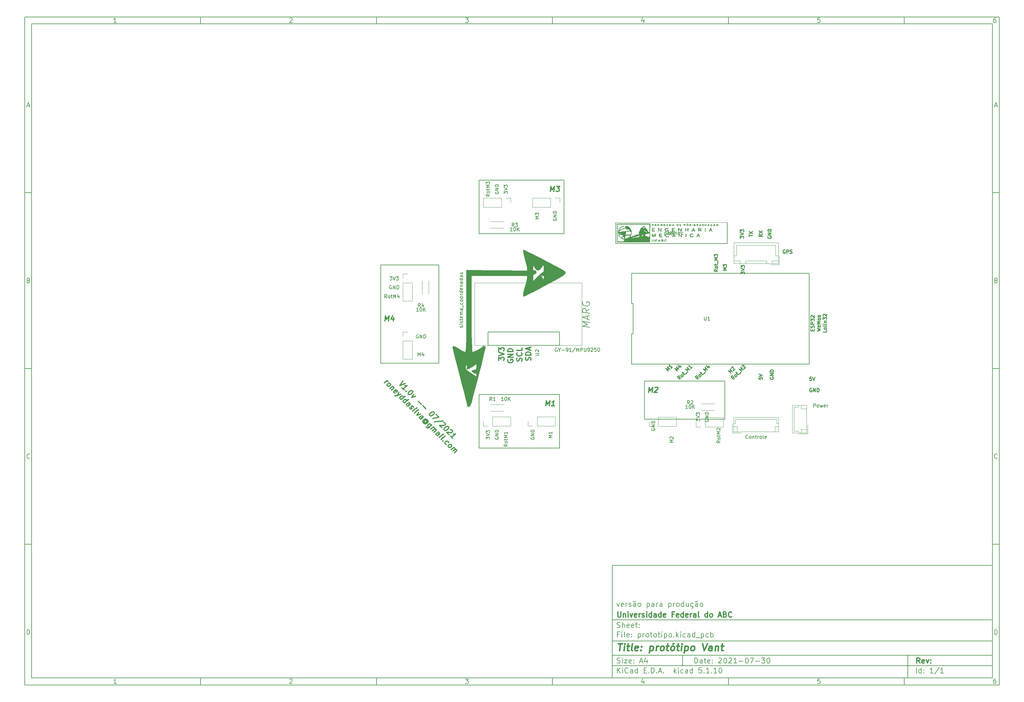
<source format=gbr>
%TF.GenerationSoftware,KiCad,Pcbnew,5.1.10*%
%TF.CreationDate,2021-08-11T12:17:18-03:00*%
%TF.ProjectId,prototipo,70726f74-6f74-4697-906f-2e6b69636164,rev?*%
%TF.SameCoordinates,Original*%
%TF.FileFunction,Legend,Top*%
%TF.FilePolarity,Positive*%
%FSLAX46Y46*%
G04 Gerber Fmt 4.6, Leading zero omitted, Abs format (unit mm)*
G04 Created by KiCad (PCBNEW 5.1.10) date 2021-08-11 12:17:18*
%MOMM*%
%LPD*%
G01*
G04 APERTURE LIST*
%ADD10C,0.100000*%
%ADD11C,0.150000*%
%ADD12C,0.300000*%
%ADD13C,0.400000*%
%ADD14C,0.250000*%
%ADD15C,0.200000*%
%ADD16C,0.120000*%
%ADD17C,0.010000*%
G04 APERTURE END LIST*
D10*
D11*
X177002200Y-166007200D02*
X177002200Y-198007200D01*
X285002200Y-198007200D01*
X285002200Y-166007200D01*
X177002200Y-166007200D01*
D10*
D11*
X10000000Y-10000000D02*
X10000000Y-200007200D01*
X287002200Y-200007200D01*
X287002200Y-10000000D01*
X10000000Y-10000000D01*
D10*
D11*
X12000000Y-12000000D02*
X12000000Y-198007200D01*
X285002200Y-198007200D01*
X285002200Y-12000000D01*
X12000000Y-12000000D01*
D10*
D11*
X60000000Y-12000000D02*
X60000000Y-10000000D01*
D10*
D11*
X110000000Y-12000000D02*
X110000000Y-10000000D01*
D10*
D11*
X160000000Y-12000000D02*
X160000000Y-10000000D01*
D10*
D11*
X210000000Y-12000000D02*
X210000000Y-10000000D01*
D10*
D11*
X260000000Y-12000000D02*
X260000000Y-10000000D01*
D10*
D11*
X36065476Y-11588095D02*
X35322619Y-11588095D01*
X35694047Y-11588095D02*
X35694047Y-10288095D01*
X35570238Y-10473809D01*
X35446428Y-10597619D01*
X35322619Y-10659523D01*
D10*
D11*
X85322619Y-10411904D02*
X85384523Y-10350000D01*
X85508333Y-10288095D01*
X85817857Y-10288095D01*
X85941666Y-10350000D01*
X86003571Y-10411904D01*
X86065476Y-10535714D01*
X86065476Y-10659523D01*
X86003571Y-10845238D01*
X85260714Y-11588095D01*
X86065476Y-11588095D01*
D10*
D11*
X135260714Y-10288095D02*
X136065476Y-10288095D01*
X135632142Y-10783333D01*
X135817857Y-10783333D01*
X135941666Y-10845238D01*
X136003571Y-10907142D01*
X136065476Y-11030952D01*
X136065476Y-11340476D01*
X136003571Y-11464285D01*
X135941666Y-11526190D01*
X135817857Y-11588095D01*
X135446428Y-11588095D01*
X135322619Y-11526190D01*
X135260714Y-11464285D01*
D10*
D11*
X185941666Y-10721428D02*
X185941666Y-11588095D01*
X185632142Y-10226190D02*
X185322619Y-11154761D01*
X186127380Y-11154761D01*
D10*
D11*
X236003571Y-10288095D02*
X235384523Y-10288095D01*
X235322619Y-10907142D01*
X235384523Y-10845238D01*
X235508333Y-10783333D01*
X235817857Y-10783333D01*
X235941666Y-10845238D01*
X236003571Y-10907142D01*
X236065476Y-11030952D01*
X236065476Y-11340476D01*
X236003571Y-11464285D01*
X235941666Y-11526190D01*
X235817857Y-11588095D01*
X235508333Y-11588095D01*
X235384523Y-11526190D01*
X235322619Y-11464285D01*
D10*
D11*
X285941666Y-10288095D02*
X285694047Y-10288095D01*
X285570238Y-10350000D01*
X285508333Y-10411904D01*
X285384523Y-10597619D01*
X285322619Y-10845238D01*
X285322619Y-11340476D01*
X285384523Y-11464285D01*
X285446428Y-11526190D01*
X285570238Y-11588095D01*
X285817857Y-11588095D01*
X285941666Y-11526190D01*
X286003571Y-11464285D01*
X286065476Y-11340476D01*
X286065476Y-11030952D01*
X286003571Y-10907142D01*
X285941666Y-10845238D01*
X285817857Y-10783333D01*
X285570238Y-10783333D01*
X285446428Y-10845238D01*
X285384523Y-10907142D01*
X285322619Y-11030952D01*
D10*
D11*
X60000000Y-198007200D02*
X60000000Y-200007200D01*
D10*
D11*
X110000000Y-198007200D02*
X110000000Y-200007200D01*
D10*
D11*
X160000000Y-198007200D02*
X160000000Y-200007200D01*
D10*
D11*
X210000000Y-198007200D02*
X210000000Y-200007200D01*
D10*
D11*
X260000000Y-198007200D02*
X260000000Y-200007200D01*
D10*
D11*
X36065476Y-199595295D02*
X35322619Y-199595295D01*
X35694047Y-199595295D02*
X35694047Y-198295295D01*
X35570238Y-198481009D01*
X35446428Y-198604819D01*
X35322619Y-198666723D01*
D10*
D11*
X85322619Y-198419104D02*
X85384523Y-198357200D01*
X85508333Y-198295295D01*
X85817857Y-198295295D01*
X85941666Y-198357200D01*
X86003571Y-198419104D01*
X86065476Y-198542914D01*
X86065476Y-198666723D01*
X86003571Y-198852438D01*
X85260714Y-199595295D01*
X86065476Y-199595295D01*
D10*
D11*
X135260714Y-198295295D02*
X136065476Y-198295295D01*
X135632142Y-198790533D01*
X135817857Y-198790533D01*
X135941666Y-198852438D01*
X136003571Y-198914342D01*
X136065476Y-199038152D01*
X136065476Y-199347676D01*
X136003571Y-199471485D01*
X135941666Y-199533390D01*
X135817857Y-199595295D01*
X135446428Y-199595295D01*
X135322619Y-199533390D01*
X135260714Y-199471485D01*
D10*
D11*
X185941666Y-198728628D02*
X185941666Y-199595295D01*
X185632142Y-198233390D02*
X185322619Y-199161961D01*
X186127380Y-199161961D01*
D10*
D11*
X236003571Y-198295295D02*
X235384523Y-198295295D01*
X235322619Y-198914342D01*
X235384523Y-198852438D01*
X235508333Y-198790533D01*
X235817857Y-198790533D01*
X235941666Y-198852438D01*
X236003571Y-198914342D01*
X236065476Y-199038152D01*
X236065476Y-199347676D01*
X236003571Y-199471485D01*
X235941666Y-199533390D01*
X235817857Y-199595295D01*
X235508333Y-199595295D01*
X235384523Y-199533390D01*
X235322619Y-199471485D01*
D10*
D11*
X285941666Y-198295295D02*
X285694047Y-198295295D01*
X285570238Y-198357200D01*
X285508333Y-198419104D01*
X285384523Y-198604819D01*
X285322619Y-198852438D01*
X285322619Y-199347676D01*
X285384523Y-199471485D01*
X285446428Y-199533390D01*
X285570238Y-199595295D01*
X285817857Y-199595295D01*
X285941666Y-199533390D01*
X286003571Y-199471485D01*
X286065476Y-199347676D01*
X286065476Y-199038152D01*
X286003571Y-198914342D01*
X285941666Y-198852438D01*
X285817857Y-198790533D01*
X285570238Y-198790533D01*
X285446428Y-198852438D01*
X285384523Y-198914342D01*
X285322619Y-199038152D01*
D10*
D11*
X10000000Y-60000000D02*
X12000000Y-60000000D01*
D10*
D11*
X10000000Y-110000000D02*
X12000000Y-110000000D01*
D10*
D11*
X10000000Y-160000000D02*
X12000000Y-160000000D01*
D10*
D11*
X10690476Y-35216666D02*
X11309523Y-35216666D01*
X10566666Y-35588095D02*
X11000000Y-34288095D01*
X11433333Y-35588095D01*
D10*
D11*
X11092857Y-84907142D02*
X11278571Y-84969047D01*
X11340476Y-85030952D01*
X11402380Y-85154761D01*
X11402380Y-85340476D01*
X11340476Y-85464285D01*
X11278571Y-85526190D01*
X11154761Y-85588095D01*
X10659523Y-85588095D01*
X10659523Y-84288095D01*
X11092857Y-84288095D01*
X11216666Y-84350000D01*
X11278571Y-84411904D01*
X11340476Y-84535714D01*
X11340476Y-84659523D01*
X11278571Y-84783333D01*
X11216666Y-84845238D01*
X11092857Y-84907142D01*
X10659523Y-84907142D01*
D10*
D11*
X11402380Y-135464285D02*
X11340476Y-135526190D01*
X11154761Y-135588095D01*
X11030952Y-135588095D01*
X10845238Y-135526190D01*
X10721428Y-135402380D01*
X10659523Y-135278571D01*
X10597619Y-135030952D01*
X10597619Y-134845238D01*
X10659523Y-134597619D01*
X10721428Y-134473809D01*
X10845238Y-134350000D01*
X11030952Y-134288095D01*
X11154761Y-134288095D01*
X11340476Y-134350000D01*
X11402380Y-134411904D01*
D10*
D11*
X10659523Y-185588095D02*
X10659523Y-184288095D01*
X10969047Y-184288095D01*
X11154761Y-184350000D01*
X11278571Y-184473809D01*
X11340476Y-184597619D01*
X11402380Y-184845238D01*
X11402380Y-185030952D01*
X11340476Y-185278571D01*
X11278571Y-185402380D01*
X11154761Y-185526190D01*
X10969047Y-185588095D01*
X10659523Y-185588095D01*
D10*
D11*
X287002200Y-60000000D02*
X285002200Y-60000000D01*
D10*
D11*
X287002200Y-110000000D02*
X285002200Y-110000000D01*
D10*
D11*
X287002200Y-160000000D02*
X285002200Y-160000000D01*
D10*
D11*
X285692676Y-35216666D02*
X286311723Y-35216666D01*
X285568866Y-35588095D02*
X286002200Y-34288095D01*
X286435533Y-35588095D01*
D10*
D11*
X286095057Y-84907142D02*
X286280771Y-84969047D01*
X286342676Y-85030952D01*
X286404580Y-85154761D01*
X286404580Y-85340476D01*
X286342676Y-85464285D01*
X286280771Y-85526190D01*
X286156961Y-85588095D01*
X285661723Y-85588095D01*
X285661723Y-84288095D01*
X286095057Y-84288095D01*
X286218866Y-84350000D01*
X286280771Y-84411904D01*
X286342676Y-84535714D01*
X286342676Y-84659523D01*
X286280771Y-84783333D01*
X286218866Y-84845238D01*
X286095057Y-84907142D01*
X285661723Y-84907142D01*
D10*
D11*
X286404580Y-135464285D02*
X286342676Y-135526190D01*
X286156961Y-135588095D01*
X286033152Y-135588095D01*
X285847438Y-135526190D01*
X285723628Y-135402380D01*
X285661723Y-135278571D01*
X285599819Y-135030952D01*
X285599819Y-134845238D01*
X285661723Y-134597619D01*
X285723628Y-134473809D01*
X285847438Y-134350000D01*
X286033152Y-134288095D01*
X286156961Y-134288095D01*
X286342676Y-134350000D01*
X286404580Y-134411904D01*
D10*
D11*
X285661723Y-185588095D02*
X285661723Y-184288095D01*
X285971247Y-184288095D01*
X286156961Y-184350000D01*
X286280771Y-184473809D01*
X286342676Y-184597619D01*
X286404580Y-184845238D01*
X286404580Y-185030952D01*
X286342676Y-185278571D01*
X286280771Y-185402380D01*
X286156961Y-185526190D01*
X285971247Y-185588095D01*
X285661723Y-185588095D01*
D10*
D11*
X200434342Y-193785771D02*
X200434342Y-192285771D01*
X200791485Y-192285771D01*
X201005771Y-192357200D01*
X201148628Y-192500057D01*
X201220057Y-192642914D01*
X201291485Y-192928628D01*
X201291485Y-193142914D01*
X201220057Y-193428628D01*
X201148628Y-193571485D01*
X201005771Y-193714342D01*
X200791485Y-193785771D01*
X200434342Y-193785771D01*
X202577200Y-193785771D02*
X202577200Y-193000057D01*
X202505771Y-192857200D01*
X202362914Y-192785771D01*
X202077200Y-192785771D01*
X201934342Y-192857200D01*
X202577200Y-193714342D02*
X202434342Y-193785771D01*
X202077200Y-193785771D01*
X201934342Y-193714342D01*
X201862914Y-193571485D01*
X201862914Y-193428628D01*
X201934342Y-193285771D01*
X202077200Y-193214342D01*
X202434342Y-193214342D01*
X202577200Y-193142914D01*
X203077200Y-192785771D02*
X203648628Y-192785771D01*
X203291485Y-192285771D02*
X203291485Y-193571485D01*
X203362914Y-193714342D01*
X203505771Y-193785771D01*
X203648628Y-193785771D01*
X204720057Y-193714342D02*
X204577200Y-193785771D01*
X204291485Y-193785771D01*
X204148628Y-193714342D01*
X204077200Y-193571485D01*
X204077200Y-193000057D01*
X204148628Y-192857200D01*
X204291485Y-192785771D01*
X204577200Y-192785771D01*
X204720057Y-192857200D01*
X204791485Y-193000057D01*
X204791485Y-193142914D01*
X204077200Y-193285771D01*
X205434342Y-193642914D02*
X205505771Y-193714342D01*
X205434342Y-193785771D01*
X205362914Y-193714342D01*
X205434342Y-193642914D01*
X205434342Y-193785771D01*
X205434342Y-192857200D02*
X205505771Y-192928628D01*
X205434342Y-193000057D01*
X205362914Y-192928628D01*
X205434342Y-192857200D01*
X205434342Y-193000057D01*
X207220057Y-192428628D02*
X207291485Y-192357200D01*
X207434342Y-192285771D01*
X207791485Y-192285771D01*
X207934342Y-192357200D01*
X208005771Y-192428628D01*
X208077200Y-192571485D01*
X208077200Y-192714342D01*
X208005771Y-192928628D01*
X207148628Y-193785771D01*
X208077200Y-193785771D01*
X209005771Y-192285771D02*
X209148628Y-192285771D01*
X209291485Y-192357200D01*
X209362914Y-192428628D01*
X209434342Y-192571485D01*
X209505771Y-192857200D01*
X209505771Y-193214342D01*
X209434342Y-193500057D01*
X209362914Y-193642914D01*
X209291485Y-193714342D01*
X209148628Y-193785771D01*
X209005771Y-193785771D01*
X208862914Y-193714342D01*
X208791485Y-193642914D01*
X208720057Y-193500057D01*
X208648628Y-193214342D01*
X208648628Y-192857200D01*
X208720057Y-192571485D01*
X208791485Y-192428628D01*
X208862914Y-192357200D01*
X209005771Y-192285771D01*
X210077200Y-192428628D02*
X210148628Y-192357200D01*
X210291485Y-192285771D01*
X210648628Y-192285771D01*
X210791485Y-192357200D01*
X210862914Y-192428628D01*
X210934342Y-192571485D01*
X210934342Y-192714342D01*
X210862914Y-192928628D01*
X210005771Y-193785771D01*
X210934342Y-193785771D01*
X212362914Y-193785771D02*
X211505771Y-193785771D01*
X211934342Y-193785771D02*
X211934342Y-192285771D01*
X211791485Y-192500057D01*
X211648628Y-192642914D01*
X211505771Y-192714342D01*
X213005771Y-193214342D02*
X214148628Y-193214342D01*
X215148628Y-192285771D02*
X215291485Y-192285771D01*
X215434342Y-192357200D01*
X215505771Y-192428628D01*
X215577200Y-192571485D01*
X215648628Y-192857200D01*
X215648628Y-193214342D01*
X215577200Y-193500057D01*
X215505771Y-193642914D01*
X215434342Y-193714342D01*
X215291485Y-193785771D01*
X215148628Y-193785771D01*
X215005771Y-193714342D01*
X214934342Y-193642914D01*
X214862914Y-193500057D01*
X214791485Y-193214342D01*
X214791485Y-192857200D01*
X214862914Y-192571485D01*
X214934342Y-192428628D01*
X215005771Y-192357200D01*
X215148628Y-192285771D01*
X216148628Y-192285771D02*
X217148628Y-192285771D01*
X216505771Y-193785771D01*
X217720057Y-193214342D02*
X218862914Y-193214342D01*
X219434342Y-192285771D02*
X220362914Y-192285771D01*
X219862914Y-192857200D01*
X220077200Y-192857200D01*
X220220057Y-192928628D01*
X220291485Y-193000057D01*
X220362914Y-193142914D01*
X220362914Y-193500057D01*
X220291485Y-193642914D01*
X220220057Y-193714342D01*
X220077200Y-193785771D01*
X219648628Y-193785771D01*
X219505771Y-193714342D01*
X219434342Y-193642914D01*
X221291485Y-192285771D02*
X221434342Y-192285771D01*
X221577200Y-192357200D01*
X221648628Y-192428628D01*
X221720057Y-192571485D01*
X221791485Y-192857200D01*
X221791485Y-193214342D01*
X221720057Y-193500057D01*
X221648628Y-193642914D01*
X221577200Y-193714342D01*
X221434342Y-193785771D01*
X221291485Y-193785771D01*
X221148628Y-193714342D01*
X221077200Y-193642914D01*
X221005771Y-193500057D01*
X220934342Y-193214342D01*
X220934342Y-192857200D01*
X221005771Y-192571485D01*
X221077200Y-192428628D01*
X221148628Y-192357200D01*
X221291485Y-192285771D01*
D10*
D11*
X177002200Y-194507200D02*
X285002200Y-194507200D01*
D10*
D11*
X178434342Y-196585771D02*
X178434342Y-195085771D01*
X179291485Y-196585771D02*
X178648628Y-195728628D01*
X179291485Y-195085771D02*
X178434342Y-195942914D01*
X179934342Y-196585771D02*
X179934342Y-195585771D01*
X179934342Y-195085771D02*
X179862914Y-195157200D01*
X179934342Y-195228628D01*
X180005771Y-195157200D01*
X179934342Y-195085771D01*
X179934342Y-195228628D01*
X181505771Y-196442914D02*
X181434342Y-196514342D01*
X181220057Y-196585771D01*
X181077200Y-196585771D01*
X180862914Y-196514342D01*
X180720057Y-196371485D01*
X180648628Y-196228628D01*
X180577200Y-195942914D01*
X180577200Y-195728628D01*
X180648628Y-195442914D01*
X180720057Y-195300057D01*
X180862914Y-195157200D01*
X181077200Y-195085771D01*
X181220057Y-195085771D01*
X181434342Y-195157200D01*
X181505771Y-195228628D01*
X182791485Y-196585771D02*
X182791485Y-195800057D01*
X182720057Y-195657200D01*
X182577200Y-195585771D01*
X182291485Y-195585771D01*
X182148628Y-195657200D01*
X182791485Y-196514342D02*
X182648628Y-196585771D01*
X182291485Y-196585771D01*
X182148628Y-196514342D01*
X182077200Y-196371485D01*
X182077200Y-196228628D01*
X182148628Y-196085771D01*
X182291485Y-196014342D01*
X182648628Y-196014342D01*
X182791485Y-195942914D01*
X184148628Y-196585771D02*
X184148628Y-195085771D01*
X184148628Y-196514342D02*
X184005771Y-196585771D01*
X183720057Y-196585771D01*
X183577200Y-196514342D01*
X183505771Y-196442914D01*
X183434342Y-196300057D01*
X183434342Y-195871485D01*
X183505771Y-195728628D01*
X183577200Y-195657200D01*
X183720057Y-195585771D01*
X184005771Y-195585771D01*
X184148628Y-195657200D01*
X186005771Y-195800057D02*
X186505771Y-195800057D01*
X186720057Y-196585771D02*
X186005771Y-196585771D01*
X186005771Y-195085771D01*
X186720057Y-195085771D01*
X187362914Y-196442914D02*
X187434342Y-196514342D01*
X187362914Y-196585771D01*
X187291485Y-196514342D01*
X187362914Y-196442914D01*
X187362914Y-196585771D01*
X188077200Y-196585771D02*
X188077200Y-195085771D01*
X188434342Y-195085771D01*
X188648628Y-195157200D01*
X188791485Y-195300057D01*
X188862914Y-195442914D01*
X188934342Y-195728628D01*
X188934342Y-195942914D01*
X188862914Y-196228628D01*
X188791485Y-196371485D01*
X188648628Y-196514342D01*
X188434342Y-196585771D01*
X188077200Y-196585771D01*
X189577200Y-196442914D02*
X189648628Y-196514342D01*
X189577200Y-196585771D01*
X189505771Y-196514342D01*
X189577200Y-196442914D01*
X189577200Y-196585771D01*
X190220057Y-196157200D02*
X190934342Y-196157200D01*
X190077200Y-196585771D02*
X190577200Y-195085771D01*
X191077200Y-196585771D01*
X191577200Y-196442914D02*
X191648628Y-196514342D01*
X191577200Y-196585771D01*
X191505771Y-196514342D01*
X191577200Y-196442914D01*
X191577200Y-196585771D01*
X194577200Y-196585771D02*
X194577200Y-195085771D01*
X194720057Y-196014342D02*
X195148628Y-196585771D01*
X195148628Y-195585771D02*
X194577200Y-196157200D01*
X195791485Y-196585771D02*
X195791485Y-195585771D01*
X195791485Y-195085771D02*
X195720057Y-195157200D01*
X195791485Y-195228628D01*
X195862914Y-195157200D01*
X195791485Y-195085771D01*
X195791485Y-195228628D01*
X197148628Y-196514342D02*
X197005771Y-196585771D01*
X196720057Y-196585771D01*
X196577200Y-196514342D01*
X196505771Y-196442914D01*
X196434342Y-196300057D01*
X196434342Y-195871485D01*
X196505771Y-195728628D01*
X196577200Y-195657200D01*
X196720057Y-195585771D01*
X197005771Y-195585771D01*
X197148628Y-195657200D01*
X198434342Y-196585771D02*
X198434342Y-195800057D01*
X198362914Y-195657200D01*
X198220057Y-195585771D01*
X197934342Y-195585771D01*
X197791485Y-195657200D01*
X198434342Y-196514342D02*
X198291485Y-196585771D01*
X197934342Y-196585771D01*
X197791485Y-196514342D01*
X197720057Y-196371485D01*
X197720057Y-196228628D01*
X197791485Y-196085771D01*
X197934342Y-196014342D01*
X198291485Y-196014342D01*
X198434342Y-195942914D01*
X199791485Y-196585771D02*
X199791485Y-195085771D01*
X199791485Y-196514342D02*
X199648628Y-196585771D01*
X199362914Y-196585771D01*
X199220057Y-196514342D01*
X199148628Y-196442914D01*
X199077200Y-196300057D01*
X199077200Y-195871485D01*
X199148628Y-195728628D01*
X199220057Y-195657200D01*
X199362914Y-195585771D01*
X199648628Y-195585771D01*
X199791485Y-195657200D01*
X202362914Y-195085771D02*
X201648628Y-195085771D01*
X201577200Y-195800057D01*
X201648628Y-195728628D01*
X201791485Y-195657200D01*
X202148628Y-195657200D01*
X202291485Y-195728628D01*
X202362914Y-195800057D01*
X202434342Y-195942914D01*
X202434342Y-196300057D01*
X202362914Y-196442914D01*
X202291485Y-196514342D01*
X202148628Y-196585771D01*
X201791485Y-196585771D01*
X201648628Y-196514342D01*
X201577200Y-196442914D01*
X203077200Y-196442914D02*
X203148628Y-196514342D01*
X203077200Y-196585771D01*
X203005771Y-196514342D01*
X203077200Y-196442914D01*
X203077200Y-196585771D01*
X204577200Y-196585771D02*
X203720057Y-196585771D01*
X204148628Y-196585771D02*
X204148628Y-195085771D01*
X204005771Y-195300057D01*
X203862914Y-195442914D01*
X203720057Y-195514342D01*
X205220057Y-196442914D02*
X205291485Y-196514342D01*
X205220057Y-196585771D01*
X205148628Y-196514342D01*
X205220057Y-196442914D01*
X205220057Y-196585771D01*
X206720057Y-196585771D02*
X205862914Y-196585771D01*
X206291485Y-196585771D02*
X206291485Y-195085771D01*
X206148628Y-195300057D01*
X206005771Y-195442914D01*
X205862914Y-195514342D01*
X207648628Y-195085771D02*
X207791485Y-195085771D01*
X207934342Y-195157200D01*
X208005771Y-195228628D01*
X208077200Y-195371485D01*
X208148628Y-195657200D01*
X208148628Y-196014342D01*
X208077200Y-196300057D01*
X208005771Y-196442914D01*
X207934342Y-196514342D01*
X207791485Y-196585771D01*
X207648628Y-196585771D01*
X207505771Y-196514342D01*
X207434342Y-196442914D01*
X207362914Y-196300057D01*
X207291485Y-196014342D01*
X207291485Y-195657200D01*
X207362914Y-195371485D01*
X207434342Y-195228628D01*
X207505771Y-195157200D01*
X207648628Y-195085771D01*
D10*
D11*
X177002200Y-191507200D02*
X285002200Y-191507200D01*
D10*
D12*
X264411485Y-193785771D02*
X263911485Y-193071485D01*
X263554342Y-193785771D02*
X263554342Y-192285771D01*
X264125771Y-192285771D01*
X264268628Y-192357200D01*
X264340057Y-192428628D01*
X264411485Y-192571485D01*
X264411485Y-192785771D01*
X264340057Y-192928628D01*
X264268628Y-193000057D01*
X264125771Y-193071485D01*
X263554342Y-193071485D01*
X265625771Y-193714342D02*
X265482914Y-193785771D01*
X265197200Y-193785771D01*
X265054342Y-193714342D01*
X264982914Y-193571485D01*
X264982914Y-193000057D01*
X265054342Y-192857200D01*
X265197200Y-192785771D01*
X265482914Y-192785771D01*
X265625771Y-192857200D01*
X265697200Y-193000057D01*
X265697200Y-193142914D01*
X264982914Y-193285771D01*
X266197200Y-192785771D02*
X266554342Y-193785771D01*
X266911485Y-192785771D01*
X267482914Y-193642914D02*
X267554342Y-193714342D01*
X267482914Y-193785771D01*
X267411485Y-193714342D01*
X267482914Y-193642914D01*
X267482914Y-193785771D01*
X267482914Y-192857200D02*
X267554342Y-192928628D01*
X267482914Y-193000057D01*
X267411485Y-192928628D01*
X267482914Y-192857200D01*
X267482914Y-193000057D01*
D10*
D11*
X178362914Y-193714342D02*
X178577200Y-193785771D01*
X178934342Y-193785771D01*
X179077200Y-193714342D01*
X179148628Y-193642914D01*
X179220057Y-193500057D01*
X179220057Y-193357200D01*
X179148628Y-193214342D01*
X179077200Y-193142914D01*
X178934342Y-193071485D01*
X178648628Y-193000057D01*
X178505771Y-192928628D01*
X178434342Y-192857200D01*
X178362914Y-192714342D01*
X178362914Y-192571485D01*
X178434342Y-192428628D01*
X178505771Y-192357200D01*
X178648628Y-192285771D01*
X179005771Y-192285771D01*
X179220057Y-192357200D01*
X179862914Y-193785771D02*
X179862914Y-192785771D01*
X179862914Y-192285771D02*
X179791485Y-192357200D01*
X179862914Y-192428628D01*
X179934342Y-192357200D01*
X179862914Y-192285771D01*
X179862914Y-192428628D01*
X180434342Y-192785771D02*
X181220057Y-192785771D01*
X180434342Y-193785771D01*
X181220057Y-193785771D01*
X182362914Y-193714342D02*
X182220057Y-193785771D01*
X181934342Y-193785771D01*
X181791485Y-193714342D01*
X181720057Y-193571485D01*
X181720057Y-193000057D01*
X181791485Y-192857200D01*
X181934342Y-192785771D01*
X182220057Y-192785771D01*
X182362914Y-192857200D01*
X182434342Y-193000057D01*
X182434342Y-193142914D01*
X181720057Y-193285771D01*
X183077200Y-193642914D02*
X183148628Y-193714342D01*
X183077200Y-193785771D01*
X183005771Y-193714342D01*
X183077200Y-193642914D01*
X183077200Y-193785771D01*
X183077200Y-192857200D02*
X183148628Y-192928628D01*
X183077200Y-193000057D01*
X183005771Y-192928628D01*
X183077200Y-192857200D01*
X183077200Y-193000057D01*
X184862914Y-193357200D02*
X185577200Y-193357200D01*
X184720057Y-193785771D02*
X185220057Y-192285771D01*
X185720057Y-193785771D01*
X186862914Y-192785771D02*
X186862914Y-193785771D01*
X186505771Y-192214342D02*
X186148628Y-193285771D01*
X187077200Y-193285771D01*
D10*
D11*
X263434342Y-196585771D02*
X263434342Y-195085771D01*
X264791485Y-196585771D02*
X264791485Y-195085771D01*
X264791485Y-196514342D02*
X264648628Y-196585771D01*
X264362914Y-196585771D01*
X264220057Y-196514342D01*
X264148628Y-196442914D01*
X264077200Y-196300057D01*
X264077200Y-195871485D01*
X264148628Y-195728628D01*
X264220057Y-195657200D01*
X264362914Y-195585771D01*
X264648628Y-195585771D01*
X264791485Y-195657200D01*
X265505771Y-196442914D02*
X265577200Y-196514342D01*
X265505771Y-196585771D01*
X265434342Y-196514342D01*
X265505771Y-196442914D01*
X265505771Y-196585771D01*
X265505771Y-195657200D02*
X265577200Y-195728628D01*
X265505771Y-195800057D01*
X265434342Y-195728628D01*
X265505771Y-195657200D01*
X265505771Y-195800057D01*
X268148628Y-196585771D02*
X267291485Y-196585771D01*
X267720057Y-196585771D02*
X267720057Y-195085771D01*
X267577200Y-195300057D01*
X267434342Y-195442914D01*
X267291485Y-195514342D01*
X269862914Y-195014342D02*
X268577200Y-196942914D01*
X271148628Y-196585771D02*
X270291485Y-196585771D01*
X270720057Y-196585771D02*
X270720057Y-195085771D01*
X270577200Y-195300057D01*
X270434342Y-195442914D01*
X270291485Y-195514342D01*
D10*
D11*
X177002200Y-187507200D02*
X285002200Y-187507200D01*
D10*
D13*
X178714580Y-188211961D02*
X179857438Y-188211961D01*
X179036009Y-190211961D02*
X179286009Y-188211961D01*
X180274104Y-190211961D02*
X180440771Y-188878628D01*
X180524104Y-188211961D02*
X180416961Y-188307200D01*
X180500295Y-188402438D01*
X180607438Y-188307200D01*
X180524104Y-188211961D01*
X180500295Y-188402438D01*
X181107438Y-188878628D02*
X181869342Y-188878628D01*
X181476485Y-188211961D02*
X181262200Y-189926247D01*
X181333628Y-190116723D01*
X181512200Y-190211961D01*
X181702676Y-190211961D01*
X182655057Y-190211961D02*
X182476485Y-190116723D01*
X182405057Y-189926247D01*
X182619342Y-188211961D01*
X184190771Y-190116723D02*
X183988390Y-190211961D01*
X183607438Y-190211961D01*
X183428866Y-190116723D01*
X183357438Y-189926247D01*
X183452676Y-189164342D01*
X183571723Y-188973866D01*
X183774104Y-188878628D01*
X184155057Y-188878628D01*
X184333628Y-188973866D01*
X184405057Y-189164342D01*
X184381247Y-189354819D01*
X183405057Y-189545295D01*
X185155057Y-190021485D02*
X185238390Y-190116723D01*
X185131247Y-190211961D01*
X185047914Y-190116723D01*
X185155057Y-190021485D01*
X185131247Y-190211961D01*
X185286009Y-188973866D02*
X185369342Y-189069104D01*
X185262200Y-189164342D01*
X185178866Y-189069104D01*
X185286009Y-188973866D01*
X185262200Y-189164342D01*
X187774104Y-188878628D02*
X187524104Y-190878628D01*
X187762200Y-188973866D02*
X187964580Y-188878628D01*
X188345533Y-188878628D01*
X188524104Y-188973866D01*
X188607438Y-189069104D01*
X188678866Y-189259580D01*
X188607438Y-189831009D01*
X188488390Y-190021485D01*
X188381247Y-190116723D01*
X188178866Y-190211961D01*
X187797914Y-190211961D01*
X187619342Y-190116723D01*
X189416961Y-190211961D02*
X189583628Y-188878628D01*
X189536009Y-189259580D02*
X189655057Y-189069104D01*
X189762200Y-188973866D01*
X189964580Y-188878628D01*
X190155057Y-188878628D01*
X190940771Y-190211961D02*
X190762200Y-190116723D01*
X190678866Y-190021485D01*
X190607438Y-189831009D01*
X190678866Y-189259580D01*
X190797914Y-189069104D01*
X190905057Y-188973866D01*
X191107438Y-188878628D01*
X191393152Y-188878628D01*
X191571723Y-188973866D01*
X191655057Y-189069104D01*
X191726485Y-189259580D01*
X191655057Y-189831009D01*
X191536009Y-190021485D01*
X191428866Y-190116723D01*
X191226485Y-190211961D01*
X190940771Y-190211961D01*
X192345533Y-188878628D02*
X193107438Y-188878628D01*
X192714580Y-188211961D02*
X192500295Y-189926247D01*
X192571723Y-190116723D01*
X192750295Y-190211961D01*
X192940771Y-190211961D01*
X193893152Y-190211961D02*
X193714580Y-190116723D01*
X193631247Y-190021485D01*
X193559819Y-189831009D01*
X193631247Y-189259580D01*
X193750295Y-189069104D01*
X193857438Y-188973866D01*
X194059819Y-188878628D01*
X194345533Y-188878628D01*
X194524104Y-188973866D01*
X194607438Y-189069104D01*
X194678866Y-189259580D01*
X194607438Y-189831009D01*
X194488390Y-190021485D01*
X194381247Y-190116723D01*
X194178866Y-190211961D01*
X193893152Y-190211961D01*
X194536009Y-188116723D02*
X194214580Y-188402438D01*
X195297914Y-188878628D02*
X196059819Y-188878628D01*
X195666961Y-188211961D02*
X195452676Y-189926247D01*
X195524104Y-190116723D01*
X195702676Y-190211961D01*
X195893152Y-190211961D01*
X196559819Y-190211961D02*
X196726485Y-188878628D01*
X196809819Y-188211961D02*
X196702676Y-188307200D01*
X196786009Y-188402438D01*
X196893152Y-188307200D01*
X196809819Y-188211961D01*
X196786009Y-188402438D01*
X197678866Y-188878628D02*
X197428866Y-190878628D01*
X197666961Y-188973866D02*
X197869342Y-188878628D01*
X198250295Y-188878628D01*
X198428866Y-188973866D01*
X198512200Y-189069104D01*
X198583628Y-189259580D01*
X198512200Y-189831009D01*
X198393152Y-190021485D01*
X198286009Y-190116723D01*
X198083628Y-190211961D01*
X197702676Y-190211961D01*
X197524104Y-190116723D01*
X199607438Y-190211961D02*
X199428866Y-190116723D01*
X199345533Y-190021485D01*
X199274104Y-189831009D01*
X199345533Y-189259580D01*
X199464580Y-189069104D01*
X199571723Y-188973866D01*
X199774104Y-188878628D01*
X200059819Y-188878628D01*
X200238390Y-188973866D01*
X200321723Y-189069104D01*
X200393152Y-189259580D01*
X200321723Y-189831009D01*
X200202676Y-190021485D01*
X200095533Y-190116723D01*
X199893152Y-190211961D01*
X199607438Y-190211961D01*
X202619342Y-188211961D02*
X203036009Y-190211961D01*
X203952676Y-188211961D01*
X205226485Y-190211961D02*
X205357438Y-189164342D01*
X205286009Y-188973866D01*
X205107438Y-188878628D01*
X204726485Y-188878628D01*
X204524104Y-188973866D01*
X205238390Y-190116723D02*
X205036009Y-190211961D01*
X204559819Y-190211961D01*
X204381247Y-190116723D01*
X204309819Y-189926247D01*
X204333628Y-189735771D01*
X204452676Y-189545295D01*
X204655057Y-189450057D01*
X205131247Y-189450057D01*
X205333628Y-189354819D01*
X206345533Y-188878628D02*
X206178866Y-190211961D01*
X206321723Y-189069104D02*
X206428866Y-188973866D01*
X206631247Y-188878628D01*
X206916961Y-188878628D01*
X207095533Y-188973866D01*
X207166961Y-189164342D01*
X207036009Y-190211961D01*
X207869342Y-188878628D02*
X208631247Y-188878628D01*
X208238390Y-188211961D02*
X208024104Y-189926247D01*
X208095533Y-190116723D01*
X208274104Y-190211961D01*
X208464580Y-190211961D01*
D10*
D11*
X178934342Y-185600057D02*
X178434342Y-185600057D01*
X178434342Y-186385771D02*
X178434342Y-184885771D01*
X179148628Y-184885771D01*
X179720057Y-186385771D02*
X179720057Y-185385771D01*
X179720057Y-184885771D02*
X179648628Y-184957200D01*
X179720057Y-185028628D01*
X179791485Y-184957200D01*
X179720057Y-184885771D01*
X179720057Y-185028628D01*
X180648628Y-186385771D02*
X180505771Y-186314342D01*
X180434342Y-186171485D01*
X180434342Y-184885771D01*
X181791485Y-186314342D02*
X181648628Y-186385771D01*
X181362914Y-186385771D01*
X181220057Y-186314342D01*
X181148628Y-186171485D01*
X181148628Y-185600057D01*
X181220057Y-185457200D01*
X181362914Y-185385771D01*
X181648628Y-185385771D01*
X181791485Y-185457200D01*
X181862914Y-185600057D01*
X181862914Y-185742914D01*
X181148628Y-185885771D01*
X182505771Y-186242914D02*
X182577200Y-186314342D01*
X182505771Y-186385771D01*
X182434342Y-186314342D01*
X182505771Y-186242914D01*
X182505771Y-186385771D01*
X182505771Y-185457200D02*
X182577200Y-185528628D01*
X182505771Y-185600057D01*
X182434342Y-185528628D01*
X182505771Y-185457200D01*
X182505771Y-185600057D01*
X184362914Y-185385771D02*
X184362914Y-186885771D01*
X184362914Y-185457200D02*
X184505771Y-185385771D01*
X184791485Y-185385771D01*
X184934342Y-185457200D01*
X185005771Y-185528628D01*
X185077200Y-185671485D01*
X185077200Y-186100057D01*
X185005771Y-186242914D01*
X184934342Y-186314342D01*
X184791485Y-186385771D01*
X184505771Y-186385771D01*
X184362914Y-186314342D01*
X185720057Y-186385771D02*
X185720057Y-185385771D01*
X185720057Y-185671485D02*
X185791485Y-185528628D01*
X185862914Y-185457200D01*
X186005771Y-185385771D01*
X186148628Y-185385771D01*
X186862914Y-186385771D02*
X186720057Y-186314342D01*
X186648628Y-186242914D01*
X186577200Y-186100057D01*
X186577200Y-185671485D01*
X186648628Y-185528628D01*
X186720057Y-185457200D01*
X186862914Y-185385771D01*
X187077200Y-185385771D01*
X187220057Y-185457200D01*
X187291485Y-185528628D01*
X187362914Y-185671485D01*
X187362914Y-186100057D01*
X187291485Y-186242914D01*
X187220057Y-186314342D01*
X187077200Y-186385771D01*
X186862914Y-186385771D01*
X187791485Y-185385771D02*
X188362914Y-185385771D01*
X188005771Y-184885771D02*
X188005771Y-186171485D01*
X188077200Y-186314342D01*
X188220057Y-186385771D01*
X188362914Y-186385771D01*
X189077200Y-186385771D02*
X188934342Y-186314342D01*
X188862914Y-186242914D01*
X188791485Y-186100057D01*
X188791485Y-185671485D01*
X188862914Y-185528628D01*
X188934342Y-185457200D01*
X189077200Y-185385771D01*
X189291485Y-185385771D01*
X189434342Y-185457200D01*
X189505771Y-185528628D01*
X189577200Y-185671485D01*
X189577200Y-186100057D01*
X189505771Y-186242914D01*
X189434342Y-186314342D01*
X189291485Y-186385771D01*
X189077200Y-186385771D01*
X190005771Y-185385771D02*
X190577200Y-185385771D01*
X190220057Y-184885771D02*
X190220057Y-186171485D01*
X190291485Y-186314342D01*
X190434342Y-186385771D01*
X190577200Y-186385771D01*
X191077200Y-186385771D02*
X191077200Y-185385771D01*
X191077200Y-184885771D02*
X191005771Y-184957200D01*
X191077200Y-185028628D01*
X191148628Y-184957200D01*
X191077200Y-184885771D01*
X191077200Y-185028628D01*
X191791485Y-185385771D02*
X191791485Y-186885771D01*
X191791485Y-185457200D02*
X191934342Y-185385771D01*
X192220057Y-185385771D01*
X192362914Y-185457200D01*
X192434342Y-185528628D01*
X192505771Y-185671485D01*
X192505771Y-186100057D01*
X192434342Y-186242914D01*
X192362914Y-186314342D01*
X192220057Y-186385771D01*
X191934342Y-186385771D01*
X191791485Y-186314342D01*
X193362914Y-186385771D02*
X193220057Y-186314342D01*
X193148628Y-186242914D01*
X193077200Y-186100057D01*
X193077200Y-185671485D01*
X193148628Y-185528628D01*
X193220057Y-185457200D01*
X193362914Y-185385771D01*
X193577200Y-185385771D01*
X193720057Y-185457200D01*
X193791485Y-185528628D01*
X193862914Y-185671485D01*
X193862914Y-186100057D01*
X193791485Y-186242914D01*
X193720057Y-186314342D01*
X193577200Y-186385771D01*
X193362914Y-186385771D01*
X194505771Y-186242914D02*
X194577200Y-186314342D01*
X194505771Y-186385771D01*
X194434342Y-186314342D01*
X194505771Y-186242914D01*
X194505771Y-186385771D01*
X195220057Y-186385771D02*
X195220057Y-184885771D01*
X195362914Y-185814342D02*
X195791485Y-186385771D01*
X195791485Y-185385771D02*
X195220057Y-185957200D01*
X196434342Y-186385771D02*
X196434342Y-185385771D01*
X196434342Y-184885771D02*
X196362914Y-184957200D01*
X196434342Y-185028628D01*
X196505771Y-184957200D01*
X196434342Y-184885771D01*
X196434342Y-185028628D01*
X197791485Y-186314342D02*
X197648628Y-186385771D01*
X197362914Y-186385771D01*
X197220057Y-186314342D01*
X197148628Y-186242914D01*
X197077200Y-186100057D01*
X197077200Y-185671485D01*
X197148628Y-185528628D01*
X197220057Y-185457200D01*
X197362914Y-185385771D01*
X197648628Y-185385771D01*
X197791485Y-185457200D01*
X199077200Y-186385771D02*
X199077200Y-185600057D01*
X199005771Y-185457200D01*
X198862914Y-185385771D01*
X198577200Y-185385771D01*
X198434342Y-185457200D01*
X199077200Y-186314342D02*
X198934342Y-186385771D01*
X198577200Y-186385771D01*
X198434342Y-186314342D01*
X198362914Y-186171485D01*
X198362914Y-186028628D01*
X198434342Y-185885771D01*
X198577200Y-185814342D01*
X198934342Y-185814342D01*
X199077200Y-185742914D01*
X200434342Y-186385771D02*
X200434342Y-184885771D01*
X200434342Y-186314342D02*
X200291485Y-186385771D01*
X200005771Y-186385771D01*
X199862914Y-186314342D01*
X199791485Y-186242914D01*
X199720057Y-186100057D01*
X199720057Y-185671485D01*
X199791485Y-185528628D01*
X199862914Y-185457200D01*
X200005771Y-185385771D01*
X200291485Y-185385771D01*
X200434342Y-185457200D01*
X200791485Y-186528628D02*
X201934342Y-186528628D01*
X202291485Y-185385771D02*
X202291485Y-186885771D01*
X202291485Y-185457200D02*
X202434342Y-185385771D01*
X202720057Y-185385771D01*
X202862914Y-185457200D01*
X202934342Y-185528628D01*
X203005771Y-185671485D01*
X203005771Y-186100057D01*
X202934342Y-186242914D01*
X202862914Y-186314342D01*
X202720057Y-186385771D01*
X202434342Y-186385771D01*
X202291485Y-186314342D01*
X204291485Y-186314342D02*
X204148628Y-186385771D01*
X203862914Y-186385771D01*
X203720057Y-186314342D01*
X203648628Y-186242914D01*
X203577200Y-186100057D01*
X203577200Y-185671485D01*
X203648628Y-185528628D01*
X203720057Y-185457200D01*
X203862914Y-185385771D01*
X204148628Y-185385771D01*
X204291485Y-185457200D01*
X204934342Y-186385771D02*
X204934342Y-184885771D01*
X204934342Y-185457200D02*
X205077200Y-185385771D01*
X205362914Y-185385771D01*
X205505771Y-185457200D01*
X205577200Y-185528628D01*
X205648628Y-185671485D01*
X205648628Y-186100057D01*
X205577200Y-186242914D01*
X205505771Y-186314342D01*
X205362914Y-186385771D01*
X205077200Y-186385771D01*
X204934342Y-186314342D01*
D10*
D11*
X177002200Y-181507200D02*
X285002200Y-181507200D01*
D10*
D11*
X178362914Y-183614342D02*
X178577200Y-183685771D01*
X178934342Y-183685771D01*
X179077200Y-183614342D01*
X179148628Y-183542914D01*
X179220057Y-183400057D01*
X179220057Y-183257200D01*
X179148628Y-183114342D01*
X179077200Y-183042914D01*
X178934342Y-182971485D01*
X178648628Y-182900057D01*
X178505771Y-182828628D01*
X178434342Y-182757200D01*
X178362914Y-182614342D01*
X178362914Y-182471485D01*
X178434342Y-182328628D01*
X178505771Y-182257200D01*
X178648628Y-182185771D01*
X179005771Y-182185771D01*
X179220057Y-182257200D01*
X179862914Y-183685771D02*
X179862914Y-182185771D01*
X180505771Y-183685771D02*
X180505771Y-182900057D01*
X180434342Y-182757200D01*
X180291485Y-182685771D01*
X180077200Y-182685771D01*
X179934342Y-182757200D01*
X179862914Y-182828628D01*
X181791485Y-183614342D02*
X181648628Y-183685771D01*
X181362914Y-183685771D01*
X181220057Y-183614342D01*
X181148628Y-183471485D01*
X181148628Y-182900057D01*
X181220057Y-182757200D01*
X181362914Y-182685771D01*
X181648628Y-182685771D01*
X181791485Y-182757200D01*
X181862914Y-182900057D01*
X181862914Y-183042914D01*
X181148628Y-183185771D01*
X183077200Y-183614342D02*
X182934342Y-183685771D01*
X182648628Y-183685771D01*
X182505771Y-183614342D01*
X182434342Y-183471485D01*
X182434342Y-182900057D01*
X182505771Y-182757200D01*
X182648628Y-182685771D01*
X182934342Y-182685771D01*
X183077200Y-182757200D01*
X183148628Y-182900057D01*
X183148628Y-183042914D01*
X182434342Y-183185771D01*
X183577200Y-182685771D02*
X184148628Y-182685771D01*
X183791485Y-182185771D02*
X183791485Y-183471485D01*
X183862914Y-183614342D01*
X184005771Y-183685771D01*
X184148628Y-183685771D01*
X184648628Y-183542914D02*
X184720057Y-183614342D01*
X184648628Y-183685771D01*
X184577200Y-183614342D01*
X184648628Y-183542914D01*
X184648628Y-183685771D01*
X184648628Y-182757200D02*
X184720057Y-182828628D01*
X184648628Y-182900057D01*
X184577200Y-182828628D01*
X184648628Y-182757200D01*
X184648628Y-182900057D01*
D10*
D12*
X178554342Y-179185771D02*
X178554342Y-180400057D01*
X178625771Y-180542914D01*
X178697200Y-180614342D01*
X178840057Y-180685771D01*
X179125771Y-180685771D01*
X179268628Y-180614342D01*
X179340057Y-180542914D01*
X179411485Y-180400057D01*
X179411485Y-179185771D01*
X180125771Y-179685771D02*
X180125771Y-180685771D01*
X180125771Y-179828628D02*
X180197200Y-179757200D01*
X180340057Y-179685771D01*
X180554342Y-179685771D01*
X180697200Y-179757200D01*
X180768628Y-179900057D01*
X180768628Y-180685771D01*
X181482914Y-180685771D02*
X181482914Y-179685771D01*
X181482914Y-179185771D02*
X181411485Y-179257200D01*
X181482914Y-179328628D01*
X181554342Y-179257200D01*
X181482914Y-179185771D01*
X181482914Y-179328628D01*
X182054342Y-179685771D02*
X182411485Y-180685771D01*
X182768628Y-179685771D01*
X183911485Y-180614342D02*
X183768628Y-180685771D01*
X183482914Y-180685771D01*
X183340057Y-180614342D01*
X183268628Y-180471485D01*
X183268628Y-179900057D01*
X183340057Y-179757200D01*
X183482914Y-179685771D01*
X183768628Y-179685771D01*
X183911485Y-179757200D01*
X183982914Y-179900057D01*
X183982914Y-180042914D01*
X183268628Y-180185771D01*
X184625771Y-180685771D02*
X184625771Y-179685771D01*
X184625771Y-179971485D02*
X184697200Y-179828628D01*
X184768628Y-179757200D01*
X184911485Y-179685771D01*
X185054342Y-179685771D01*
X185482914Y-180614342D02*
X185625771Y-180685771D01*
X185911485Y-180685771D01*
X186054342Y-180614342D01*
X186125771Y-180471485D01*
X186125771Y-180400057D01*
X186054342Y-180257200D01*
X185911485Y-180185771D01*
X185697200Y-180185771D01*
X185554342Y-180114342D01*
X185482914Y-179971485D01*
X185482914Y-179900057D01*
X185554342Y-179757200D01*
X185697200Y-179685771D01*
X185911485Y-179685771D01*
X186054342Y-179757200D01*
X186768628Y-180685771D02*
X186768628Y-179685771D01*
X186768628Y-179185771D02*
X186697200Y-179257200D01*
X186768628Y-179328628D01*
X186840057Y-179257200D01*
X186768628Y-179185771D01*
X186768628Y-179328628D01*
X188125771Y-180685771D02*
X188125771Y-179185771D01*
X188125771Y-180614342D02*
X187982914Y-180685771D01*
X187697200Y-180685771D01*
X187554342Y-180614342D01*
X187482914Y-180542914D01*
X187411485Y-180400057D01*
X187411485Y-179971485D01*
X187482914Y-179828628D01*
X187554342Y-179757200D01*
X187697200Y-179685771D01*
X187982914Y-179685771D01*
X188125771Y-179757200D01*
X189482914Y-180685771D02*
X189482914Y-179900057D01*
X189411485Y-179757200D01*
X189268628Y-179685771D01*
X188982914Y-179685771D01*
X188840057Y-179757200D01*
X189482914Y-180614342D02*
X189340057Y-180685771D01*
X188982914Y-180685771D01*
X188840057Y-180614342D01*
X188768628Y-180471485D01*
X188768628Y-180328628D01*
X188840057Y-180185771D01*
X188982914Y-180114342D01*
X189340057Y-180114342D01*
X189482914Y-180042914D01*
X190840057Y-180685771D02*
X190840057Y-179185771D01*
X190840057Y-180614342D02*
X190697200Y-180685771D01*
X190411485Y-180685771D01*
X190268628Y-180614342D01*
X190197200Y-180542914D01*
X190125771Y-180400057D01*
X190125771Y-179971485D01*
X190197200Y-179828628D01*
X190268628Y-179757200D01*
X190411485Y-179685771D01*
X190697200Y-179685771D01*
X190840057Y-179757200D01*
X192125771Y-180614342D02*
X191982914Y-180685771D01*
X191697200Y-180685771D01*
X191554342Y-180614342D01*
X191482914Y-180471485D01*
X191482914Y-179900057D01*
X191554342Y-179757200D01*
X191697200Y-179685771D01*
X191982914Y-179685771D01*
X192125771Y-179757200D01*
X192197200Y-179900057D01*
X192197200Y-180042914D01*
X191482914Y-180185771D01*
X194482914Y-179900057D02*
X193982914Y-179900057D01*
X193982914Y-180685771D02*
X193982914Y-179185771D01*
X194697200Y-179185771D01*
X195840057Y-180614342D02*
X195697200Y-180685771D01*
X195411485Y-180685771D01*
X195268628Y-180614342D01*
X195197200Y-180471485D01*
X195197200Y-179900057D01*
X195268628Y-179757200D01*
X195411485Y-179685771D01*
X195697200Y-179685771D01*
X195840057Y-179757200D01*
X195911485Y-179900057D01*
X195911485Y-180042914D01*
X195197200Y-180185771D01*
X197197200Y-180685771D02*
X197197200Y-179185771D01*
X197197200Y-180614342D02*
X197054342Y-180685771D01*
X196768628Y-180685771D01*
X196625771Y-180614342D01*
X196554342Y-180542914D01*
X196482914Y-180400057D01*
X196482914Y-179971485D01*
X196554342Y-179828628D01*
X196625771Y-179757200D01*
X196768628Y-179685771D01*
X197054342Y-179685771D01*
X197197200Y-179757200D01*
X198482914Y-180614342D02*
X198340057Y-180685771D01*
X198054342Y-180685771D01*
X197911485Y-180614342D01*
X197840057Y-180471485D01*
X197840057Y-179900057D01*
X197911485Y-179757200D01*
X198054342Y-179685771D01*
X198340057Y-179685771D01*
X198482914Y-179757200D01*
X198554342Y-179900057D01*
X198554342Y-180042914D01*
X197840057Y-180185771D01*
X199197200Y-180685771D02*
X199197200Y-179685771D01*
X199197200Y-179971485D02*
X199268628Y-179828628D01*
X199340057Y-179757200D01*
X199482914Y-179685771D01*
X199625771Y-179685771D01*
X200768628Y-180685771D02*
X200768628Y-179900057D01*
X200697200Y-179757200D01*
X200554342Y-179685771D01*
X200268628Y-179685771D01*
X200125771Y-179757200D01*
X200768628Y-180614342D02*
X200625771Y-180685771D01*
X200268628Y-180685771D01*
X200125771Y-180614342D01*
X200054342Y-180471485D01*
X200054342Y-180328628D01*
X200125771Y-180185771D01*
X200268628Y-180114342D01*
X200625771Y-180114342D01*
X200768628Y-180042914D01*
X201697200Y-180685771D02*
X201554342Y-180614342D01*
X201482914Y-180471485D01*
X201482914Y-179185771D01*
X204054342Y-180685771D02*
X204054342Y-179185771D01*
X204054342Y-180614342D02*
X203911485Y-180685771D01*
X203625771Y-180685771D01*
X203482914Y-180614342D01*
X203411485Y-180542914D01*
X203340057Y-180400057D01*
X203340057Y-179971485D01*
X203411485Y-179828628D01*
X203482914Y-179757200D01*
X203625771Y-179685771D01*
X203911485Y-179685771D01*
X204054342Y-179757200D01*
X204982914Y-180685771D02*
X204840057Y-180614342D01*
X204768628Y-180542914D01*
X204697200Y-180400057D01*
X204697200Y-179971485D01*
X204768628Y-179828628D01*
X204840057Y-179757200D01*
X204982914Y-179685771D01*
X205197200Y-179685771D01*
X205340057Y-179757200D01*
X205411485Y-179828628D01*
X205482914Y-179971485D01*
X205482914Y-180400057D01*
X205411485Y-180542914D01*
X205340057Y-180614342D01*
X205197200Y-180685771D01*
X204982914Y-180685771D01*
X207197200Y-180257200D02*
X207911485Y-180257200D01*
X207054342Y-180685771D02*
X207554342Y-179185771D01*
X208054342Y-180685771D01*
X209054342Y-179900057D02*
X209268628Y-179971485D01*
X209340057Y-180042914D01*
X209411485Y-180185771D01*
X209411485Y-180400057D01*
X209340057Y-180542914D01*
X209268628Y-180614342D01*
X209125771Y-180685771D01*
X208554342Y-180685771D01*
X208554342Y-179185771D01*
X209054342Y-179185771D01*
X209197200Y-179257200D01*
X209268628Y-179328628D01*
X209340057Y-179471485D01*
X209340057Y-179614342D01*
X209268628Y-179757200D01*
X209197200Y-179828628D01*
X209054342Y-179900057D01*
X208554342Y-179900057D01*
X210911485Y-180542914D02*
X210840057Y-180614342D01*
X210625771Y-180685771D01*
X210482914Y-180685771D01*
X210268628Y-180614342D01*
X210125771Y-180471485D01*
X210054342Y-180328628D01*
X209982914Y-180042914D01*
X209982914Y-179828628D01*
X210054342Y-179542914D01*
X210125771Y-179400057D01*
X210268628Y-179257200D01*
X210482914Y-179185771D01*
X210625771Y-179185771D01*
X210840057Y-179257200D01*
X210911485Y-179328628D01*
D10*
D11*
X178291485Y-176685771D02*
X178648628Y-177685771D01*
X179005771Y-176685771D01*
X180148628Y-177614342D02*
X180005771Y-177685771D01*
X179720057Y-177685771D01*
X179577200Y-177614342D01*
X179505771Y-177471485D01*
X179505771Y-176900057D01*
X179577200Y-176757200D01*
X179720057Y-176685771D01*
X180005771Y-176685771D01*
X180148628Y-176757200D01*
X180220057Y-176900057D01*
X180220057Y-177042914D01*
X179505771Y-177185771D01*
X180862914Y-177685771D02*
X180862914Y-176685771D01*
X180862914Y-176971485D02*
X180934342Y-176828628D01*
X181005771Y-176757200D01*
X181148628Y-176685771D01*
X181291485Y-176685771D01*
X181720057Y-177614342D02*
X181862914Y-177685771D01*
X182148628Y-177685771D01*
X182291485Y-177614342D01*
X182362914Y-177471485D01*
X182362914Y-177400057D01*
X182291485Y-177257200D01*
X182148628Y-177185771D01*
X181934342Y-177185771D01*
X181791485Y-177114342D01*
X181720057Y-176971485D01*
X181720057Y-176900057D01*
X181791485Y-176757200D01*
X181934342Y-176685771D01*
X182148628Y-176685771D01*
X182291485Y-176757200D01*
X183648628Y-177685771D02*
X183648628Y-176900057D01*
X183577200Y-176757200D01*
X183434342Y-176685771D01*
X183148628Y-176685771D01*
X183005771Y-176757200D01*
X183648628Y-177614342D02*
X183505771Y-177685771D01*
X183148628Y-177685771D01*
X183005771Y-177614342D01*
X182934342Y-177471485D01*
X182934342Y-177328628D01*
X183005771Y-177185771D01*
X183148628Y-177114342D01*
X183505771Y-177114342D01*
X183648628Y-177042914D01*
X182934342Y-176328628D02*
X183005771Y-176257200D01*
X183148628Y-176185771D01*
X183434342Y-176328628D01*
X183577200Y-176257200D01*
X183648628Y-176185771D01*
X184577200Y-177685771D02*
X184434342Y-177614342D01*
X184362914Y-177542914D01*
X184291485Y-177400057D01*
X184291485Y-176971485D01*
X184362914Y-176828628D01*
X184434342Y-176757200D01*
X184577200Y-176685771D01*
X184791485Y-176685771D01*
X184934342Y-176757200D01*
X185005771Y-176828628D01*
X185077200Y-176971485D01*
X185077200Y-177400057D01*
X185005771Y-177542914D01*
X184934342Y-177614342D01*
X184791485Y-177685771D01*
X184577200Y-177685771D01*
X186862914Y-176685771D02*
X186862914Y-178185771D01*
X186862914Y-176757200D02*
X187005771Y-176685771D01*
X187291485Y-176685771D01*
X187434342Y-176757200D01*
X187505771Y-176828628D01*
X187577200Y-176971485D01*
X187577200Y-177400057D01*
X187505771Y-177542914D01*
X187434342Y-177614342D01*
X187291485Y-177685771D01*
X187005771Y-177685771D01*
X186862914Y-177614342D01*
X188862914Y-177685771D02*
X188862914Y-176900057D01*
X188791485Y-176757200D01*
X188648628Y-176685771D01*
X188362914Y-176685771D01*
X188220057Y-176757200D01*
X188862914Y-177614342D02*
X188720057Y-177685771D01*
X188362914Y-177685771D01*
X188220057Y-177614342D01*
X188148628Y-177471485D01*
X188148628Y-177328628D01*
X188220057Y-177185771D01*
X188362914Y-177114342D01*
X188720057Y-177114342D01*
X188862914Y-177042914D01*
X189577200Y-177685771D02*
X189577200Y-176685771D01*
X189577200Y-176971485D02*
X189648628Y-176828628D01*
X189720057Y-176757200D01*
X189862914Y-176685771D01*
X190005771Y-176685771D01*
X191148628Y-177685771D02*
X191148628Y-176900057D01*
X191077200Y-176757200D01*
X190934342Y-176685771D01*
X190648628Y-176685771D01*
X190505771Y-176757200D01*
X191148628Y-177614342D02*
X191005771Y-177685771D01*
X190648628Y-177685771D01*
X190505771Y-177614342D01*
X190434342Y-177471485D01*
X190434342Y-177328628D01*
X190505771Y-177185771D01*
X190648628Y-177114342D01*
X191005771Y-177114342D01*
X191148628Y-177042914D01*
X193005771Y-176685771D02*
X193005771Y-178185771D01*
X193005771Y-176757200D02*
X193148628Y-176685771D01*
X193434342Y-176685771D01*
X193577200Y-176757200D01*
X193648628Y-176828628D01*
X193720057Y-176971485D01*
X193720057Y-177400057D01*
X193648628Y-177542914D01*
X193577200Y-177614342D01*
X193434342Y-177685771D01*
X193148628Y-177685771D01*
X193005771Y-177614342D01*
X194362914Y-177685771D02*
X194362914Y-176685771D01*
X194362914Y-176971485D02*
X194434342Y-176828628D01*
X194505771Y-176757200D01*
X194648628Y-176685771D01*
X194791485Y-176685771D01*
X195505771Y-177685771D02*
X195362914Y-177614342D01*
X195291485Y-177542914D01*
X195220057Y-177400057D01*
X195220057Y-176971485D01*
X195291485Y-176828628D01*
X195362914Y-176757200D01*
X195505771Y-176685771D01*
X195720057Y-176685771D01*
X195862914Y-176757200D01*
X195934342Y-176828628D01*
X196005771Y-176971485D01*
X196005771Y-177400057D01*
X195934342Y-177542914D01*
X195862914Y-177614342D01*
X195720057Y-177685771D01*
X195505771Y-177685771D01*
X197291485Y-177685771D02*
X197291485Y-176185771D01*
X197291485Y-177614342D02*
X197148628Y-177685771D01*
X196862914Y-177685771D01*
X196720057Y-177614342D01*
X196648628Y-177542914D01*
X196577200Y-177400057D01*
X196577200Y-176971485D01*
X196648628Y-176828628D01*
X196720057Y-176757200D01*
X196862914Y-176685771D01*
X197148628Y-176685771D01*
X197291485Y-176757200D01*
X198648628Y-176685771D02*
X198648628Y-177685771D01*
X198005771Y-176685771D02*
X198005771Y-177471485D01*
X198077200Y-177614342D01*
X198220057Y-177685771D01*
X198434342Y-177685771D01*
X198577200Y-177614342D01*
X198648628Y-177542914D01*
X200005771Y-177614342D02*
X199862914Y-177685771D01*
X199577200Y-177685771D01*
X199434342Y-177614342D01*
X199362914Y-177542914D01*
X199291485Y-177400057D01*
X199291485Y-176971485D01*
X199362914Y-176828628D01*
X199434342Y-176757200D01*
X199577200Y-176685771D01*
X199862914Y-176685771D01*
X200005771Y-176757200D01*
X199720057Y-177757200D02*
X199862914Y-177828628D01*
X199934342Y-177971485D01*
X199862914Y-178114342D01*
X199720057Y-178185771D01*
X199505771Y-178185771D01*
X201291485Y-177685771D02*
X201291485Y-176900057D01*
X201220057Y-176757200D01*
X201077200Y-176685771D01*
X200791485Y-176685771D01*
X200648628Y-176757200D01*
X201291485Y-177614342D02*
X201148628Y-177685771D01*
X200791485Y-177685771D01*
X200648628Y-177614342D01*
X200577200Y-177471485D01*
X200577200Y-177328628D01*
X200648628Y-177185771D01*
X200791485Y-177114342D01*
X201148628Y-177114342D01*
X201291485Y-177042914D01*
X200577200Y-176328628D02*
X200648628Y-176257200D01*
X200791485Y-176185771D01*
X201077200Y-176328628D01*
X201220057Y-176257200D01*
X201291485Y-176185771D01*
X202220057Y-177685771D02*
X202077200Y-177614342D01*
X202005771Y-177542914D01*
X201934342Y-177400057D01*
X201934342Y-176971485D01*
X202005771Y-176828628D01*
X202077200Y-176757200D01*
X202220057Y-176685771D01*
X202434342Y-176685771D01*
X202577200Y-176757200D01*
X202648628Y-176828628D01*
X202720057Y-176971485D01*
X202720057Y-177400057D01*
X202648628Y-177542914D01*
X202577200Y-177614342D01*
X202434342Y-177685771D01*
X202220057Y-177685771D01*
D10*
D11*
X197002200Y-191507200D02*
X197002200Y-194507200D01*
D10*
D11*
X261002200Y-191507200D02*
X261002200Y-198007200D01*
X203411200Y-124510704D02*
X203363580Y-124605942D01*
X203363580Y-124748800D01*
X203411200Y-124891657D01*
X203506438Y-124986895D01*
X203601676Y-125034514D01*
X203792152Y-125082133D01*
X203935009Y-125082133D01*
X204125485Y-125034514D01*
X204220723Y-124986895D01*
X204315961Y-124891657D01*
X204363580Y-124748800D01*
X204363580Y-124653561D01*
X204315961Y-124510704D01*
X204268342Y-124463085D01*
X203935009Y-124463085D01*
X203935009Y-124653561D01*
X204363580Y-124034514D02*
X203363580Y-124034514D01*
X204363580Y-123463085D01*
X203363580Y-123463085D01*
X204363580Y-122986895D02*
X203363580Y-122986895D01*
X203363580Y-122748800D01*
X203411200Y-122605942D01*
X203506438Y-122510704D01*
X203601676Y-122463085D01*
X203792152Y-122415466D01*
X203935009Y-122415466D01*
X204125485Y-122463085D01*
X204220723Y-122510704D01*
X204315961Y-122605942D01*
X204363580Y-122748800D01*
X204363580Y-122986895D01*
D14*
X233839771Y-99221657D02*
X233839771Y-98888323D01*
X234363580Y-98745466D02*
X234363580Y-99221657D01*
X233363580Y-99221657D01*
X233363580Y-98745466D01*
X234315961Y-98364514D02*
X234363580Y-98221657D01*
X234363580Y-97983561D01*
X234315961Y-97888323D01*
X234268342Y-97840704D01*
X234173104Y-97793085D01*
X234077866Y-97793085D01*
X233982628Y-97840704D01*
X233935009Y-97888323D01*
X233887390Y-97983561D01*
X233839771Y-98174038D01*
X233792152Y-98269276D01*
X233744533Y-98316895D01*
X233649295Y-98364514D01*
X233554057Y-98364514D01*
X233458819Y-98316895D01*
X233411200Y-98269276D01*
X233363580Y-98174038D01*
X233363580Y-97935942D01*
X233411200Y-97793085D01*
X234363580Y-97364514D02*
X233363580Y-97364514D01*
X233363580Y-96983561D01*
X233411200Y-96888323D01*
X233458819Y-96840704D01*
X233554057Y-96793085D01*
X233696914Y-96793085D01*
X233792152Y-96840704D01*
X233839771Y-96888323D01*
X233887390Y-96983561D01*
X233887390Y-97364514D01*
X233363580Y-96459752D02*
X233363580Y-95840704D01*
X233744533Y-96174038D01*
X233744533Y-96031180D01*
X233792152Y-95935942D01*
X233839771Y-95888323D01*
X233935009Y-95840704D01*
X234173104Y-95840704D01*
X234268342Y-95888323D01*
X234315961Y-95935942D01*
X234363580Y-96031180D01*
X234363580Y-96316895D01*
X234315961Y-96412133D01*
X234268342Y-96459752D01*
X233458819Y-95459752D02*
X233411200Y-95412133D01*
X233363580Y-95316895D01*
X233363580Y-95078800D01*
X233411200Y-94983561D01*
X233458819Y-94935942D01*
X233554057Y-94888323D01*
X233649295Y-94888323D01*
X233792152Y-94935942D01*
X234363580Y-95507371D01*
X234363580Y-94888323D01*
X235113580Y-99364514D02*
X236113580Y-99126419D01*
X235399295Y-98935942D01*
X236113580Y-98745466D01*
X235113580Y-98507371D01*
X236065961Y-97745466D02*
X236113580Y-97840704D01*
X236113580Y-98031180D01*
X236065961Y-98126419D01*
X235970723Y-98174038D01*
X235589771Y-98174038D01*
X235494533Y-98126419D01*
X235446914Y-98031180D01*
X235446914Y-97840704D01*
X235494533Y-97745466D01*
X235589771Y-97697847D01*
X235685009Y-97697847D01*
X235780247Y-98174038D01*
X236113580Y-97269276D02*
X235113580Y-97269276D01*
X235827866Y-96935942D01*
X235113580Y-96602609D01*
X236113580Y-96602609D01*
X236113580Y-95983561D02*
X236065961Y-96078800D01*
X236018342Y-96126419D01*
X235923104Y-96174038D01*
X235637390Y-96174038D01*
X235542152Y-96126419D01*
X235494533Y-96078800D01*
X235446914Y-95983561D01*
X235446914Y-95840704D01*
X235494533Y-95745466D01*
X235542152Y-95697847D01*
X235637390Y-95650228D01*
X235923104Y-95650228D01*
X236018342Y-95697847D01*
X236065961Y-95745466D01*
X236113580Y-95840704D01*
X236113580Y-95983561D01*
X236065961Y-95269276D02*
X236113580Y-95174038D01*
X236113580Y-94983561D01*
X236065961Y-94888323D01*
X235970723Y-94840704D01*
X235923104Y-94840704D01*
X235827866Y-94888323D01*
X235780247Y-94983561D01*
X235780247Y-95126419D01*
X235732628Y-95221657D01*
X235637390Y-95269276D01*
X235589771Y-95269276D01*
X235494533Y-95221657D01*
X235446914Y-95126419D01*
X235446914Y-94983561D01*
X235494533Y-94888323D01*
X237863580Y-99126419D02*
X237863580Y-99602609D01*
X236863580Y-99602609D01*
X237863580Y-98650228D02*
X237815961Y-98745466D01*
X237768342Y-98793085D01*
X237673104Y-98840704D01*
X237387390Y-98840704D01*
X237292152Y-98793085D01*
X237244533Y-98745466D01*
X237196914Y-98650228D01*
X237196914Y-98507371D01*
X237244533Y-98412133D01*
X237292152Y-98364514D01*
X237387390Y-98316895D01*
X237673104Y-98316895D01*
X237768342Y-98364514D01*
X237815961Y-98412133D01*
X237863580Y-98507371D01*
X237863580Y-98650228D01*
X237863580Y-97745466D02*
X237815961Y-97840704D01*
X237720723Y-97888323D01*
X236863580Y-97888323D01*
X237863580Y-97364514D02*
X237196914Y-97364514D01*
X236863580Y-97364514D02*
X236911200Y-97412133D01*
X236958819Y-97364514D01*
X236911200Y-97316895D01*
X236863580Y-97364514D01*
X236958819Y-97364514D01*
X237196914Y-96888323D02*
X237863580Y-96888323D01*
X237292152Y-96888323D02*
X237244533Y-96840704D01*
X237196914Y-96745466D01*
X237196914Y-96602609D01*
X237244533Y-96507371D01*
X237339771Y-96459752D01*
X237863580Y-96459752D01*
X236863580Y-96078800D02*
X236863580Y-95459752D01*
X237244533Y-95793085D01*
X237244533Y-95650228D01*
X237292152Y-95554990D01*
X237339771Y-95507371D01*
X237435009Y-95459752D01*
X237673104Y-95459752D01*
X237768342Y-95507371D01*
X237815961Y-95554990D01*
X237863580Y-95650228D01*
X237863580Y-95935942D01*
X237815961Y-96031180D01*
X237768342Y-96078800D01*
X236958819Y-95078800D02*
X236911200Y-95031180D01*
X236863580Y-94935942D01*
X236863580Y-94697847D01*
X236911200Y-94602609D01*
X236958819Y-94554990D01*
X237054057Y-94507371D01*
X237149295Y-94507371D01*
X237292152Y-94554990D01*
X237863580Y-95126419D01*
X237863580Y-94507371D01*
D11*
X200823580Y-124986895D02*
X200823580Y-124367847D01*
X201204533Y-124701180D01*
X201204533Y-124558323D01*
X201252152Y-124463085D01*
X201299771Y-124415466D01*
X201395009Y-124367847D01*
X201633104Y-124367847D01*
X201728342Y-124415466D01*
X201775961Y-124463085D01*
X201823580Y-124558323D01*
X201823580Y-124844038D01*
X201775961Y-124939276D01*
X201728342Y-124986895D01*
X200823580Y-124082133D02*
X201823580Y-123748800D01*
X200823580Y-123415466D01*
X200823580Y-123177371D02*
X200823580Y-122558323D01*
X201204533Y-122891657D01*
X201204533Y-122748800D01*
X201252152Y-122653561D01*
X201299771Y-122605942D01*
X201395009Y-122558323D01*
X201633104Y-122558323D01*
X201728342Y-122605942D01*
X201775961Y-122653561D01*
X201823580Y-122748800D01*
X201823580Y-123034514D01*
X201775961Y-123129752D01*
X201728342Y-123177371D01*
X188171200Y-127050704D02*
X188123580Y-127145942D01*
X188123580Y-127288800D01*
X188171200Y-127431657D01*
X188266438Y-127526895D01*
X188361676Y-127574514D01*
X188552152Y-127622133D01*
X188695009Y-127622133D01*
X188885485Y-127574514D01*
X188980723Y-127526895D01*
X189075961Y-127431657D01*
X189123580Y-127288800D01*
X189123580Y-127193561D01*
X189075961Y-127050704D01*
X189028342Y-127003085D01*
X188695009Y-127003085D01*
X188695009Y-127193561D01*
X189123580Y-126574514D02*
X188123580Y-126574514D01*
X189123580Y-126003085D01*
X188123580Y-126003085D01*
X189123580Y-125526895D02*
X188123580Y-125526895D01*
X188123580Y-125288800D01*
X188171200Y-125145942D01*
X188266438Y-125050704D01*
X188361676Y-125003085D01*
X188552152Y-124955466D01*
X188695009Y-124955466D01*
X188885485Y-125003085D01*
X188980723Y-125050704D01*
X189075961Y-125145942D01*
X189123580Y-125288800D01*
X189123580Y-125526895D01*
X153881200Y-129590704D02*
X153833580Y-129685942D01*
X153833580Y-129828800D01*
X153881200Y-129971657D01*
X153976438Y-130066895D01*
X154071676Y-130114514D01*
X154262152Y-130162133D01*
X154405009Y-130162133D01*
X154595485Y-130114514D01*
X154690723Y-130066895D01*
X154785961Y-129971657D01*
X154833580Y-129828800D01*
X154833580Y-129733561D01*
X154785961Y-129590704D01*
X154738342Y-129543085D01*
X154405009Y-129543085D01*
X154405009Y-129733561D01*
X154833580Y-129114514D02*
X153833580Y-129114514D01*
X154833580Y-128543085D01*
X153833580Y-128543085D01*
X154833580Y-128066895D02*
X153833580Y-128066895D01*
X153833580Y-127828800D01*
X153881200Y-127685942D01*
X153976438Y-127590704D01*
X154071676Y-127543085D01*
X154262152Y-127495466D01*
X154405009Y-127495466D01*
X154595485Y-127543085D01*
X154690723Y-127590704D01*
X154785961Y-127685942D01*
X154833580Y-127828800D01*
X154833580Y-128066895D01*
D15*
X186131200Y-113588800D02*
X208991200Y-113588800D01*
D14*
X211807883Y-112681879D02*
X211235463Y-112580864D01*
X211403822Y-113085940D02*
X210696715Y-112378834D01*
X210966089Y-112109460D01*
X211067104Y-112075788D01*
X211134448Y-112075788D01*
X211235463Y-112109460D01*
X211336478Y-112210475D01*
X211370150Y-112311490D01*
X211370150Y-112378834D01*
X211336478Y-112479849D01*
X211067104Y-112749223D01*
X212211944Y-112277818D02*
X212110929Y-112311490D01*
X212043585Y-112311490D01*
X211942570Y-112277818D01*
X211740539Y-112075788D01*
X211706868Y-111974773D01*
X211706868Y-111907429D01*
X211740539Y-111806414D01*
X211841555Y-111705399D01*
X211942570Y-111671727D01*
X212009913Y-111671727D01*
X212110929Y-111705399D01*
X212312959Y-111907429D01*
X212346631Y-112008444D01*
X212346631Y-112075788D01*
X212312959Y-112176803D01*
X212211944Y-112277818D01*
X212178272Y-111368681D02*
X212447646Y-111099307D01*
X212043585Y-111031964D02*
X212649677Y-111638055D01*
X212750692Y-111671727D01*
X212851707Y-111638055D01*
X212919051Y-111570712D01*
X213053738Y-111570712D02*
X213592486Y-111031964D01*
X213693501Y-110796261D02*
X212986394Y-110089155D01*
X213727173Y-110358529D01*
X213457799Y-109617750D01*
X214164905Y-110324857D01*
X213828188Y-109382048D02*
X213828188Y-109314704D01*
X213861860Y-109213689D01*
X214030218Y-109045330D01*
X214131234Y-109011659D01*
X214198577Y-109011659D01*
X214299592Y-109045330D01*
X214366936Y-109112674D01*
X214434279Y-109247361D01*
X214434279Y-110055483D01*
X214872012Y-109617750D01*
X201647883Y-112681879D02*
X201075463Y-112580864D01*
X201243822Y-113085940D02*
X200536715Y-112378834D01*
X200806089Y-112109460D01*
X200907104Y-112075788D01*
X200974448Y-112075788D01*
X201075463Y-112109460D01*
X201176478Y-112210475D01*
X201210150Y-112311490D01*
X201210150Y-112378834D01*
X201176478Y-112479849D01*
X200907104Y-112749223D01*
X202051944Y-112277818D02*
X201950929Y-112311490D01*
X201883585Y-112311490D01*
X201782570Y-112277818D01*
X201580539Y-112075788D01*
X201546868Y-111974773D01*
X201546868Y-111907429D01*
X201580539Y-111806414D01*
X201681555Y-111705399D01*
X201782570Y-111671727D01*
X201849913Y-111671727D01*
X201950929Y-111705399D01*
X202152959Y-111907429D01*
X202186631Y-112008444D01*
X202186631Y-112075788D01*
X202152959Y-112176803D01*
X202051944Y-112277818D01*
X202018272Y-111368681D02*
X202287646Y-111099307D01*
X201883585Y-111031964D02*
X202489677Y-111638055D01*
X202590692Y-111671727D01*
X202691707Y-111638055D01*
X202759051Y-111570712D01*
X202893738Y-111570712D02*
X203432486Y-111031964D01*
X203533501Y-110796261D02*
X202826394Y-110089155D01*
X203567173Y-110358529D01*
X203297799Y-109617750D01*
X204004905Y-110324857D01*
X204173264Y-109213689D02*
X204644669Y-109685094D01*
X203735531Y-109112674D02*
X204072249Y-109786109D01*
X204509982Y-109348376D01*
X196567883Y-112681879D02*
X195995463Y-112580864D01*
X196163822Y-113085940D02*
X195456715Y-112378834D01*
X195726089Y-112109460D01*
X195827104Y-112075788D01*
X195894448Y-112075788D01*
X195995463Y-112109460D01*
X196096478Y-112210475D01*
X196130150Y-112311490D01*
X196130150Y-112378834D01*
X196096478Y-112479849D01*
X195827104Y-112749223D01*
X196971944Y-112277818D02*
X196870929Y-112311490D01*
X196803585Y-112311490D01*
X196702570Y-112277818D01*
X196500539Y-112075788D01*
X196466868Y-111974773D01*
X196466868Y-111907429D01*
X196500539Y-111806414D01*
X196601555Y-111705399D01*
X196702570Y-111671727D01*
X196769913Y-111671727D01*
X196870929Y-111705399D01*
X197072959Y-111907429D01*
X197106631Y-112008444D01*
X197106631Y-112075788D01*
X197072959Y-112176803D01*
X196971944Y-112277818D01*
X196938272Y-111368681D02*
X197207646Y-111099307D01*
X196803585Y-111031964D02*
X197409677Y-111638055D01*
X197510692Y-111671727D01*
X197611707Y-111638055D01*
X197679051Y-111570712D01*
X197813738Y-111570712D02*
X198352486Y-111031964D01*
X198453501Y-110796261D02*
X197746394Y-110089155D01*
X198487173Y-110358529D01*
X198217799Y-109617750D01*
X198924905Y-110324857D01*
X199632012Y-109617750D02*
X199227951Y-110021811D01*
X199429982Y-109819781D02*
X198722875Y-109112674D01*
X198756547Y-109281033D01*
X198756547Y-109415720D01*
X198722875Y-109516735D01*
X206903580Y-81790942D02*
X206427390Y-82124276D01*
X206903580Y-82362371D02*
X205903580Y-82362371D01*
X205903580Y-81981419D01*
X205951200Y-81886180D01*
X205998819Y-81838561D01*
X206094057Y-81790942D01*
X206236914Y-81790942D01*
X206332152Y-81838561D01*
X206379771Y-81886180D01*
X206427390Y-81981419D01*
X206427390Y-82362371D01*
X206903580Y-81219514D02*
X206855961Y-81314752D01*
X206808342Y-81362371D01*
X206713104Y-81409990D01*
X206427390Y-81409990D01*
X206332152Y-81362371D01*
X206284533Y-81314752D01*
X206236914Y-81219514D01*
X206236914Y-81076657D01*
X206284533Y-80981419D01*
X206332152Y-80933800D01*
X206427390Y-80886180D01*
X206713104Y-80886180D01*
X206808342Y-80933800D01*
X206855961Y-80981419D01*
X206903580Y-81076657D01*
X206903580Y-81219514D01*
X206236914Y-80600466D02*
X206236914Y-80219514D01*
X205903580Y-80457609D02*
X206760723Y-80457609D01*
X206855961Y-80409990D01*
X206903580Y-80314752D01*
X206903580Y-80219514D01*
X206998819Y-80124276D02*
X206998819Y-79362371D01*
X206903580Y-79124276D02*
X205903580Y-79124276D01*
X206617866Y-78790942D01*
X205903580Y-78457609D01*
X206903580Y-78457609D01*
X205903580Y-78076657D02*
X205903580Y-77457609D01*
X206284533Y-77790942D01*
X206284533Y-77648085D01*
X206332152Y-77552847D01*
X206379771Y-77505228D01*
X206475009Y-77457609D01*
X206713104Y-77457609D01*
X206808342Y-77505228D01*
X206855961Y-77552847D01*
X206903580Y-77648085D01*
X206903580Y-77933800D01*
X206855961Y-78029038D01*
X206808342Y-78076657D01*
X209443580Y-82013323D02*
X208443580Y-82013323D01*
X209157866Y-81679990D01*
X208443580Y-81346657D01*
X209443580Y-81346657D01*
X208443580Y-80965704D02*
X208443580Y-80346657D01*
X208824533Y-80679990D01*
X208824533Y-80537133D01*
X208872152Y-80441895D01*
X208919771Y-80394276D01*
X209015009Y-80346657D01*
X209253104Y-80346657D01*
X209348342Y-80394276D01*
X209395961Y-80441895D01*
X209443580Y-80537133D01*
X209443580Y-80822847D01*
X209395961Y-80918085D01*
X209348342Y-80965704D01*
X210643661Y-111306101D02*
X209936555Y-110598994D01*
X210677333Y-110868368D01*
X210407959Y-110127590D01*
X211115066Y-110834696D01*
X210778348Y-109891887D02*
X210778348Y-109824544D01*
X210812020Y-109723529D01*
X210980379Y-109555170D01*
X211081394Y-109521498D01*
X211148738Y-109521498D01*
X211249753Y-109555170D01*
X211317096Y-109622513D01*
X211384440Y-109757200D01*
X211384440Y-110565322D01*
X211822173Y-110127590D01*
X195403661Y-110671101D02*
X194696555Y-109963994D01*
X195437333Y-110233368D01*
X195167959Y-109492590D01*
X195875066Y-110199696D01*
X196043425Y-109088529D02*
X196514829Y-109559933D01*
X195605692Y-108987513D02*
X195942409Y-109660948D01*
X196380142Y-109223216D01*
X218603580Y-112509276D02*
X218603580Y-112985466D01*
X219079771Y-113033085D01*
X219032152Y-112985466D01*
X218984533Y-112890228D01*
X218984533Y-112652133D01*
X219032152Y-112556895D01*
X219079771Y-112509276D01*
X219175009Y-112461657D01*
X219413104Y-112461657D01*
X219508342Y-112509276D01*
X219555961Y-112556895D01*
X219603580Y-112652133D01*
X219603580Y-112890228D01*
X219555961Y-112985466D01*
X219508342Y-113033085D01*
X218603580Y-112175942D02*
X219603580Y-111842609D01*
X218603580Y-111509276D01*
X221826200Y-112445704D02*
X221778580Y-112540942D01*
X221778580Y-112683800D01*
X221826200Y-112826657D01*
X221921438Y-112921895D01*
X222016676Y-112969514D01*
X222207152Y-113017133D01*
X222350009Y-113017133D01*
X222540485Y-112969514D01*
X222635723Y-112921895D01*
X222730961Y-112826657D01*
X222778580Y-112683800D01*
X222778580Y-112588561D01*
X222730961Y-112445704D01*
X222683342Y-112398085D01*
X222350009Y-112398085D01*
X222350009Y-112588561D01*
X222778580Y-111969514D02*
X221778580Y-111969514D01*
X222778580Y-111398085D01*
X221778580Y-111398085D01*
X222778580Y-110921895D02*
X221778580Y-110921895D01*
X221778580Y-110683800D01*
X221826200Y-110540942D01*
X221921438Y-110445704D01*
X222016676Y-110398085D01*
X222207152Y-110350466D01*
X222350009Y-110350466D01*
X222540485Y-110398085D01*
X222635723Y-110445704D01*
X222730961Y-110540942D01*
X222778580Y-110683800D01*
X222778580Y-110921895D01*
X213523580Y-83076895D02*
X213523580Y-82457847D01*
X213904533Y-82791180D01*
X213904533Y-82648323D01*
X213952152Y-82553085D01*
X213999771Y-82505466D01*
X214095009Y-82457847D01*
X214333104Y-82457847D01*
X214428342Y-82505466D01*
X214475961Y-82553085D01*
X214523580Y-82648323D01*
X214523580Y-82934038D01*
X214475961Y-83029276D01*
X214428342Y-83076895D01*
X213523580Y-82172133D02*
X214523580Y-81838800D01*
X213523580Y-81505466D01*
X213523580Y-81267371D02*
X213523580Y-80648323D01*
X213904533Y-80981657D01*
X213904533Y-80838800D01*
X213952152Y-80743561D01*
X213999771Y-80695942D01*
X214095009Y-80648323D01*
X214333104Y-80648323D01*
X214428342Y-80695942D01*
X214475961Y-80743561D01*
X214523580Y-80838800D01*
X214523580Y-81124514D01*
X214475961Y-81219752D01*
X214428342Y-81267371D01*
D11*
X113773104Y-83831180D02*
X114392152Y-83831180D01*
X114058819Y-84212133D01*
X114201676Y-84212133D01*
X114296914Y-84259752D01*
X114344533Y-84307371D01*
X114392152Y-84402609D01*
X114392152Y-84640704D01*
X114344533Y-84735942D01*
X114296914Y-84783561D01*
X114201676Y-84831180D01*
X113915961Y-84831180D01*
X113820723Y-84783561D01*
X113773104Y-84735942D01*
X114677866Y-83831180D02*
X115011200Y-84831180D01*
X115344533Y-83831180D01*
X115582628Y-83831180D02*
X116201676Y-83831180D01*
X115868342Y-84212133D01*
X116011200Y-84212133D01*
X116106438Y-84259752D01*
X116154057Y-84307371D01*
X116201676Y-84402609D01*
X116201676Y-84640704D01*
X116154057Y-84735942D01*
X116106438Y-84783561D01*
X116011200Y-84831180D01*
X115725485Y-84831180D01*
X115630247Y-84783561D01*
X115582628Y-84735942D01*
X121869295Y-100388800D02*
X121774057Y-100341180D01*
X121631200Y-100341180D01*
X121488342Y-100388800D01*
X121393104Y-100484038D01*
X121345485Y-100579276D01*
X121297866Y-100769752D01*
X121297866Y-100912609D01*
X121345485Y-101103085D01*
X121393104Y-101198323D01*
X121488342Y-101293561D01*
X121631200Y-101341180D01*
X121726438Y-101341180D01*
X121869295Y-101293561D01*
X121916914Y-101245942D01*
X121916914Y-100912609D01*
X121726438Y-100912609D01*
X122345485Y-101341180D02*
X122345485Y-100341180D01*
X122916914Y-101341180D01*
X122916914Y-100341180D01*
X123393104Y-101341180D02*
X123393104Y-100341180D01*
X123631200Y-100341180D01*
X123774057Y-100388800D01*
X123869295Y-100484038D01*
X123916914Y-100579276D01*
X123964533Y-100769752D01*
X123964533Y-100912609D01*
X123916914Y-101103085D01*
X123869295Y-101198323D01*
X123774057Y-101293561D01*
X123631200Y-101341180D01*
X123393104Y-101341180D01*
X114249295Y-86418800D02*
X114154057Y-86371180D01*
X114011200Y-86371180D01*
X113868342Y-86418800D01*
X113773104Y-86514038D01*
X113725485Y-86609276D01*
X113677866Y-86799752D01*
X113677866Y-86942609D01*
X113725485Y-87133085D01*
X113773104Y-87228323D01*
X113868342Y-87323561D01*
X114011200Y-87371180D01*
X114106438Y-87371180D01*
X114249295Y-87323561D01*
X114296914Y-87275942D01*
X114296914Y-86942609D01*
X114106438Y-86942609D01*
X114725485Y-87371180D02*
X114725485Y-86371180D01*
X115296914Y-87371180D01*
X115296914Y-86371180D01*
X115773104Y-87371180D02*
X115773104Y-86371180D01*
X116011200Y-86371180D01*
X116154057Y-86418800D01*
X116249295Y-86514038D01*
X116296914Y-86609276D01*
X116344533Y-86799752D01*
X116344533Y-86942609D01*
X116296914Y-87133085D01*
X116249295Y-87228323D01*
X116154057Y-87323561D01*
X116011200Y-87371180D01*
X115773104Y-87371180D01*
X160231200Y-67360704D02*
X160183580Y-67455942D01*
X160183580Y-67598800D01*
X160231200Y-67741657D01*
X160326438Y-67836895D01*
X160421676Y-67884514D01*
X160612152Y-67932133D01*
X160755009Y-67932133D01*
X160945485Y-67884514D01*
X161040723Y-67836895D01*
X161135961Y-67741657D01*
X161183580Y-67598800D01*
X161183580Y-67503561D01*
X161135961Y-67360704D01*
X161088342Y-67313085D01*
X160755009Y-67313085D01*
X160755009Y-67503561D01*
X161183580Y-66884514D02*
X160183580Y-66884514D01*
X161183580Y-66313085D01*
X160183580Y-66313085D01*
X161183580Y-65836895D02*
X160183580Y-65836895D01*
X160183580Y-65598800D01*
X160231200Y-65455942D01*
X160326438Y-65360704D01*
X160421676Y-65313085D01*
X160612152Y-65265466D01*
X160755009Y-65265466D01*
X160945485Y-65313085D01*
X161040723Y-65360704D01*
X161135961Y-65455942D01*
X161183580Y-65598800D01*
X161183580Y-65836895D01*
X170525961Y-98250392D02*
X168525961Y-98000392D01*
X169954533Y-97512297D01*
X168525961Y-96667058D01*
X170525961Y-96917058D01*
X169954533Y-95988487D02*
X169954533Y-95036106D01*
X170525961Y-96250392D02*
X168525961Y-95333725D01*
X170525961Y-94917058D01*
X170525961Y-93107535D02*
X169573580Y-93655154D01*
X170525961Y-94250392D02*
X168525961Y-94000392D01*
X168525961Y-93238487D01*
X168621200Y-93059916D01*
X168716438Y-92976582D01*
X168906914Y-92905154D01*
X169192628Y-92940868D01*
X169383104Y-93059916D01*
X169478342Y-93167058D01*
X169573580Y-93369439D01*
X169573580Y-94131344D01*
X168621200Y-90964677D02*
X168525961Y-91143249D01*
X168525961Y-91428963D01*
X168621200Y-91726582D01*
X168811676Y-91940868D01*
X169002152Y-92059916D01*
X169383104Y-92202773D01*
X169668819Y-92238487D01*
X170049771Y-92190868D01*
X170240247Y-92119439D01*
X170430723Y-91952773D01*
X170525961Y-91678963D01*
X170525961Y-91488487D01*
X170430723Y-91190868D01*
X170335485Y-91083725D01*
X169668819Y-91000392D01*
X169668819Y-91381344D01*
D16*
X168351200Y-85648800D02*
X137871200Y-85648800D01*
X168351200Y-103428800D02*
X168351200Y-85648800D01*
X137871200Y-103428800D02*
X168351200Y-103428800D01*
X137871200Y-85648800D02*
X137871200Y-103428800D01*
D11*
X141133580Y-130066895D02*
X141133580Y-129447847D01*
X141514533Y-129781180D01*
X141514533Y-129638323D01*
X141562152Y-129543085D01*
X141609771Y-129495466D01*
X141705009Y-129447847D01*
X141943104Y-129447847D01*
X142038342Y-129495466D01*
X142085961Y-129543085D01*
X142133580Y-129638323D01*
X142133580Y-129924038D01*
X142085961Y-130019276D01*
X142038342Y-130066895D01*
X141133580Y-129162133D02*
X142133580Y-128828800D01*
X141133580Y-128495466D01*
X141133580Y-128257371D02*
X141133580Y-127638323D01*
X141514533Y-127971657D01*
X141514533Y-127828800D01*
X141562152Y-127733561D01*
X141609771Y-127685942D01*
X141705009Y-127638323D01*
X141943104Y-127638323D01*
X142038342Y-127685942D01*
X142085961Y-127733561D01*
X142133580Y-127828800D01*
X142133580Y-128114514D01*
X142085961Y-128209752D01*
X142038342Y-128257371D01*
X143721200Y-129590704D02*
X143673580Y-129685942D01*
X143673580Y-129828800D01*
X143721200Y-129971657D01*
X143816438Y-130066895D01*
X143911676Y-130114514D01*
X144102152Y-130162133D01*
X144245009Y-130162133D01*
X144435485Y-130114514D01*
X144530723Y-130066895D01*
X144625961Y-129971657D01*
X144673580Y-129828800D01*
X144673580Y-129733561D01*
X144625961Y-129590704D01*
X144578342Y-129543085D01*
X144245009Y-129543085D01*
X144245009Y-129733561D01*
X144673580Y-129114514D02*
X143673580Y-129114514D01*
X144673580Y-128543085D01*
X143673580Y-128543085D01*
X144673580Y-128066895D02*
X143673580Y-128066895D01*
X143673580Y-127828800D01*
X143721200Y-127685942D01*
X143816438Y-127590704D01*
X143911676Y-127543085D01*
X144102152Y-127495466D01*
X144245009Y-127495466D01*
X144435485Y-127543085D01*
X144530723Y-127590704D01*
X144625961Y-127685942D01*
X144673580Y-127828800D01*
X144673580Y-128066895D01*
X146213580Y-60216895D02*
X146213580Y-59597847D01*
X146594533Y-59931180D01*
X146594533Y-59788323D01*
X146642152Y-59693085D01*
X146689771Y-59645466D01*
X146785009Y-59597847D01*
X147023104Y-59597847D01*
X147118342Y-59645466D01*
X147165961Y-59693085D01*
X147213580Y-59788323D01*
X147213580Y-60074038D01*
X147165961Y-60169276D01*
X147118342Y-60216895D01*
X146213580Y-59312133D02*
X147213580Y-58978800D01*
X146213580Y-58645466D01*
X146213580Y-58407371D02*
X146213580Y-57788323D01*
X146594533Y-58121657D01*
X146594533Y-57978800D01*
X146642152Y-57883561D01*
X146689771Y-57835942D01*
X146785009Y-57788323D01*
X147023104Y-57788323D01*
X147118342Y-57835942D01*
X147165961Y-57883561D01*
X147213580Y-57978800D01*
X147213580Y-58264514D01*
X147165961Y-58359752D01*
X147118342Y-58407371D01*
D14*
X233629295Y-115628800D02*
X233534057Y-115581180D01*
X233391200Y-115581180D01*
X233248342Y-115628800D01*
X233153104Y-115724038D01*
X233105485Y-115819276D01*
X233057866Y-116009752D01*
X233057866Y-116152609D01*
X233105485Y-116343085D01*
X233153104Y-116438323D01*
X233248342Y-116533561D01*
X233391200Y-116581180D01*
X233486438Y-116581180D01*
X233629295Y-116533561D01*
X233676914Y-116485942D01*
X233676914Y-116152609D01*
X233486438Y-116152609D01*
X234105485Y-116581180D02*
X234105485Y-115581180D01*
X234676914Y-116581180D01*
X234676914Y-115581180D01*
X235153104Y-116581180D02*
X235153104Y-115581180D01*
X235391200Y-115581180D01*
X235534057Y-115628800D01*
X235629295Y-115724038D01*
X235676914Y-115819276D01*
X235724533Y-116009752D01*
X235724533Y-116152609D01*
X235676914Y-116343085D01*
X235629295Y-116438323D01*
X235534057Y-116533561D01*
X235391200Y-116581180D01*
X235153104Y-116581180D01*
X233565723Y-112406180D02*
X233089533Y-112406180D01*
X233041914Y-112882371D01*
X233089533Y-112834752D01*
X233184771Y-112787133D01*
X233422866Y-112787133D01*
X233518104Y-112834752D01*
X233565723Y-112882371D01*
X233613342Y-112977609D01*
X233613342Y-113215704D01*
X233565723Y-113310942D01*
X233518104Y-113358561D01*
X233422866Y-113406180D01*
X233184771Y-113406180D01*
X233089533Y-113358561D01*
X233041914Y-113310942D01*
X233899057Y-112406180D02*
X234232390Y-113406180D01*
X234565723Y-112406180D01*
D12*
X187300842Y-116807371D02*
X187488342Y-115307371D01*
X187854414Y-116378800D01*
X188488342Y-115307371D01*
X188300842Y-116807371D01*
X189113342Y-115450228D02*
X189193700Y-115378800D01*
X189345485Y-115307371D01*
X189702628Y-115307371D01*
X189836557Y-115378800D01*
X189899057Y-115450228D01*
X189952628Y-115593085D01*
X189934771Y-115735942D01*
X189836557Y-115950228D01*
X188872271Y-116807371D01*
X189800842Y-116807371D01*
X159360842Y-59657371D02*
X159548342Y-58157371D01*
X159914414Y-59228800D01*
X160548342Y-58157371D01*
X160360842Y-59657371D01*
X161119771Y-58157371D02*
X162048342Y-58157371D01*
X161476914Y-58728800D01*
X161691200Y-58728800D01*
X161825128Y-58800228D01*
X161887628Y-58871657D01*
X161941200Y-59014514D01*
X161896557Y-59371657D01*
X161807271Y-59514514D01*
X161726914Y-59585942D01*
X161575128Y-59657371D01*
X161146557Y-59657371D01*
X161012628Y-59585942D01*
X160950128Y-59514514D01*
X112370842Y-96487371D02*
X112558342Y-94987371D01*
X112924414Y-96058800D01*
X113558342Y-94987371D01*
X113370842Y-96487371D01*
X114852985Y-95487371D02*
X114727985Y-96487371D01*
X114567271Y-94915942D02*
X114076200Y-95987371D01*
X115004771Y-95987371D01*
X158090842Y-120617371D02*
X158278342Y-119117371D01*
X158644414Y-120188800D01*
X159278342Y-119117371D01*
X159090842Y-120617371D01*
X160590842Y-120617371D02*
X159733700Y-120617371D01*
X160162271Y-120617371D02*
X160349771Y-119117371D01*
X160180128Y-119331657D01*
X160019414Y-119474514D01*
X159867628Y-119545942D01*
D15*
X139141200Y-132638800D02*
X139141200Y-117398800D01*
X162001200Y-132638800D02*
X139141200Y-132638800D01*
X162001200Y-117398800D02*
X162001200Y-132638800D01*
X139141200Y-117398800D02*
X162001200Y-117398800D01*
X186131200Y-124383800D02*
X186131200Y-113588800D01*
X208991200Y-124383800D02*
X186131200Y-124383800D01*
X208991200Y-113588800D02*
X208991200Y-124383800D01*
X163271200Y-56438800D02*
X139141200Y-56438800D01*
X163271200Y-71678800D02*
X163271200Y-56438800D01*
X139141200Y-71678800D02*
X163271200Y-71678800D01*
X139141200Y-56438800D02*
X139141200Y-71678800D01*
X111201200Y-108508800D02*
X111201200Y-80568800D01*
X127711200Y-108508800D02*
X111201200Y-108508800D01*
X127711200Y-80568800D02*
X127711200Y-108508800D01*
X111201200Y-80568800D02*
X127711200Y-80568800D01*
D12*
X117424155Y-113544957D02*
X116584465Y-114826588D01*
X118131261Y-114252064D01*
X117847156Y-116089279D02*
X117241064Y-115483187D01*
X117544110Y-115786233D02*
X118737353Y-114858155D01*
X118465874Y-114889723D01*
X118251217Y-114877096D01*
X118093381Y-114820275D01*
X118415367Y-116455459D02*
X118409053Y-116550161D01*
X118301725Y-116543848D01*
X118308038Y-116449146D01*
X118415367Y-116455459D01*
X118301725Y-116543848D01*
X120202074Y-116322877D02*
X120303089Y-116423892D01*
X120347284Y-116569101D01*
X120340970Y-116663803D01*
X120277836Y-116802699D01*
X120101059Y-117029983D01*
X119816953Y-117250954D01*
X119539161Y-117377223D01*
X119375012Y-117415104D01*
X119267683Y-117408791D01*
X119109847Y-117351970D01*
X119008831Y-117250954D01*
X118964637Y-117105745D01*
X118970951Y-117011043D01*
X119034085Y-116872147D01*
X119210862Y-116644863D01*
X119494967Y-116423892D01*
X119772759Y-116297623D01*
X119936909Y-116259742D01*
X120044238Y-116266056D01*
X120202074Y-116322877D01*
X120511433Y-117339343D02*
X119968476Y-118210599D01*
X121016510Y-117844419D01*
X121887766Y-119321767D02*
X122695888Y-120129889D01*
X123200964Y-120634965D02*
X124009087Y-121443087D01*
X126262989Y-122383792D02*
X126364005Y-122484807D01*
X126408199Y-122630017D01*
X126401885Y-122724718D01*
X126338751Y-122863614D01*
X126161974Y-123090899D01*
X125877869Y-123311870D01*
X125600077Y-123438139D01*
X125435927Y-123476019D01*
X125328598Y-123469706D01*
X125170762Y-123412885D01*
X125069747Y-123311870D01*
X125025553Y-123166660D01*
X125031866Y-123071958D01*
X125095000Y-122933062D01*
X125271777Y-122705778D01*
X125555883Y-122484807D01*
X125833675Y-122358538D01*
X125997824Y-122320657D01*
X126105153Y-122326971D01*
X126262989Y-122383792D01*
X126970096Y-123090899D02*
X127677203Y-123798006D01*
X126029392Y-124271515D01*
X128895699Y-124915487D02*
X126452393Y-125199592D01*
X129028282Y-125351115D02*
X129135611Y-125357428D01*
X129293447Y-125414250D01*
X129545985Y-125666788D01*
X129590179Y-125811997D01*
X129583866Y-125906699D01*
X129520731Y-126045595D01*
X129407089Y-126133983D01*
X129186118Y-126216058D01*
X127898174Y-126140297D01*
X128554773Y-126796896D01*
X130404615Y-126525417D02*
X130505630Y-126626433D01*
X130549824Y-126771642D01*
X130543511Y-126866344D01*
X130480376Y-127005240D01*
X130303600Y-127232524D01*
X130019494Y-127453495D01*
X129741702Y-127579764D01*
X129577552Y-127617645D01*
X129470224Y-127611331D01*
X129312387Y-127554510D01*
X129211372Y-127453495D01*
X129167178Y-127308286D01*
X129173491Y-127213584D01*
X129236626Y-127074688D01*
X129413403Y-126847403D01*
X129697508Y-126626433D01*
X129975300Y-126500164D01*
X130139450Y-126462283D01*
X130246778Y-126468596D01*
X130404615Y-126525417D01*
X131048587Y-127371420D02*
X131155916Y-127377734D01*
X131313752Y-127434555D01*
X131566290Y-127687093D01*
X131610484Y-127832302D01*
X131604171Y-127927004D01*
X131541036Y-128065900D01*
X131427394Y-128154288D01*
X131206423Y-128236363D01*
X129918479Y-128160602D01*
X130575078Y-128817201D01*
X131585231Y-129827354D02*
X130979139Y-129221262D01*
X131282185Y-129524308D02*
X132475428Y-128596230D01*
X132203949Y-128627797D01*
X131989292Y-128615170D01*
X131831455Y-128558349D01*
X112205454Y-114053821D02*
X113000949Y-113435103D01*
X112773665Y-113611879D02*
X112937815Y-113573999D01*
X113045144Y-113580312D01*
X113202980Y-113637133D01*
X113303995Y-113738149D01*
X113013576Y-114861943D02*
X112969382Y-114716734D01*
X112975696Y-114622032D01*
X113038830Y-114483136D01*
X113379757Y-114217971D01*
X113543906Y-114180090D01*
X113651235Y-114186404D01*
X113809071Y-114243225D01*
X113960594Y-114394748D01*
X114004789Y-114539957D01*
X113998475Y-114634659D01*
X113935341Y-114773555D01*
X113594414Y-115038720D01*
X113430264Y-115076601D01*
X113322936Y-115070287D01*
X113165099Y-115013466D01*
X113013576Y-114861943D01*
X114617194Y-115051347D02*
X113821698Y-115670065D01*
X114503551Y-115139735D02*
X114610880Y-115146049D01*
X114768716Y-115202870D01*
X114920239Y-115354393D01*
X114964433Y-115499602D01*
X114901299Y-115638498D01*
X114276267Y-116124634D01*
X115242225Y-116989577D02*
X115084389Y-116932756D01*
X114882359Y-116730725D01*
X114838164Y-116585516D01*
X114901299Y-116446620D01*
X115355868Y-116093067D01*
X115520017Y-116055186D01*
X115677854Y-116112007D01*
X115879884Y-116314038D01*
X115924078Y-116459247D01*
X115860944Y-116598143D01*
X115747302Y-116686531D01*
X115128583Y-116269843D01*
X116384960Y-116819114D02*
X115842003Y-117690370D01*
X116890037Y-117324190D02*
X115842003Y-117690370D01*
X115456883Y-117810326D01*
X115349554Y-117804013D01*
X115191718Y-117747191D01*
X116953171Y-118801538D02*
X118146414Y-117873461D01*
X117009992Y-118757344D02*
X116852156Y-118700523D01*
X116650126Y-118498492D01*
X116605931Y-118353283D01*
X116612245Y-118258581D01*
X116675379Y-118119685D01*
X117016306Y-117854520D01*
X117180456Y-117816639D01*
X117287784Y-117822953D01*
X117445621Y-117879774D01*
X117647651Y-118081805D01*
X117691845Y-118227014D01*
X117912816Y-119761183D02*
X119106059Y-118833105D01*
X117969637Y-119716989D02*
X117811801Y-119660168D01*
X117609770Y-119458137D01*
X117565576Y-119312928D01*
X117571890Y-119218226D01*
X117635024Y-119079330D01*
X117975951Y-118814165D01*
X118140101Y-118776284D01*
X118247429Y-118782598D01*
X118405266Y-118839419D01*
X118607296Y-119041449D01*
X118651490Y-119186659D01*
X118872461Y-120720828D02*
X119497493Y-120234692D01*
X119560628Y-120095796D01*
X119516433Y-119950587D01*
X119314403Y-119748556D01*
X119156567Y-119691735D01*
X118929282Y-120676634D02*
X118771446Y-120619813D01*
X118518908Y-120367275D01*
X118474714Y-120222065D01*
X118537848Y-120083169D01*
X118651490Y-119994781D01*
X118815640Y-119956900D01*
X118973476Y-120013721D01*
X119226014Y-120266259D01*
X119383851Y-120323080D01*
X119383851Y-121131202D02*
X119428045Y-121276412D01*
X119630076Y-121478442D01*
X119787912Y-121535264D01*
X119952062Y-121497383D01*
X120008883Y-121453189D01*
X120072017Y-121314293D01*
X120027823Y-121169083D01*
X119876300Y-121017560D01*
X119832106Y-120872351D01*
X119895241Y-120733455D01*
X119952062Y-120689261D01*
X120116211Y-120651380D01*
X120274048Y-120708201D01*
X120425571Y-120859724D01*
X120469765Y-121004933D01*
X120236167Y-122084534D02*
X121031662Y-121465816D01*
X121429410Y-121156456D02*
X121322081Y-121150143D01*
X121315768Y-121244845D01*
X121423096Y-121251158D01*
X121429410Y-121156456D01*
X121315768Y-121244845D01*
X120892766Y-122741133D02*
X120848572Y-122595924D01*
X120911707Y-122457028D01*
X121934486Y-121661533D01*
X121991307Y-122425460D02*
X121448350Y-123296717D01*
X122496383Y-122930537D01*
X122559518Y-124407885D02*
X123184550Y-123921749D01*
X123247684Y-123782853D01*
X123203490Y-123637643D01*
X123001460Y-123435613D01*
X122843623Y-123378792D01*
X122616339Y-124363691D02*
X122458503Y-124306870D01*
X122205965Y-124054331D01*
X122161770Y-123909122D01*
X122224905Y-123770226D01*
X122338547Y-123681838D01*
X122502697Y-123643957D01*
X122660533Y-123700778D01*
X122913071Y-123953316D01*
X123070908Y-124010137D01*
X124289404Y-125127618D02*
X124295718Y-125032917D01*
X124251523Y-124887707D01*
X124150508Y-124786692D01*
X123992672Y-124729871D01*
X123885343Y-124723557D01*
X123721193Y-124761438D01*
X123607551Y-124849827D01*
X123544417Y-124988723D01*
X123538103Y-125083424D01*
X123582297Y-125228634D01*
X123683313Y-125329649D01*
X123841149Y-125386470D01*
X123948478Y-125392784D01*
X124403046Y-125039230D02*
X123948478Y-125392784D01*
X123942164Y-125487485D01*
X123992672Y-125537993D01*
X124150508Y-125594814D01*
X124314658Y-125556933D01*
X124598763Y-125335962D01*
X124668211Y-125102365D01*
X124630331Y-124862453D01*
X124485121Y-124616229D01*
X124226270Y-124458392D01*
X123961105Y-124395258D01*
X123689626Y-124426825D01*
X123411834Y-124553094D01*
X123235057Y-124780379D01*
X123165609Y-125013976D01*
X123203490Y-125253888D01*
X123348700Y-125500112D01*
X123607551Y-125657949D01*
X123872716Y-125721083D01*
X125678364Y-126112517D02*
X124712406Y-126863818D01*
X124548256Y-126901699D01*
X124440927Y-126895385D01*
X124283091Y-126838564D01*
X124131568Y-126687041D01*
X124087374Y-126541832D01*
X124939690Y-126687041D02*
X124781853Y-126630220D01*
X124579823Y-126428190D01*
X124535629Y-126282980D01*
X124541942Y-126188279D01*
X124605077Y-126049383D01*
X124946003Y-125784218D01*
X125110153Y-125746337D01*
X125217482Y-125752650D01*
X125375318Y-125809471D01*
X125577349Y-126011502D01*
X125621543Y-126156711D01*
X125387945Y-127236312D02*
X126183440Y-126617594D01*
X126069798Y-126705982D02*
X126177127Y-126712295D01*
X126334963Y-126769116D01*
X126486486Y-126920639D01*
X126530680Y-127065849D01*
X126467546Y-127204745D01*
X125842514Y-127690881D01*
X126467546Y-127204745D02*
X126631695Y-127166864D01*
X126789532Y-127223685D01*
X126941055Y-127375208D01*
X126985249Y-127520417D01*
X126922114Y-127659313D01*
X126297082Y-128145449D01*
X127256727Y-129105094D02*
X127881759Y-128618958D01*
X127944894Y-128480062D01*
X127900699Y-128334853D01*
X127698669Y-128132822D01*
X127540833Y-128076001D01*
X127313548Y-129060900D02*
X127155712Y-129004079D01*
X126903174Y-128751541D01*
X126858980Y-128606331D01*
X126922114Y-128467435D01*
X127035756Y-128379047D01*
X127199906Y-128341166D01*
X127357742Y-128397987D01*
X127610281Y-128650525D01*
X127768117Y-128707347D01*
X127761803Y-129610170D02*
X128557299Y-128991452D01*
X128955046Y-128682093D02*
X128847717Y-128675779D01*
X128841404Y-128770481D01*
X128948733Y-128776795D01*
X128955046Y-128682093D01*
X128841404Y-128770481D01*
X128418403Y-130266770D02*
X128374208Y-130121560D01*
X128437343Y-129982664D01*
X129460122Y-129187169D01*
X128936106Y-130582442D02*
X128929792Y-130677144D01*
X128822464Y-130670831D01*
X128828777Y-130576129D01*
X128936106Y-130582442D01*
X128822464Y-130670831D01*
X129838930Y-131586281D02*
X129681093Y-131529460D01*
X129479063Y-131327430D01*
X129434869Y-131182220D01*
X129441182Y-131087519D01*
X129504317Y-130948623D01*
X129845243Y-130683457D01*
X130009393Y-130645577D01*
X130116722Y-130651890D01*
X130274558Y-130708711D01*
X130476588Y-130910742D01*
X130520783Y-131055951D01*
X130388200Y-132236567D02*
X130344006Y-132091358D01*
X130350319Y-131996656D01*
X130413454Y-131857760D01*
X130754380Y-131592595D01*
X130918530Y-131554714D01*
X131025859Y-131561028D01*
X131183695Y-131617849D01*
X131335218Y-131769371D01*
X131379412Y-131914581D01*
X131373099Y-132009283D01*
X131309964Y-132148179D01*
X130969038Y-132413344D01*
X130804888Y-132451224D01*
X130697559Y-132444911D01*
X130539723Y-132388090D01*
X130388200Y-132236567D01*
X131196322Y-133044689D02*
X131991817Y-132425971D01*
X131878175Y-132514359D02*
X131985504Y-132520672D01*
X132143340Y-132577494D01*
X132294863Y-132729016D01*
X132339057Y-132874226D01*
X132275923Y-133013122D01*
X131650891Y-133499258D01*
X132275923Y-133013122D02*
X132440072Y-132975241D01*
X132597909Y-133032062D01*
X132749432Y-133183585D01*
X132793626Y-133328794D01*
X132730491Y-133467690D01*
X132105459Y-133953826D01*
D11*
X143721200Y-59740704D02*
X143673580Y-59835942D01*
X143673580Y-59978800D01*
X143721200Y-60121657D01*
X143816438Y-60216895D01*
X143911676Y-60264514D01*
X144102152Y-60312133D01*
X144245009Y-60312133D01*
X144435485Y-60264514D01*
X144530723Y-60216895D01*
X144625961Y-60121657D01*
X144673580Y-59978800D01*
X144673580Y-59883561D01*
X144625961Y-59740704D01*
X144578342Y-59693085D01*
X144245009Y-59693085D01*
X144245009Y-59883561D01*
X144673580Y-59264514D02*
X143673580Y-59264514D01*
X144673580Y-58693085D01*
X143673580Y-58693085D01*
X144673580Y-58216895D02*
X143673580Y-58216895D01*
X143673580Y-57978800D01*
X143721200Y-57835942D01*
X143816438Y-57740704D01*
X143911676Y-57693085D01*
X144102152Y-57645466D01*
X144245009Y-57645466D01*
X144435485Y-57693085D01*
X144530723Y-57740704D01*
X144625961Y-57835942D01*
X144673580Y-57978800D01*
X144673580Y-58216895D01*
D14*
X219628780Y-71845466D02*
X219152590Y-72178800D01*
X219628780Y-72416895D02*
X218628780Y-72416895D01*
X218628780Y-72035942D01*
X218676400Y-71940704D01*
X218724019Y-71893085D01*
X218819257Y-71845466D01*
X218962114Y-71845466D01*
X219057352Y-71893085D01*
X219104971Y-71940704D01*
X219152590Y-72035942D01*
X219152590Y-72416895D01*
X218628780Y-71512133D02*
X219628780Y-70845466D01*
X218628780Y-70845466D02*
X219628780Y-71512133D01*
X215834780Y-72440704D02*
X215834780Y-71869276D01*
X216834780Y-72154990D02*
X215834780Y-72154990D01*
X215834780Y-71631180D02*
X216834780Y-70964514D01*
X215834780Y-70964514D02*
X216834780Y-71631180D01*
X213294780Y-72916895D02*
X213294780Y-72297847D01*
X213675733Y-72631180D01*
X213675733Y-72488323D01*
X213723352Y-72393085D01*
X213770971Y-72345466D01*
X213866209Y-72297847D01*
X214104304Y-72297847D01*
X214199542Y-72345466D01*
X214247161Y-72393085D01*
X214294780Y-72488323D01*
X214294780Y-72774038D01*
X214247161Y-72869276D01*
X214199542Y-72916895D01*
X213294780Y-72012133D02*
X214294780Y-71678800D01*
X213294780Y-71345466D01*
X213294780Y-71107371D02*
X213294780Y-70488323D01*
X213675733Y-70821657D01*
X213675733Y-70678800D01*
X213723352Y-70583561D01*
X213770971Y-70535942D01*
X213866209Y-70488323D01*
X214104304Y-70488323D01*
X214199542Y-70535942D01*
X214247161Y-70583561D01*
X214294780Y-70678800D01*
X214294780Y-70964514D01*
X214247161Y-71059752D01*
X214199542Y-71107371D01*
D12*
X144720571Y-107699142D02*
X144720571Y-106770571D01*
X145292000Y-107270571D01*
X145292000Y-107056285D01*
X145363428Y-106913428D01*
X145434857Y-106842000D01*
X145577714Y-106770571D01*
X145934857Y-106770571D01*
X146077714Y-106842000D01*
X146149142Y-106913428D01*
X146220571Y-107056285D01*
X146220571Y-107484857D01*
X146149142Y-107627714D01*
X146077714Y-107699142D01*
X144720571Y-106342000D02*
X146220571Y-105842000D01*
X144720571Y-105342000D01*
X144720571Y-104984857D02*
X144720571Y-104056285D01*
X145292000Y-104556285D01*
X145292000Y-104342000D01*
X145363428Y-104199142D01*
X145434857Y-104127714D01*
X145577714Y-104056285D01*
X145934857Y-104056285D01*
X146077714Y-104127714D01*
X146149142Y-104199142D01*
X146220571Y-104342000D01*
X146220571Y-104770571D01*
X146149142Y-104913428D01*
X146077714Y-104984857D01*
X151229142Y-107881714D02*
X151300571Y-107667428D01*
X151300571Y-107310285D01*
X151229142Y-107167428D01*
X151157714Y-107096000D01*
X151014857Y-107024571D01*
X150872000Y-107024571D01*
X150729142Y-107096000D01*
X150657714Y-107167428D01*
X150586285Y-107310285D01*
X150514857Y-107596000D01*
X150443428Y-107738857D01*
X150372000Y-107810285D01*
X150229142Y-107881714D01*
X150086285Y-107881714D01*
X149943428Y-107810285D01*
X149872000Y-107738857D01*
X149800571Y-107596000D01*
X149800571Y-107238857D01*
X149872000Y-107024571D01*
X151157714Y-105524571D02*
X151229142Y-105596000D01*
X151300571Y-105810285D01*
X151300571Y-105953142D01*
X151229142Y-106167428D01*
X151086285Y-106310285D01*
X150943428Y-106381714D01*
X150657714Y-106453142D01*
X150443428Y-106453142D01*
X150157714Y-106381714D01*
X150014857Y-106310285D01*
X149872000Y-106167428D01*
X149800571Y-105953142D01*
X149800571Y-105810285D01*
X149872000Y-105596000D01*
X149943428Y-105524571D01*
X151300571Y-104167428D02*
X151300571Y-104881714D01*
X149800571Y-104881714D01*
X153769142Y-107663428D02*
X153840571Y-107449142D01*
X153840571Y-107092000D01*
X153769142Y-106949142D01*
X153697714Y-106877714D01*
X153554857Y-106806285D01*
X153412000Y-106806285D01*
X153269142Y-106877714D01*
X153197714Y-106949142D01*
X153126285Y-107092000D01*
X153054857Y-107377714D01*
X152983428Y-107520571D01*
X152912000Y-107592000D01*
X152769142Y-107663428D01*
X152626285Y-107663428D01*
X152483428Y-107592000D01*
X152412000Y-107520571D01*
X152340571Y-107377714D01*
X152340571Y-107020571D01*
X152412000Y-106806285D01*
X153840571Y-106163428D02*
X152340571Y-106163428D01*
X152340571Y-105806285D01*
X152412000Y-105592000D01*
X152554857Y-105449142D01*
X152697714Y-105377714D01*
X152983428Y-105306285D01*
X153197714Y-105306285D01*
X153483428Y-105377714D01*
X153626285Y-105449142D01*
X153769142Y-105592000D01*
X153840571Y-105806285D01*
X153840571Y-106163428D01*
X153412000Y-104734857D02*
X153412000Y-104020571D01*
X153840571Y-104877714D02*
X152340571Y-104377714D01*
X153840571Y-103877714D01*
D14*
X192863661Y-110671101D02*
X192156555Y-109963994D01*
X192897333Y-110233368D01*
X192627959Y-109492590D01*
X193335066Y-110199696D01*
X194042173Y-109492590D02*
X193638112Y-109896651D01*
X193840142Y-109694620D02*
X193133035Y-108987513D01*
X193166707Y-109155872D01*
X193166707Y-109290559D01*
X193133035Y-109391574D01*
D12*
X147332000Y-107492857D02*
X147260571Y-107635714D01*
X147260571Y-107850000D01*
X147332000Y-108064285D01*
X147474857Y-108207142D01*
X147617714Y-108278571D01*
X147903428Y-108350000D01*
X148117714Y-108350000D01*
X148403428Y-108278571D01*
X148546285Y-108207142D01*
X148689142Y-108064285D01*
X148760571Y-107850000D01*
X148760571Y-107707142D01*
X148689142Y-107492857D01*
X148617714Y-107421428D01*
X148117714Y-107421428D01*
X148117714Y-107707142D01*
X148760571Y-106778571D02*
X147260571Y-106778571D01*
X148760571Y-105921428D01*
X147260571Y-105921428D01*
X148760571Y-105207142D02*
X147260571Y-105207142D01*
X147260571Y-104850000D01*
X147332000Y-104635714D01*
X147474857Y-104492857D01*
X147617714Y-104421428D01*
X147903428Y-104350000D01*
X148117714Y-104350000D01*
X148403428Y-104421428D01*
X148546285Y-104492857D01*
X148689142Y-104635714D01*
X148760571Y-104850000D01*
X148760571Y-105207142D01*
D14*
X221191200Y-72440704D02*
X221143580Y-72535942D01*
X221143580Y-72678800D01*
X221191200Y-72821657D01*
X221286438Y-72916895D01*
X221381676Y-72964514D01*
X221572152Y-73012133D01*
X221715009Y-73012133D01*
X221905485Y-72964514D01*
X222000723Y-72916895D01*
X222095961Y-72821657D01*
X222143580Y-72678800D01*
X222143580Y-72583561D01*
X222095961Y-72440704D01*
X222048342Y-72393085D01*
X221715009Y-72393085D01*
X221715009Y-72583561D01*
X222143580Y-71964514D02*
X221143580Y-71964514D01*
X222143580Y-71393085D01*
X221143580Y-71393085D01*
X222143580Y-70916895D02*
X221143580Y-70916895D01*
X221143580Y-70678800D01*
X221191200Y-70535942D01*
X221286438Y-70440704D01*
X221381676Y-70393085D01*
X221572152Y-70345466D01*
X221715009Y-70345466D01*
X221905485Y-70393085D01*
X222000723Y-70440704D01*
X222095961Y-70535942D01*
X222143580Y-70678800D01*
X222143580Y-70916895D01*
D16*
%TO.C,Power*%
X232491200Y-128558800D02*
X232491200Y-126058800D01*
X229991200Y-128558800D02*
X232491200Y-128558800D01*
X230691200Y-121458800D02*
X232191200Y-121458800D01*
X230691200Y-120458800D02*
X230691200Y-121458800D01*
X230691200Y-127258800D02*
X232191200Y-127258800D01*
X230691200Y-128258800D02*
X230691200Y-127258800D01*
X229841200Y-120958800D02*
X229841200Y-120458800D01*
X228591200Y-120958800D02*
X229841200Y-120958800D01*
X228591200Y-127758800D02*
X228591200Y-120958800D01*
X229841200Y-127758800D02*
X228591200Y-127758800D01*
X229841200Y-128258800D02*
X229841200Y-127758800D01*
X228091200Y-120458800D02*
X228091200Y-128258800D01*
X232191200Y-120458800D02*
X228091200Y-120458800D01*
X232191200Y-128258800D02*
X232191200Y-120458800D01*
X228091200Y-128258800D02*
X232191200Y-128258800D01*
D11*
%TO.C,U1*%
X182491000Y-108738799D02*
X232951000Y-108738800D01*
X232951000Y-108738800D02*
X232951000Y-82878801D01*
X232951000Y-82878801D02*
X182491000Y-82878800D01*
X182491000Y-82878800D02*
X182491000Y-91498800D01*
X182491000Y-91498800D02*
X182941000Y-91498800D01*
X182941000Y-91498800D02*
X182941000Y-100118799D01*
X182941000Y-100118799D02*
X182491000Y-100118799D01*
X182491000Y-100118799D02*
X182491000Y-108738799D01*
D16*
%TO.C,Controle*%
X211131200Y-128278800D02*
X213631200Y-128278800D01*
X211131200Y-125778800D02*
X211131200Y-128278800D01*
X223231200Y-126478800D02*
X223231200Y-127978800D01*
X224231200Y-126478800D02*
X223231200Y-126478800D01*
X212431200Y-126478800D02*
X212431200Y-127978800D01*
X211431200Y-126478800D02*
X212431200Y-126478800D01*
X223731200Y-125628800D02*
X224231200Y-125628800D01*
X223731200Y-124378800D02*
X223731200Y-125628800D01*
X211931200Y-124378800D02*
X223731200Y-124378800D01*
X211931200Y-125628800D02*
X211931200Y-124378800D01*
X211431200Y-125628800D02*
X211931200Y-125628800D01*
X224231200Y-123878800D02*
X211431200Y-123878800D01*
X224231200Y-127978800D02*
X224231200Y-123878800D01*
X211431200Y-127978800D02*
X224231200Y-127978800D01*
X211431200Y-123878800D02*
X211431200Y-127978800D01*
%TO.C,RotM2*%
X200811200Y-126568800D02*
X200811200Y-125238800D01*
X202141200Y-126568800D02*
X200811200Y-126568800D01*
X203411200Y-126568800D02*
X203411200Y-123908800D01*
X203411200Y-123908800D02*
X208551200Y-123908800D01*
X203411200Y-126568800D02*
X208551200Y-126568800D01*
X208551200Y-126568800D02*
X208551200Y-123908800D01*
%TO.C,RotM3*%
X140351200Y-61458800D02*
X140351200Y-64118800D01*
X145491200Y-61458800D02*
X140351200Y-61458800D01*
X145491200Y-64118800D02*
X140351200Y-64118800D01*
X145491200Y-61458800D02*
X145491200Y-64118800D01*
X146761200Y-61458800D02*
X148091200Y-61458800D01*
X148091200Y-61458800D02*
X148091200Y-62788800D01*
%TO.C,R3*%
X146141200Y-70058800D02*
X142301200Y-70058800D01*
X146141200Y-68218800D02*
X142301200Y-68218800D01*
%TO.C,M2*%
X195201200Y-126468800D02*
X195201200Y-123808800D01*
X190061200Y-126468800D02*
X195201200Y-126468800D01*
X190061200Y-123808800D02*
X195201200Y-123808800D01*
X190061200Y-126468800D02*
X190061200Y-123808800D01*
X188791200Y-126468800D02*
X187461200Y-126468800D01*
X187461200Y-126468800D02*
X187461200Y-125138800D01*
D17*
%TO.C,U2*%
G36*
X163506995Y-83114722D02*
G01*
X162975174Y-83530268D01*
X162063176Y-84107264D01*
X160734006Y-84868364D01*
X158950668Y-85836225D01*
X157835600Y-86426622D01*
X156181718Y-87292539D01*
X154693904Y-88063482D01*
X153444887Y-88702420D01*
X152507394Y-89172324D01*
X151954156Y-89436161D01*
X151838378Y-89480163D01*
X151654501Y-89249013D01*
X151677478Y-88591767D01*
X151895484Y-87602692D01*
X152191156Y-86667622D01*
X152497781Y-85667133D01*
X152700030Y-84761303D01*
X152746387Y-84339289D01*
X152755600Y-83563178D01*
X136951156Y-83563178D01*
X136951156Y-94428733D01*
X136958267Y-97608218D01*
X136979711Y-100229698D01*
X137015660Y-102299434D01*
X137066280Y-103823689D01*
X137131742Y-104808724D01*
X137212215Y-105260801D01*
X137244621Y-105294289D01*
X137719639Y-105159473D01*
X138362267Y-104865979D01*
X138362267Y-108694587D01*
X137166635Y-109509844D01*
X136270371Y-110036674D01*
X135742393Y-110140996D01*
X135576644Y-109822755D01*
X135630148Y-109495771D01*
X135636147Y-109062955D01*
X135513623Y-108963178D01*
X135318569Y-109204020D01*
X135257822Y-109641916D01*
X135403209Y-110154597D01*
X135906202Y-110654894D01*
X136598378Y-111099152D01*
X137384489Y-111587793D01*
X137962816Y-112006126D01*
X138146279Y-112184302D01*
X138303709Y-112199571D01*
X138357945Y-111839299D01*
X138276527Y-111396328D01*
X138121622Y-111336370D01*
X137731672Y-111307510D01*
X137365204Y-111107954D01*
X137015824Y-110800531D01*
X137142965Y-110583360D01*
X137427631Y-110421369D01*
X137944769Y-110247112D01*
X138184048Y-110290144D01*
X138304939Y-110174348D01*
X138361664Y-109653913D01*
X138362267Y-109581475D01*
X138362267Y-108694587D01*
X138362267Y-104865979D01*
X138439647Y-104830638D01*
X139189644Y-104421201D01*
X139754627Y-104044577D01*
X139911997Y-103887210D01*
X140301740Y-103617569D01*
X140722918Y-103694596D01*
X140902267Y-104040770D01*
X140829502Y-104449082D01*
X140614286Y-105384091D01*
X140261237Y-106827545D01*
X139774974Y-108761195D01*
X139160116Y-111166789D01*
X138421282Y-114026076D01*
X137563088Y-117320806D01*
X136924835Y-119758178D01*
X136639454Y-120468936D01*
X136295371Y-120807429D01*
X136234722Y-120816511D01*
X135865338Y-120734822D01*
X135822267Y-120669696D01*
X135753721Y-120369806D01*
X135559807Y-119592534D01*
X135258110Y-118406539D01*
X134866213Y-116880483D01*
X134401703Y-115083024D01*
X133882164Y-113082823D01*
X133705600Y-112405165D01*
X133170754Y-110342781D01*
X132685554Y-108450377D01*
X132267722Y-106798779D01*
X131934974Y-105458817D01*
X131705032Y-104501318D01*
X131595612Y-103997110D01*
X131588934Y-103944202D01*
X131765227Y-103623148D01*
X131861355Y-103600955D01*
X132234168Y-103742154D01*
X132906662Y-104105890D01*
X133468831Y-104447622D01*
X134270498Y-104916665D01*
X134915017Y-105224123D01*
X135171965Y-105294289D01*
X135265541Y-105197461D01*
X135342669Y-104877448D01*
X135404749Y-104289950D01*
X135453180Y-103390669D01*
X135489362Y-102135309D01*
X135514695Y-100479570D01*
X135530580Y-98379156D01*
X135538415Y-95789768D01*
X135539861Y-93652622D01*
X135539676Y-82010955D01*
X152755600Y-82195663D01*
X152755600Y-81493453D01*
X152672203Y-80860102D01*
X152455090Y-79913321D01*
X152194797Y-79002211D01*
X151799884Y-77603744D01*
X151640320Y-76683811D01*
X151718060Y-76256201D01*
X151801072Y-76225400D01*
X152090910Y-76349191D01*
X152810053Y-76696606D01*
X153886583Y-77231709D01*
X155248581Y-77918564D01*
X156824129Y-78721236D01*
X157553378Y-79095409D01*
X157553378Y-80449828D01*
X156738474Y-81361864D01*
X156201178Y-81913631D01*
X155847029Y-82082407D01*
X155513696Y-81931568D01*
X155436904Y-81870004D01*
X154922246Y-81268628D01*
X154717475Y-80891865D01*
X154562269Y-80601953D01*
X154488537Y-80786379D01*
X154466823Y-81281881D01*
X154500967Y-81868875D01*
X154608079Y-82077140D01*
X154634633Y-82060441D01*
X154973710Y-82053119D01*
X155202558Y-82191960D01*
X155431717Y-82577125D01*
X155267103Y-82891959D01*
X154877676Y-83143989D01*
X154699178Y-83120081D01*
X154544625Y-83268173D01*
X154456654Y-83824655D01*
X154448934Y-84098875D01*
X154448934Y-85232329D01*
X155753278Y-83837879D01*
X156441490Y-83158967D01*
X156444498Y-83156558D01*
X156444498Y-83289117D01*
X156506682Y-83417788D01*
X156740440Y-83709152D01*
X157158497Y-84309853D01*
X157353160Y-84692066D01*
X157452389Y-84733730D01*
X157505834Y-84311847D01*
X157508817Y-84127622D01*
X157474635Y-83579982D01*
X157389793Y-83453790D01*
X157362541Y-83504401D01*
X157159622Y-83727068D01*
X156774634Y-83528263D01*
X156749822Y-83509265D01*
X156444498Y-83289117D01*
X156444498Y-83156558D01*
X156998032Y-82713098D01*
X157303719Y-82595579D01*
X157305501Y-82596626D01*
X157457723Y-82446705D01*
X157545159Y-81887996D01*
X157553378Y-81599825D01*
X157553378Y-80449828D01*
X157553378Y-79095409D01*
X157872773Y-79259289D01*
X159796745Y-80257067D01*
X161266683Y-81040823D01*
X162336118Y-81643456D01*
X163058586Y-82097868D01*
X163487619Y-82436961D01*
X163676751Y-82693635D01*
X163695635Y-82837970D01*
X163506995Y-83114722D01*
G37*
X163506995Y-83114722D02*
X162975174Y-83530268D01*
X162063176Y-84107264D01*
X160734006Y-84868364D01*
X158950668Y-85836225D01*
X157835600Y-86426622D01*
X156181718Y-87292539D01*
X154693904Y-88063482D01*
X153444887Y-88702420D01*
X152507394Y-89172324D01*
X151954156Y-89436161D01*
X151838378Y-89480163D01*
X151654501Y-89249013D01*
X151677478Y-88591767D01*
X151895484Y-87602692D01*
X152191156Y-86667622D01*
X152497781Y-85667133D01*
X152700030Y-84761303D01*
X152746387Y-84339289D01*
X152755600Y-83563178D01*
X136951156Y-83563178D01*
X136951156Y-94428733D01*
X136958267Y-97608218D01*
X136979711Y-100229698D01*
X137015660Y-102299434D01*
X137066280Y-103823689D01*
X137131742Y-104808724D01*
X137212215Y-105260801D01*
X137244621Y-105294289D01*
X137719639Y-105159473D01*
X138362267Y-104865979D01*
X138362267Y-108694587D01*
X137166635Y-109509844D01*
X136270371Y-110036674D01*
X135742393Y-110140996D01*
X135576644Y-109822755D01*
X135630148Y-109495771D01*
X135636147Y-109062955D01*
X135513623Y-108963178D01*
X135318569Y-109204020D01*
X135257822Y-109641916D01*
X135403209Y-110154597D01*
X135906202Y-110654894D01*
X136598378Y-111099152D01*
X137384489Y-111587793D01*
X137962816Y-112006126D01*
X138146279Y-112184302D01*
X138303709Y-112199571D01*
X138357945Y-111839299D01*
X138276527Y-111396328D01*
X138121622Y-111336370D01*
X137731672Y-111307510D01*
X137365204Y-111107954D01*
X137015824Y-110800531D01*
X137142965Y-110583360D01*
X137427631Y-110421369D01*
X137944769Y-110247112D01*
X138184048Y-110290144D01*
X138304939Y-110174348D01*
X138361664Y-109653913D01*
X138362267Y-109581475D01*
X138362267Y-108694587D01*
X138362267Y-104865979D01*
X138439647Y-104830638D01*
X139189644Y-104421201D01*
X139754627Y-104044577D01*
X139911997Y-103887210D01*
X140301740Y-103617569D01*
X140722918Y-103694596D01*
X140902267Y-104040770D01*
X140829502Y-104449082D01*
X140614286Y-105384091D01*
X140261237Y-106827545D01*
X139774974Y-108761195D01*
X139160116Y-111166789D01*
X138421282Y-114026076D01*
X137563088Y-117320806D01*
X136924835Y-119758178D01*
X136639454Y-120468936D01*
X136295371Y-120807429D01*
X136234722Y-120816511D01*
X135865338Y-120734822D01*
X135822267Y-120669696D01*
X135753721Y-120369806D01*
X135559807Y-119592534D01*
X135258110Y-118406539D01*
X134866213Y-116880483D01*
X134401703Y-115083024D01*
X133882164Y-113082823D01*
X133705600Y-112405165D01*
X133170754Y-110342781D01*
X132685554Y-108450377D01*
X132267722Y-106798779D01*
X131934974Y-105458817D01*
X131705032Y-104501318D01*
X131595612Y-103997110D01*
X131588934Y-103944202D01*
X131765227Y-103623148D01*
X131861355Y-103600955D01*
X132234168Y-103742154D01*
X132906662Y-104105890D01*
X133468831Y-104447622D01*
X134270498Y-104916665D01*
X134915017Y-105224123D01*
X135171965Y-105294289D01*
X135265541Y-105197461D01*
X135342669Y-104877448D01*
X135404749Y-104289950D01*
X135453180Y-103390669D01*
X135489362Y-102135309D01*
X135514695Y-100479570D01*
X135530580Y-98379156D01*
X135538415Y-95789768D01*
X135539861Y-93652622D01*
X135539676Y-82010955D01*
X152755600Y-82195663D01*
X152755600Y-81493453D01*
X152672203Y-80860102D01*
X152455090Y-79913321D01*
X152194797Y-79002211D01*
X151799884Y-77603744D01*
X151640320Y-76683811D01*
X151718060Y-76256201D01*
X151801072Y-76225400D01*
X152090910Y-76349191D01*
X152810053Y-76696606D01*
X153886583Y-77231709D01*
X155248581Y-77918564D01*
X156824129Y-78721236D01*
X157553378Y-79095409D01*
X157553378Y-80449828D01*
X156738474Y-81361864D01*
X156201178Y-81913631D01*
X155847029Y-82082407D01*
X155513696Y-81931568D01*
X155436904Y-81870004D01*
X154922246Y-81268628D01*
X154717475Y-80891865D01*
X154562269Y-80601953D01*
X154488537Y-80786379D01*
X154466823Y-81281881D01*
X154500967Y-81868875D01*
X154608079Y-82077140D01*
X154634633Y-82060441D01*
X154973710Y-82053119D01*
X155202558Y-82191960D01*
X155431717Y-82577125D01*
X155267103Y-82891959D01*
X154877676Y-83143989D01*
X154699178Y-83120081D01*
X154544625Y-83268173D01*
X154456654Y-83824655D01*
X154448934Y-84098875D01*
X154448934Y-85232329D01*
X155753278Y-83837879D01*
X156441490Y-83158967D01*
X156444498Y-83156558D01*
X156444498Y-83289117D01*
X156506682Y-83417788D01*
X156740440Y-83709152D01*
X157158497Y-84309853D01*
X157353160Y-84692066D01*
X157452389Y-84733730D01*
X157505834Y-84311847D01*
X157508817Y-84127622D01*
X157474635Y-83579982D01*
X157389793Y-83453790D01*
X157362541Y-83504401D01*
X157159622Y-83727068D01*
X156774634Y-83528263D01*
X156749822Y-83509265D01*
X156444498Y-83289117D01*
X156444498Y-83156558D01*
X156998032Y-82713098D01*
X157303719Y-82595579D01*
X157305501Y-82596626D01*
X157457723Y-82446705D01*
X157545159Y-81887996D01*
X157553378Y-81599825D01*
X157553378Y-80449828D01*
X157553378Y-79095409D01*
X157872773Y-79259289D01*
X159796745Y-80257067D01*
X161266683Y-81040823D01*
X162336118Y-81643456D01*
X163058586Y-82097868D01*
X163487619Y-82436961D01*
X163676751Y-82693635D01*
X163695635Y-82837970D01*
X163506995Y-83114722D01*
D16*
%TO.C,RotM4*%
X117491200Y-83048800D02*
X118821200Y-83048800D01*
X117491200Y-84378800D02*
X117491200Y-83048800D01*
X117491200Y-85648800D02*
X120151200Y-85648800D01*
X120151200Y-85648800D02*
X120151200Y-90788800D01*
X117491200Y-85648800D02*
X117491200Y-90788800D01*
X117491200Y-90788800D02*
X120151200Y-90788800D01*
D11*
%TO.C,GY-91/MPU9250*%
X141681000Y-99618800D02*
X141681000Y-103428800D01*
X141681000Y-103428800D02*
X162001000Y-103428800D01*
X162001000Y-103428800D02*
X162001000Y-99618800D01*
X162001000Y-99618800D02*
X141681000Y-99618800D01*
D17*
%TO.C,U4*%
G36*
X209651600Y-74422000D02*
G01*
X177901600Y-74422000D01*
X177901600Y-68478400D01*
X178003200Y-68478400D01*
X178003200Y-74371200D01*
X209600800Y-74371200D01*
X209600800Y-68478400D01*
X178003200Y-68478400D01*
X177901600Y-68478400D01*
X177901600Y-68427600D01*
X209651600Y-68427600D01*
X209651600Y-74422000D01*
G37*
X209651600Y-74422000D02*
X177901600Y-74422000D01*
X177901600Y-68478400D01*
X178003200Y-68478400D01*
X178003200Y-74371200D01*
X209600800Y-74371200D01*
X209600800Y-68478400D01*
X178003200Y-68478400D01*
X177901600Y-68478400D01*
X177901600Y-68427600D01*
X209651600Y-68427600D01*
X209651600Y-74422000D01*
G36*
X187693761Y-71386699D02*
G01*
X187680600Y-73990200D01*
X178308000Y-74014662D01*
X178308000Y-68935600D01*
X178409600Y-68935600D01*
X178409600Y-73863200D01*
X180222969Y-73863200D01*
X180314600Y-73660000D01*
X180401861Y-73513344D01*
X180494733Y-73456702D01*
X180512815Y-73455184D01*
X180640817Y-73423348D01*
X180712094Y-73383309D01*
X180759654Y-73340518D01*
X180737221Y-73326697D01*
X180630961Y-73336432D01*
X180602046Y-73340243D01*
X180460669Y-73348666D01*
X180378352Y-73317013D01*
X180332031Y-73259718D01*
X180234825Y-73175386D01*
X180146834Y-73152000D01*
X179989812Y-73120258D01*
X179785274Y-73034788D01*
X179560866Y-72910223D01*
X179482587Y-72856372D01*
X179668452Y-72856372D01*
X179813648Y-72943175D01*
X180039073Y-73003428D01*
X180325940Y-73033358D01*
X180553921Y-73034224D01*
X180790619Y-73021291D01*
X180967340Y-72994716D01*
X181125643Y-72944441D01*
X181166242Y-72925639D01*
X182118000Y-72925639D01*
X182164193Y-72938825D01*
X182287285Y-72937462D01*
X182464045Y-72924218D01*
X182671241Y-72901761D01*
X182885641Y-72872759D01*
X183084014Y-72839879D01*
X183243129Y-72805789D01*
X183297497Y-72790189D01*
X183520054Y-72735778D01*
X183771473Y-72700973D01*
X183907097Y-72694240D01*
X184210010Y-72685722D01*
X184423836Y-72659617D01*
X184559986Y-72613257D01*
X184629872Y-72543974D01*
X184634658Y-72532030D01*
X185231545Y-72532030D01*
X185266858Y-72543232D01*
X185346405Y-72512381D01*
X185448955Y-72444943D01*
X185483500Y-72416231D01*
X185575586Y-72323446D01*
X185621899Y-72253805D01*
X185623200Y-72246256D01*
X185658060Y-72177880D01*
X185699400Y-72136000D01*
X185764664Y-72034417D01*
X185775600Y-71975077D01*
X185762523Y-71913436D01*
X185704910Y-71896010D01*
X185585100Y-71911837D01*
X185458153Y-71937525D01*
X185383383Y-71957825D01*
X185377461Y-71960911D01*
X185362492Y-72015724D01*
X185345388Y-72135797D01*
X185339677Y-72189886D01*
X185313655Y-72340945D01*
X185274174Y-72454061D01*
X185261695Y-72473314D01*
X185231545Y-72532030D01*
X184634658Y-72532030D01*
X184638166Y-72523277D01*
X184693159Y-72412372D01*
X184783633Y-72282203D01*
X184797735Y-72264928D01*
X184865497Y-72166367D01*
X184880550Y-72104638D01*
X184872514Y-72097438D01*
X184801043Y-72104930D01*
X184666387Y-72141509D01*
X184523830Y-72189929D01*
X184324487Y-72257535D01*
X184128097Y-72315028D01*
X184023000Y-72340227D01*
X183883081Y-72373206D01*
X183684576Y-72426466D01*
X183445257Y-72494547D01*
X183182894Y-72571987D01*
X182915262Y-72653325D01*
X182660130Y-72733099D01*
X182435272Y-72805848D01*
X182258460Y-72866111D01*
X182147465Y-72908425D01*
X182118000Y-72925639D01*
X181166242Y-72925639D01*
X181307087Y-72860413D01*
X181338727Y-72844349D01*
X181521088Y-72734427D01*
X181698940Y-72598678D01*
X181857895Y-72452396D01*
X181983569Y-72310876D01*
X182061575Y-72189411D01*
X182077527Y-72103297D01*
X182058727Y-72078888D01*
X181947804Y-72048878D01*
X181763470Y-72040625D01*
X181530986Y-72051671D01*
X181275613Y-72079555D01*
X181022611Y-72121817D01*
X180797242Y-72175996D01*
X180687900Y-72212389D01*
X180631708Y-72279899D01*
X180591667Y-72407361D01*
X180574906Y-72553529D01*
X180588553Y-72677156D01*
X180602230Y-72708117D01*
X180605571Y-72792692D01*
X180544012Y-72869603D01*
X180460779Y-72898000D01*
X180396447Y-72861170D01*
X180389310Y-72834500D01*
X180356442Y-72760503D01*
X180275591Y-72649747D01*
X180236027Y-72604109D01*
X180084233Y-72437219D01*
X179856842Y-72627295D01*
X179741692Y-72734640D01*
X179674875Y-72819263D01*
X179668452Y-72856372D01*
X179482587Y-72856372D01*
X179344235Y-72761196D01*
X179230370Y-72666918D01*
X178950269Y-72350391D01*
X178788394Y-72050647D01*
X178918684Y-72050647D01*
X178951752Y-72163824D01*
X179038555Y-72314202D01*
X179157481Y-72474499D01*
X179286917Y-72617433D01*
X179405252Y-72715720D01*
X179467089Y-72742935D01*
X179513488Y-72717012D01*
X179612552Y-72648307D01*
X179670289Y-72605900D01*
X179798144Y-72507859D01*
X179897431Y-72427242D01*
X179919992Y-72407235D01*
X180010300Y-72342876D01*
X180042960Y-72328146D01*
X180067762Y-72282688D01*
X180025437Y-72177170D01*
X180007540Y-72145855D01*
X179917298Y-72031754D01*
X179831244Y-72009540D01*
X179823612Y-72011662D01*
X179717835Y-72009101D01*
X179590568Y-71962536D01*
X179539974Y-71930024D01*
X180695600Y-71930024D01*
X180712498Y-72013718D01*
X180782614Y-72021921D01*
X180809900Y-72015260D01*
X180919609Y-71990143D01*
X181089340Y-71956150D01*
X181249665Y-71926533D01*
X181487396Y-71899211D01*
X181746174Y-71891404D01*
X181890379Y-71898234D01*
X182063975Y-71911890D01*
X182164779Y-71906523D01*
X182221007Y-71874091D01*
X182260872Y-71806554D01*
X182268265Y-71790536D01*
X182310425Y-71658551D01*
X182346458Y-71478918D01*
X182358558Y-71386700D01*
X182371906Y-71231949D01*
X182363639Y-71152800D01*
X182323819Y-71123928D01*
X182253894Y-71120000D01*
X182130754Y-71085679D01*
X182072135Y-71027622D01*
X182000034Y-70962732D01*
X181858757Y-70930013D01*
X181778248Y-70924246D01*
X181643348Y-70925779D01*
X181459931Y-70937519D01*
X181255161Y-70956464D01*
X181056203Y-70979614D01*
X180890221Y-71003965D01*
X180784380Y-71026517D01*
X180762148Y-71036517D01*
X180762836Y-71090572D01*
X180780826Y-71214328D01*
X180804370Y-71340910D01*
X180833963Y-71512253D01*
X180834943Y-71617688D01*
X180805165Y-71689400D01*
X180778969Y-71721678D01*
X180712170Y-71842379D01*
X180695600Y-71930024D01*
X179539974Y-71930024D01*
X179480544Y-71891834D01*
X179426496Y-71816865D01*
X179425600Y-71807493D01*
X179393963Y-71721464D01*
X179374578Y-71704062D01*
X179301025Y-71710547D01*
X179189118Y-71769964D01*
X179068514Y-71859766D01*
X178968872Y-71957406D01*
X178919848Y-72040337D01*
X178918684Y-72050647D01*
X178788394Y-72050647D01*
X178755011Y-71988832D01*
X178646835Y-71596363D01*
X178645787Y-71573602D01*
X178744762Y-71573602D01*
X178772415Y-71697511D01*
X178793522Y-71767700D01*
X178819158Y-71817633D01*
X178866476Y-71819791D01*
X178956598Y-71768371D01*
X179060689Y-71694302D01*
X179183899Y-71603142D01*
X179274097Y-71534595D01*
X179293446Y-71519116D01*
X179272365Y-71499470D01*
X179172159Y-71486188D01*
X179032569Y-71482293D01*
X178857781Y-71486360D01*
X178767531Y-71510007D01*
X178744762Y-71573602D01*
X178645787Y-71573602D01*
X178627980Y-71187108D01*
X178651265Y-71055182D01*
X178779782Y-71055182D01*
X178786779Y-71098896D01*
X178816000Y-71120654D01*
X178947015Y-71160555D01*
X179133954Y-71166641D01*
X179337540Y-71140580D01*
X179501240Y-71091559D01*
X179687258Y-71042322D01*
X179921790Y-71020388D01*
X180002744Y-71020417D01*
X180232390Y-71009756D01*
X180475024Y-70973601D01*
X180594000Y-70944397D01*
X180765541Y-70905815D01*
X181001965Y-70869810D01*
X181266585Y-70841407D01*
X181432200Y-70829625D01*
X181648840Y-70815673D01*
X181814750Y-70800958D01*
X181912447Y-70787319D01*
X181927500Y-70777452D01*
X181872624Y-70715066D01*
X181864000Y-70668070D01*
X181829327Y-70579117D01*
X181743023Y-70466136D01*
X181712216Y-70434790D01*
X181608353Y-70344921D01*
X181533995Y-70319712D01*
X181450850Y-70348154D01*
X181436730Y-70355575D01*
X181260602Y-70396829D01*
X181079356Y-70341430D01*
X180915196Y-70204480D01*
X180814887Y-70107840D01*
X180733408Y-70055993D01*
X180719220Y-70053200D01*
X180602160Y-70073298D01*
X180424472Y-70128206D01*
X180204095Y-70209847D01*
X179958969Y-70310140D01*
X179707034Y-70421008D01*
X179466230Y-70534372D01*
X179254496Y-70642152D01*
X179089771Y-70736271D01*
X178989997Y-70808650D01*
X178968400Y-70841638D01*
X178930377Y-70919996D01*
X178854100Y-70991551D01*
X178779782Y-71055182D01*
X178651265Y-71055182D01*
X178700686Y-70775187D01*
X178733194Y-70696977D01*
X178832582Y-70696977D01*
X178836526Y-70713600D01*
X178887330Y-70691618D01*
X179009794Y-70631780D01*
X179185512Y-70543243D01*
X179394485Y-70435988D01*
X179749406Y-70262381D01*
X180061698Y-70134556D01*
X180370391Y-70037844D01*
X180606201Y-69980591D01*
X180689838Y-69953904D01*
X180728672Y-69902516D01*
X180736693Y-69796245D01*
X180733201Y-69706652D01*
X180721000Y-69463389D01*
X180441600Y-69484871D01*
X180141471Y-69542534D01*
X179829657Y-69661609D01*
X179530299Y-69827255D01*
X179267536Y-70024627D01*
X179065508Y-70238882D01*
X178975173Y-70386570D01*
X178911090Y-70521692D01*
X178860442Y-70624700D01*
X178832582Y-70696977D01*
X178733194Y-70696977D01*
X178866995Y-70375079D01*
X179027722Y-70126033D01*
X179218888Y-69924502D01*
X179465222Y-69748440D01*
X179730400Y-69605312D01*
X179918314Y-69516506D01*
X180065536Y-69461377D01*
X180208794Y-69431984D01*
X180384819Y-69420385D01*
X180594000Y-69418589D01*
X180923005Y-69428402D01*
X181178704Y-69462992D01*
X181388100Y-69530998D01*
X181578196Y-69641057D01*
X181767060Y-69793816D01*
X182056350Y-70102062D01*
X182253920Y-70436542D01*
X182369297Y-70816511D01*
X182403456Y-71079755D01*
X182412052Y-71458380D01*
X182368961Y-71773636D01*
X182267606Y-72053189D01*
X182110568Y-72312004D01*
X182014618Y-72451628D01*
X181953150Y-72552272D01*
X181938832Y-72593102D01*
X181939565Y-72593200D01*
X182005291Y-72577284D01*
X182146900Y-72534034D01*
X182344559Y-72470192D01*
X182578438Y-72392504D01*
X182828703Y-72307713D01*
X183075525Y-72222562D01*
X183299070Y-72143797D01*
X183479507Y-72078161D01*
X183597005Y-72032398D01*
X183622435Y-72020919D01*
X183767818Y-71966280D01*
X183948532Y-71921721D01*
X183997600Y-71913458D01*
X184188237Y-71876956D01*
X184404017Y-71823675D01*
X184489054Y-71799048D01*
X184751908Y-71718111D01*
X184534694Y-71529398D01*
X185674000Y-71529398D01*
X185712747Y-71575831D01*
X185724800Y-71577200D01*
X185769382Y-71535850D01*
X185775600Y-71498001D01*
X185750972Y-71445421D01*
X185724800Y-71450200D01*
X185675937Y-71515145D01*
X185674000Y-71529398D01*
X184534694Y-71529398D01*
X184480200Y-71482055D01*
X184586229Y-71262927D01*
X184712733Y-70975106D01*
X185882143Y-70975106D01*
X185942011Y-71009695D01*
X186095971Y-71013248D01*
X186117111Y-71012181D01*
X186346165Y-71020700D01*
X186485940Y-71076476D01*
X186537286Y-71179870D01*
X186537600Y-71190825D01*
X186552168Y-71269730D01*
X186616003Y-71290734D01*
X186690000Y-71283236D01*
X186796914Y-71258191D01*
X186842384Y-71228974D01*
X186842400Y-71228511D01*
X186839833Y-71224598D01*
X186944000Y-71224598D01*
X186982747Y-71271031D01*
X186994800Y-71272400D01*
X187039382Y-71231050D01*
X187045600Y-71193201D01*
X187020972Y-71140621D01*
X186994800Y-71145400D01*
X186945937Y-71210345D01*
X186944000Y-71224598D01*
X186839833Y-71224598D01*
X186808875Y-71177410D01*
X186720999Y-71076356D01*
X186597818Y-70945648D01*
X186458378Y-70805584D01*
X186340511Y-70693614D01*
X186276583Y-70641418D01*
X186222185Y-70633893D01*
X186148854Y-70679097D01*
X186033005Y-70780680D01*
X185913447Y-70901447D01*
X185882143Y-70975106D01*
X184712733Y-70975106D01*
X184721154Y-70955949D01*
X184819364Y-70674486D01*
X184848884Y-70561200D01*
X184910315Y-70401018D01*
X184986464Y-70269100D01*
X185624815Y-70269100D01*
X185664140Y-70300030D01*
X185754944Y-70305830D01*
X185850847Y-70288684D01*
X185902840Y-70256010D01*
X185896438Y-70184719D01*
X185852470Y-70122813D01*
X185783755Y-70069336D01*
X185730423Y-70096150D01*
X185698447Y-70135903D01*
X185641193Y-70225320D01*
X185624815Y-70269100D01*
X184986464Y-70269100D01*
X185016567Y-70216952D01*
X185139013Y-70055312D01*
X185197510Y-69997247D01*
X185300277Y-69923242D01*
X185372502Y-69878537D01*
X185745707Y-69878537D01*
X185805994Y-69952490D01*
X185856898Y-70002191D01*
X186004200Y-70144428D01*
X186116025Y-70027499D01*
X186189804Y-69932195D01*
X186193387Y-69847051D01*
X186166825Y-69780664D01*
X186071600Y-69664987D01*
X185951795Y-69642297D01*
X185828782Y-69714965D01*
X185806098Y-69740627D01*
X185748158Y-69820362D01*
X185745707Y-69878537D01*
X185372502Y-69878537D01*
X185446666Y-69832633D01*
X185508347Y-69797703D01*
X185642787Y-69707833D01*
X185735509Y-69616237D01*
X185754908Y-69581163D01*
X185793916Y-69517377D01*
X185874890Y-69501304D01*
X185971361Y-69512462D01*
X186154868Y-69581126D01*
X186285042Y-69707016D01*
X186338133Y-69867090D01*
X186338179Y-69868327D01*
X186384089Y-69969143D01*
X186508044Y-70101855D01*
X186603777Y-70182194D01*
X186746094Y-70303585D01*
X186846903Y-70422587D01*
X186929351Y-70572990D01*
X187013462Y-70780275D01*
X187094629Y-70981880D01*
X187157142Y-71099642D01*
X187209750Y-71147550D01*
X187243163Y-71147740D01*
X187364580Y-71153999D01*
X187453705Y-71254756D01*
X187469281Y-71291538D01*
X187470529Y-71411960D01*
X187377898Y-71502175D01*
X187195709Y-71558043D01*
X187190276Y-71558927D01*
X187057356Y-71589455D01*
X186973923Y-71625819D01*
X186965276Y-71634672D01*
X186902470Y-71660818D01*
X186774480Y-71676643D01*
X186699701Y-71678801D01*
X186541685Y-71688563D01*
X186437241Y-71732451D01*
X186339080Y-71832367D01*
X186321700Y-71853887D01*
X186217075Y-72006697D01*
X186191421Y-72120511D01*
X186244729Y-72220246D01*
X186321553Y-72289198D01*
X186451336Y-72364367D01*
X186595384Y-72375738D01*
X186654604Y-72368029D01*
X186791411Y-72358228D01*
X186892539Y-72395236D01*
X187001559Y-72490543D01*
X187138763Y-72606534D01*
X187242928Y-72638091D01*
X187331338Y-72589039D01*
X187350400Y-72567800D01*
X187436888Y-72503245D01*
X187483620Y-72491600D01*
X187502609Y-72477044D01*
X187517956Y-72427333D01*
X187530018Y-72333402D01*
X187539152Y-72186185D01*
X187545715Y-71976618D01*
X187550063Y-71695635D01*
X187552553Y-71334171D01*
X187553542Y-70883160D01*
X187553600Y-70713600D01*
X187553600Y-68935600D01*
X178409600Y-68935600D01*
X178308000Y-68935600D01*
X178308000Y-68783200D01*
X183007461Y-68783199D01*
X187706922Y-68783199D01*
X187693761Y-71386699D01*
G37*
X187693761Y-71386699D02*
X187680600Y-73990200D01*
X178308000Y-74014662D01*
X178308000Y-68935600D01*
X178409600Y-68935600D01*
X178409600Y-73863200D01*
X180222969Y-73863200D01*
X180314600Y-73660000D01*
X180401861Y-73513344D01*
X180494733Y-73456702D01*
X180512815Y-73455184D01*
X180640817Y-73423348D01*
X180712094Y-73383309D01*
X180759654Y-73340518D01*
X180737221Y-73326697D01*
X180630961Y-73336432D01*
X180602046Y-73340243D01*
X180460669Y-73348666D01*
X180378352Y-73317013D01*
X180332031Y-73259718D01*
X180234825Y-73175386D01*
X180146834Y-73152000D01*
X179989812Y-73120258D01*
X179785274Y-73034788D01*
X179560866Y-72910223D01*
X179482587Y-72856372D01*
X179668452Y-72856372D01*
X179813648Y-72943175D01*
X180039073Y-73003428D01*
X180325940Y-73033358D01*
X180553921Y-73034224D01*
X180790619Y-73021291D01*
X180967340Y-72994716D01*
X181125643Y-72944441D01*
X181166242Y-72925639D01*
X182118000Y-72925639D01*
X182164193Y-72938825D01*
X182287285Y-72937462D01*
X182464045Y-72924218D01*
X182671241Y-72901761D01*
X182885641Y-72872759D01*
X183084014Y-72839879D01*
X183243129Y-72805789D01*
X183297497Y-72790189D01*
X183520054Y-72735778D01*
X183771473Y-72700973D01*
X183907097Y-72694240D01*
X184210010Y-72685722D01*
X184423836Y-72659617D01*
X184559986Y-72613257D01*
X184629872Y-72543974D01*
X184634658Y-72532030D01*
X185231545Y-72532030D01*
X185266858Y-72543232D01*
X185346405Y-72512381D01*
X185448955Y-72444943D01*
X185483500Y-72416231D01*
X185575586Y-72323446D01*
X185621899Y-72253805D01*
X185623200Y-72246256D01*
X185658060Y-72177880D01*
X185699400Y-72136000D01*
X185764664Y-72034417D01*
X185775600Y-71975077D01*
X185762523Y-71913436D01*
X185704910Y-71896010D01*
X185585100Y-71911837D01*
X185458153Y-71937525D01*
X185383383Y-71957825D01*
X185377461Y-71960911D01*
X185362492Y-72015724D01*
X185345388Y-72135797D01*
X185339677Y-72189886D01*
X185313655Y-72340945D01*
X185274174Y-72454061D01*
X185261695Y-72473314D01*
X185231545Y-72532030D01*
X184634658Y-72532030D01*
X184638166Y-72523277D01*
X184693159Y-72412372D01*
X184783633Y-72282203D01*
X184797735Y-72264928D01*
X184865497Y-72166367D01*
X184880550Y-72104638D01*
X184872514Y-72097438D01*
X184801043Y-72104930D01*
X184666387Y-72141509D01*
X184523830Y-72189929D01*
X184324487Y-72257535D01*
X184128097Y-72315028D01*
X184023000Y-72340227D01*
X183883081Y-72373206D01*
X183684576Y-72426466D01*
X183445257Y-72494547D01*
X183182894Y-72571987D01*
X182915262Y-72653325D01*
X182660130Y-72733099D01*
X182435272Y-72805848D01*
X182258460Y-72866111D01*
X182147465Y-72908425D01*
X182118000Y-72925639D01*
X181166242Y-72925639D01*
X181307087Y-72860413D01*
X181338727Y-72844349D01*
X181521088Y-72734427D01*
X181698940Y-72598678D01*
X181857895Y-72452396D01*
X181983569Y-72310876D01*
X182061575Y-72189411D01*
X182077527Y-72103297D01*
X182058727Y-72078888D01*
X181947804Y-72048878D01*
X181763470Y-72040625D01*
X181530986Y-72051671D01*
X181275613Y-72079555D01*
X181022611Y-72121817D01*
X180797242Y-72175996D01*
X180687900Y-72212389D01*
X180631708Y-72279899D01*
X180591667Y-72407361D01*
X180574906Y-72553529D01*
X180588553Y-72677156D01*
X180602230Y-72708117D01*
X180605571Y-72792692D01*
X180544012Y-72869603D01*
X180460779Y-72898000D01*
X180396447Y-72861170D01*
X180389310Y-72834500D01*
X180356442Y-72760503D01*
X180275591Y-72649747D01*
X180236027Y-72604109D01*
X180084233Y-72437219D01*
X179856842Y-72627295D01*
X179741692Y-72734640D01*
X179674875Y-72819263D01*
X179668452Y-72856372D01*
X179482587Y-72856372D01*
X179344235Y-72761196D01*
X179230370Y-72666918D01*
X178950269Y-72350391D01*
X178788394Y-72050647D01*
X178918684Y-72050647D01*
X178951752Y-72163824D01*
X179038555Y-72314202D01*
X179157481Y-72474499D01*
X179286917Y-72617433D01*
X179405252Y-72715720D01*
X179467089Y-72742935D01*
X179513488Y-72717012D01*
X179612552Y-72648307D01*
X179670289Y-72605900D01*
X179798144Y-72507859D01*
X179897431Y-72427242D01*
X179919992Y-72407235D01*
X180010300Y-72342876D01*
X180042960Y-72328146D01*
X180067762Y-72282688D01*
X180025437Y-72177170D01*
X180007540Y-72145855D01*
X179917298Y-72031754D01*
X179831244Y-72009540D01*
X179823612Y-72011662D01*
X179717835Y-72009101D01*
X179590568Y-71962536D01*
X179539974Y-71930024D01*
X180695600Y-71930024D01*
X180712498Y-72013718D01*
X180782614Y-72021921D01*
X180809900Y-72015260D01*
X180919609Y-71990143D01*
X181089340Y-71956150D01*
X181249665Y-71926533D01*
X181487396Y-71899211D01*
X181746174Y-71891404D01*
X181890379Y-71898234D01*
X182063975Y-71911890D01*
X182164779Y-71906523D01*
X182221007Y-71874091D01*
X182260872Y-71806554D01*
X182268265Y-71790536D01*
X182310425Y-71658551D01*
X182346458Y-71478918D01*
X182358558Y-71386700D01*
X182371906Y-71231949D01*
X182363639Y-71152800D01*
X182323819Y-71123928D01*
X182253894Y-71120000D01*
X182130754Y-71085679D01*
X182072135Y-71027622D01*
X182000034Y-70962732D01*
X181858757Y-70930013D01*
X181778248Y-70924246D01*
X181643348Y-70925779D01*
X181459931Y-70937519D01*
X181255161Y-70956464D01*
X181056203Y-70979614D01*
X180890221Y-71003965D01*
X180784380Y-71026517D01*
X180762148Y-71036517D01*
X180762836Y-71090572D01*
X180780826Y-71214328D01*
X180804370Y-71340910D01*
X180833963Y-71512253D01*
X180834943Y-71617688D01*
X180805165Y-71689400D01*
X180778969Y-71721678D01*
X180712170Y-71842379D01*
X180695600Y-71930024D01*
X179539974Y-71930024D01*
X179480544Y-71891834D01*
X179426496Y-71816865D01*
X179425600Y-71807493D01*
X179393963Y-71721464D01*
X179374578Y-71704062D01*
X179301025Y-71710547D01*
X179189118Y-71769964D01*
X179068514Y-71859766D01*
X178968872Y-71957406D01*
X178919848Y-72040337D01*
X178918684Y-72050647D01*
X178788394Y-72050647D01*
X178755011Y-71988832D01*
X178646835Y-71596363D01*
X178645787Y-71573602D01*
X178744762Y-71573602D01*
X178772415Y-71697511D01*
X178793522Y-71767700D01*
X178819158Y-71817633D01*
X178866476Y-71819791D01*
X178956598Y-71768371D01*
X179060689Y-71694302D01*
X179183899Y-71603142D01*
X179274097Y-71534595D01*
X179293446Y-71519116D01*
X179272365Y-71499470D01*
X179172159Y-71486188D01*
X179032569Y-71482293D01*
X178857781Y-71486360D01*
X178767531Y-71510007D01*
X178744762Y-71573602D01*
X178645787Y-71573602D01*
X178627980Y-71187108D01*
X178651265Y-71055182D01*
X178779782Y-71055182D01*
X178786779Y-71098896D01*
X178816000Y-71120654D01*
X178947015Y-71160555D01*
X179133954Y-71166641D01*
X179337540Y-71140580D01*
X179501240Y-71091559D01*
X179687258Y-71042322D01*
X179921790Y-71020388D01*
X180002744Y-71020417D01*
X180232390Y-71009756D01*
X180475024Y-70973601D01*
X180594000Y-70944397D01*
X180765541Y-70905815D01*
X181001965Y-70869810D01*
X181266585Y-70841407D01*
X181432200Y-70829625D01*
X181648840Y-70815673D01*
X181814750Y-70800958D01*
X181912447Y-70787319D01*
X181927500Y-70777452D01*
X181872624Y-70715066D01*
X181864000Y-70668070D01*
X181829327Y-70579117D01*
X181743023Y-70466136D01*
X181712216Y-70434790D01*
X181608353Y-70344921D01*
X181533995Y-70319712D01*
X181450850Y-70348154D01*
X181436730Y-70355575D01*
X181260602Y-70396829D01*
X181079356Y-70341430D01*
X180915196Y-70204480D01*
X180814887Y-70107840D01*
X180733408Y-70055993D01*
X180719220Y-70053200D01*
X180602160Y-70073298D01*
X180424472Y-70128206D01*
X180204095Y-70209847D01*
X179958969Y-70310140D01*
X179707034Y-70421008D01*
X179466230Y-70534372D01*
X179254496Y-70642152D01*
X179089771Y-70736271D01*
X178989997Y-70808650D01*
X178968400Y-70841638D01*
X178930377Y-70919996D01*
X178854100Y-70991551D01*
X178779782Y-71055182D01*
X178651265Y-71055182D01*
X178700686Y-70775187D01*
X178733194Y-70696977D01*
X178832582Y-70696977D01*
X178836526Y-70713600D01*
X178887330Y-70691618D01*
X179009794Y-70631780D01*
X179185512Y-70543243D01*
X179394485Y-70435988D01*
X179749406Y-70262381D01*
X180061698Y-70134556D01*
X180370391Y-70037844D01*
X180606201Y-69980591D01*
X180689838Y-69953904D01*
X180728672Y-69902516D01*
X180736693Y-69796245D01*
X180733201Y-69706652D01*
X180721000Y-69463389D01*
X180441600Y-69484871D01*
X180141471Y-69542534D01*
X179829657Y-69661609D01*
X179530299Y-69827255D01*
X179267536Y-70024627D01*
X179065508Y-70238882D01*
X178975173Y-70386570D01*
X178911090Y-70521692D01*
X178860442Y-70624700D01*
X178832582Y-70696977D01*
X178733194Y-70696977D01*
X178866995Y-70375079D01*
X179027722Y-70126033D01*
X179218888Y-69924502D01*
X179465222Y-69748440D01*
X179730400Y-69605312D01*
X179918314Y-69516506D01*
X180065536Y-69461377D01*
X180208794Y-69431984D01*
X180384819Y-69420385D01*
X180594000Y-69418589D01*
X180923005Y-69428402D01*
X181178704Y-69462992D01*
X181388100Y-69530998D01*
X181578196Y-69641057D01*
X181767060Y-69793816D01*
X182056350Y-70102062D01*
X182253920Y-70436542D01*
X182369297Y-70816511D01*
X182403456Y-71079755D01*
X182412052Y-71458380D01*
X182368961Y-71773636D01*
X182267606Y-72053189D01*
X182110568Y-72312004D01*
X182014618Y-72451628D01*
X181953150Y-72552272D01*
X181938832Y-72593102D01*
X181939565Y-72593200D01*
X182005291Y-72577284D01*
X182146900Y-72534034D01*
X182344559Y-72470192D01*
X182578438Y-72392504D01*
X182828703Y-72307713D01*
X183075525Y-72222562D01*
X183299070Y-72143797D01*
X183479507Y-72078161D01*
X183597005Y-72032398D01*
X183622435Y-72020919D01*
X183767818Y-71966280D01*
X183948532Y-71921721D01*
X183997600Y-71913458D01*
X184188237Y-71876956D01*
X184404017Y-71823675D01*
X184489054Y-71799048D01*
X184751908Y-71718111D01*
X184534694Y-71529398D01*
X185674000Y-71529398D01*
X185712747Y-71575831D01*
X185724800Y-71577200D01*
X185769382Y-71535850D01*
X185775600Y-71498001D01*
X185750972Y-71445421D01*
X185724800Y-71450200D01*
X185675937Y-71515145D01*
X185674000Y-71529398D01*
X184534694Y-71529398D01*
X184480200Y-71482055D01*
X184586229Y-71262927D01*
X184712733Y-70975106D01*
X185882143Y-70975106D01*
X185942011Y-71009695D01*
X186095971Y-71013248D01*
X186117111Y-71012181D01*
X186346165Y-71020700D01*
X186485940Y-71076476D01*
X186537286Y-71179870D01*
X186537600Y-71190825D01*
X186552168Y-71269730D01*
X186616003Y-71290734D01*
X186690000Y-71283236D01*
X186796914Y-71258191D01*
X186842384Y-71228974D01*
X186842400Y-71228511D01*
X186839833Y-71224598D01*
X186944000Y-71224598D01*
X186982747Y-71271031D01*
X186994800Y-71272400D01*
X187039382Y-71231050D01*
X187045600Y-71193201D01*
X187020972Y-71140621D01*
X186994800Y-71145400D01*
X186945937Y-71210345D01*
X186944000Y-71224598D01*
X186839833Y-71224598D01*
X186808875Y-71177410D01*
X186720999Y-71076356D01*
X186597818Y-70945648D01*
X186458378Y-70805584D01*
X186340511Y-70693614D01*
X186276583Y-70641418D01*
X186222185Y-70633893D01*
X186148854Y-70679097D01*
X186033005Y-70780680D01*
X185913447Y-70901447D01*
X185882143Y-70975106D01*
X184712733Y-70975106D01*
X184721154Y-70955949D01*
X184819364Y-70674486D01*
X184848884Y-70561200D01*
X184910315Y-70401018D01*
X184986464Y-70269100D01*
X185624815Y-70269100D01*
X185664140Y-70300030D01*
X185754944Y-70305830D01*
X185850847Y-70288684D01*
X185902840Y-70256010D01*
X185896438Y-70184719D01*
X185852470Y-70122813D01*
X185783755Y-70069336D01*
X185730423Y-70096150D01*
X185698447Y-70135903D01*
X185641193Y-70225320D01*
X185624815Y-70269100D01*
X184986464Y-70269100D01*
X185016567Y-70216952D01*
X185139013Y-70055312D01*
X185197510Y-69997247D01*
X185300277Y-69923242D01*
X185372502Y-69878537D01*
X185745707Y-69878537D01*
X185805994Y-69952490D01*
X185856898Y-70002191D01*
X186004200Y-70144428D01*
X186116025Y-70027499D01*
X186189804Y-69932195D01*
X186193387Y-69847051D01*
X186166825Y-69780664D01*
X186071600Y-69664987D01*
X185951795Y-69642297D01*
X185828782Y-69714965D01*
X185806098Y-69740627D01*
X185748158Y-69820362D01*
X185745707Y-69878537D01*
X185372502Y-69878537D01*
X185446666Y-69832633D01*
X185508347Y-69797703D01*
X185642787Y-69707833D01*
X185735509Y-69616237D01*
X185754908Y-69581163D01*
X185793916Y-69517377D01*
X185874890Y-69501304D01*
X185971361Y-69512462D01*
X186154868Y-69581126D01*
X186285042Y-69707016D01*
X186338133Y-69867090D01*
X186338179Y-69868327D01*
X186384089Y-69969143D01*
X186508044Y-70101855D01*
X186603777Y-70182194D01*
X186746094Y-70303585D01*
X186846903Y-70422587D01*
X186929351Y-70572990D01*
X187013462Y-70780275D01*
X187094629Y-70981880D01*
X187157142Y-71099642D01*
X187209750Y-71147550D01*
X187243163Y-71147740D01*
X187364580Y-71153999D01*
X187453705Y-71254756D01*
X187469281Y-71291538D01*
X187470529Y-71411960D01*
X187377898Y-71502175D01*
X187195709Y-71558043D01*
X187190276Y-71558927D01*
X187057356Y-71589455D01*
X186973923Y-71625819D01*
X186965276Y-71634672D01*
X186902470Y-71660818D01*
X186774480Y-71676643D01*
X186699701Y-71678801D01*
X186541685Y-71688563D01*
X186437241Y-71732451D01*
X186339080Y-71832367D01*
X186321700Y-71853887D01*
X186217075Y-72006697D01*
X186191421Y-72120511D01*
X186244729Y-72220246D01*
X186321553Y-72289198D01*
X186451336Y-72364367D01*
X186595384Y-72375738D01*
X186654604Y-72368029D01*
X186791411Y-72358228D01*
X186892539Y-72395236D01*
X187001559Y-72490543D01*
X187138763Y-72606534D01*
X187242928Y-72638091D01*
X187331338Y-72589039D01*
X187350400Y-72567800D01*
X187436888Y-72503245D01*
X187483620Y-72491600D01*
X187502609Y-72477044D01*
X187517956Y-72427333D01*
X187530018Y-72333402D01*
X187539152Y-72186185D01*
X187545715Y-71976618D01*
X187550063Y-71695635D01*
X187552553Y-71334171D01*
X187553542Y-70883160D01*
X187553600Y-70713600D01*
X187553600Y-68935600D01*
X178409600Y-68935600D01*
X178308000Y-68935600D01*
X178308000Y-68783200D01*
X183007461Y-68783199D01*
X187706922Y-68783199D01*
X187693761Y-71386699D01*
G36*
X188306724Y-73541466D02*
G01*
X188324017Y-73707324D01*
X188358752Y-73810349D01*
X188379100Y-73829556D01*
X188415204Y-73852520D01*
X188377505Y-73859189D01*
X188303339Y-73822639D01*
X188285400Y-73792811D01*
X188272920Y-73700850D01*
X188274208Y-73555385D01*
X188278120Y-73500711D01*
X188297849Y-73279000D01*
X188306724Y-73541466D01*
G37*
X188306724Y-73541466D02*
X188324017Y-73707324D01*
X188358752Y-73810349D01*
X188379100Y-73829556D01*
X188415204Y-73852520D01*
X188377505Y-73859189D01*
X188303339Y-73822639D01*
X188285400Y-73792811D01*
X188272920Y-73700850D01*
X188274208Y-73555385D01*
X188278120Y-73500711D01*
X188297849Y-73279000D01*
X188306724Y-73541466D01*
G36*
X188805652Y-73351529D02*
G01*
X188816309Y-73481102D01*
X188813554Y-73570624D01*
X188798006Y-73730643D01*
X188768174Y-73814206D01*
X188713528Y-73846388D01*
X188696600Y-73849128D01*
X188641346Y-73848018D01*
X188658500Y-73832670D01*
X188699236Y-73764369D01*
X188720300Y-73619787D01*
X188722000Y-73554166D01*
X188731845Y-73407227D01*
X188757359Y-73318339D01*
X188775454Y-73304400D01*
X188805652Y-73351529D01*
G37*
X188805652Y-73351529D02*
X188816309Y-73481102D01*
X188813554Y-73570624D01*
X188798006Y-73730643D01*
X188768174Y-73814206D01*
X188713528Y-73846388D01*
X188696600Y-73849128D01*
X188641346Y-73848018D01*
X188658500Y-73832670D01*
X188699236Y-73764369D01*
X188720300Y-73619787D01*
X188722000Y-73554166D01*
X188731845Y-73407227D01*
X188757359Y-73318339D01*
X188775454Y-73304400D01*
X188805652Y-73351529D01*
G36*
X189669855Y-73304486D02*
G01*
X189687231Y-73317100D01*
X189642114Y-73340965D01*
X189529454Y-73354232D01*
X189484000Y-73355200D01*
X189342708Y-73367782D01*
X189284487Y-73409493D01*
X189280800Y-73431400D01*
X189326236Y-73491895D01*
X189433200Y-73507600D01*
X189540240Y-73519775D01*
X189585589Y-73549108D01*
X189585600Y-73549601D01*
X189542204Y-73572513D01*
X189437376Y-73569833D01*
X189433200Y-73569236D01*
X189327326Y-73563242D01*
X189286887Y-73607401D01*
X189280800Y-73705034D01*
X189266580Y-73814505D01*
X189232144Y-73863059D01*
X189230000Y-73863200D01*
X189201967Y-73817313D01*
X189183517Y-73699132D01*
X189179200Y-73588702D01*
X189179200Y-73314205D01*
X189433231Y-73296602D01*
X189577864Y-73293405D01*
X189669855Y-73304486D01*
G37*
X189669855Y-73304486D02*
X189687231Y-73317100D01*
X189642114Y-73340965D01*
X189529454Y-73354232D01*
X189484000Y-73355200D01*
X189342708Y-73367782D01*
X189284487Y-73409493D01*
X189280800Y-73431400D01*
X189326236Y-73491895D01*
X189433200Y-73507600D01*
X189540240Y-73519775D01*
X189585589Y-73549108D01*
X189585600Y-73549601D01*
X189542204Y-73572513D01*
X189437376Y-73569833D01*
X189433200Y-73569236D01*
X189327326Y-73563242D01*
X189286887Y-73607401D01*
X189280800Y-73705034D01*
X189266580Y-73814505D01*
X189232144Y-73863059D01*
X189230000Y-73863200D01*
X189201967Y-73817313D01*
X189183517Y-73699132D01*
X189179200Y-73588702D01*
X189179200Y-73314205D01*
X189433231Y-73296602D01*
X189577864Y-73293405D01*
X189669855Y-73304486D01*
G36*
X190300912Y-73346038D02*
G01*
X190366027Y-73449930D01*
X190435649Y-73584539D01*
X190494359Y-73718326D01*
X190526737Y-73819756D01*
X190525005Y-73855128D01*
X190478405Y-73845152D01*
X190442865Y-73799276D01*
X190361538Y-73734557D01*
X190242784Y-73711931D01*
X190131283Y-73732892D01*
X190075229Y-73787000D01*
X190021791Y-73854306D01*
X189994146Y-73863200D01*
X189987273Y-73822355D01*
X190020761Y-73715863D01*
X190062373Y-73622041D01*
X190172152Y-73622041D01*
X190196152Y-73656157D01*
X190247089Y-73660000D01*
X190327402Y-73643963D01*
X190344029Y-73621900D01*
X190324138Y-73546995D01*
X190303576Y-73490087D01*
X190272814Y-73434142D01*
X190240563Y-73459302D01*
X190206636Y-73528187D01*
X190172152Y-73622041D01*
X190062373Y-73622041D01*
X190079334Y-73583800D01*
X190157264Y-73436961D01*
X190222277Y-73335766D01*
X190255726Y-73304400D01*
X190300912Y-73346038D01*
G37*
X190300912Y-73346038D02*
X190366027Y-73449930D01*
X190435649Y-73584539D01*
X190494359Y-73718326D01*
X190526737Y-73819756D01*
X190525005Y-73855128D01*
X190478405Y-73845152D01*
X190442865Y-73799276D01*
X190361538Y-73734557D01*
X190242784Y-73711931D01*
X190131283Y-73732892D01*
X190075229Y-73787000D01*
X190021791Y-73854306D01*
X189994146Y-73863200D01*
X189987273Y-73822355D01*
X190020761Y-73715863D01*
X190062373Y-73622041D01*
X190172152Y-73622041D01*
X190196152Y-73656157D01*
X190247089Y-73660000D01*
X190327402Y-73643963D01*
X190344029Y-73621900D01*
X190324138Y-73546995D01*
X190303576Y-73490087D01*
X190272814Y-73434142D01*
X190240563Y-73459302D01*
X190206636Y-73528187D01*
X190172152Y-73622041D01*
X190062373Y-73622041D01*
X190079334Y-73583800D01*
X190157264Y-73436961D01*
X190222277Y-73335766D01*
X190255726Y-73304400D01*
X190300912Y-73346038D01*
G36*
X191295510Y-73323531D02*
G01*
X191408597Y-73377345D01*
X191434418Y-73460468D01*
X191414400Y-73507600D01*
X191402549Y-73609061D01*
X191422989Y-73644949D01*
X191451827Y-73731557D01*
X191432153Y-73820993D01*
X191375239Y-73863182D01*
X191373860Y-73863200D01*
X191341274Y-73820239D01*
X191334166Y-73748900D01*
X191320592Y-73671310D01*
X191254333Y-73633313D01*
X191147700Y-73618833D01*
X191022902Y-73615272D01*
X190969201Y-73644498D01*
X190957234Y-73724129D01*
X190957200Y-73733133D01*
X190940184Y-73830059D01*
X190906400Y-73863200D01*
X190878580Y-73817268D01*
X190860128Y-73698785D01*
X190855600Y-73583800D01*
X190855600Y-73456800D01*
X190957200Y-73456800D01*
X190970936Y-73526767D01*
X191030970Y-73552370D01*
X191147700Y-73548766D01*
X191290127Y-73518541D01*
X191338179Y-73458403D01*
X191338200Y-73456800D01*
X191292106Y-73396014D01*
X191151704Y-73365173D01*
X191147700Y-73364833D01*
X191021969Y-73362196D01*
X190967910Y-73391672D01*
X190957200Y-73456800D01*
X190855600Y-73456800D01*
X190855600Y-73304400D01*
X191103379Y-73304400D01*
X191295510Y-73323531D01*
G37*
X191295510Y-73323531D02*
X191408597Y-73377345D01*
X191434418Y-73460468D01*
X191414400Y-73507600D01*
X191402549Y-73609061D01*
X191422989Y-73644949D01*
X191451827Y-73731557D01*
X191432153Y-73820993D01*
X191375239Y-73863182D01*
X191373860Y-73863200D01*
X191341274Y-73820239D01*
X191334166Y-73748900D01*
X191320592Y-73671310D01*
X191254333Y-73633313D01*
X191147700Y-73618833D01*
X191022902Y-73615272D01*
X190969201Y-73644498D01*
X190957234Y-73724129D01*
X190957200Y-73733133D01*
X190940184Y-73830059D01*
X190906400Y-73863200D01*
X190878580Y-73817268D01*
X190860128Y-73698785D01*
X190855600Y-73583800D01*
X190855600Y-73456800D01*
X190957200Y-73456800D01*
X190970936Y-73526767D01*
X191030970Y-73552370D01*
X191147700Y-73548766D01*
X191290127Y-73518541D01*
X191338179Y-73458403D01*
X191338200Y-73456800D01*
X191292106Y-73396014D01*
X191151704Y-73365173D01*
X191147700Y-73364833D01*
X191021969Y-73362196D01*
X190967910Y-73391672D01*
X190957200Y-73456800D01*
X190855600Y-73456800D01*
X190855600Y-73304400D01*
X191103379Y-73304400D01*
X191295510Y-73323531D01*
G36*
X192283640Y-73330653D02*
G01*
X192366785Y-73381504D01*
X192379600Y-73417655D01*
X192350086Y-73435977D01*
X192306718Y-73408754D01*
X192207710Y-73371144D01*
X192069541Y-73364057D01*
X192065418Y-73364433D01*
X191949718Y-73387267D01*
X191898281Y-73448107D01*
X191880301Y-73556157D01*
X191890674Y-73711522D01*
X191953510Y-73797457D01*
X192008997Y-73847679D01*
X191979025Y-73862999D01*
X191967669Y-73863200D01*
X191866419Y-73829593D01*
X191830960Y-73802240D01*
X191777422Y-73692019D01*
X191771730Y-73549275D01*
X191810059Y-73419678D01*
X191868260Y-73356987D01*
X192001644Y-73314511D01*
X192151015Y-73307027D01*
X192283640Y-73330653D01*
G37*
X192283640Y-73330653D02*
X192366785Y-73381504D01*
X192379600Y-73417655D01*
X192350086Y-73435977D01*
X192306718Y-73408754D01*
X192207710Y-73371144D01*
X192069541Y-73364057D01*
X192065418Y-73364433D01*
X191949718Y-73387267D01*
X191898281Y-73448107D01*
X191880301Y-73556157D01*
X191890674Y-73711522D01*
X191953510Y-73797457D01*
X192008997Y-73847679D01*
X191979025Y-73862999D01*
X191967669Y-73863200D01*
X191866419Y-73829593D01*
X191830960Y-73802240D01*
X191777422Y-73692019D01*
X191771730Y-73549275D01*
X191810059Y-73419678D01*
X191868260Y-73356987D01*
X192001644Y-73314511D01*
X192151015Y-73307027D01*
X192283640Y-73330653D01*
G36*
X192397163Y-73747054D02*
G01*
X192403047Y-73787582D01*
X192344071Y-73833108D01*
X192253121Y-73860911D01*
X192230190Y-73862422D01*
X192197157Y-73846419D01*
X192253473Y-73792645D01*
X192255030Y-73791504D01*
X192347165Y-73746056D01*
X192397163Y-73747054D01*
G37*
X192397163Y-73747054D02*
X192403047Y-73787582D01*
X192344071Y-73833108D01*
X192253121Y-73860911D01*
X192230190Y-73862422D01*
X192197157Y-73846419D01*
X192253473Y-73792645D01*
X192255030Y-73791504D01*
X192347165Y-73746056D01*
X192397163Y-73747054D01*
G36*
X191012619Y-71679602D02*
G01*
X191059010Y-71704200D01*
X191011982Y-71730401D01*
X190884317Y-71741017D01*
X190754092Y-71737787D01*
X190449200Y-71720575D01*
X190449200Y-71882823D01*
X190455207Y-71985906D01*
X190492580Y-72028570D01*
X190590343Y-72031221D01*
X190652400Y-72025693D01*
X190787704Y-72021873D01*
X190847045Y-72049314D01*
X190855600Y-72085200D01*
X190832201Y-72135495D01*
X190746938Y-72150401D01*
X190652400Y-72144706D01*
X190522580Y-72137127D01*
X190464684Y-72161440D01*
X190449687Y-72238026D01*
X190449200Y-72287398D01*
X190449200Y-72449469D01*
X190779506Y-72432434D01*
X190958967Y-72426560D01*
X191059190Y-72435460D01*
X191102040Y-72463892D01*
X191109706Y-72504300D01*
X191091985Y-72574515D01*
X191071500Y-72583106D01*
X191005229Y-72575892D01*
X190866272Y-72566325D01*
X190683451Y-72556364D01*
X190665100Y-72555480D01*
X190296800Y-72537948D01*
X190296800Y-71686826D01*
X190677918Y-71670113D01*
X190880464Y-71667614D01*
X191012619Y-71679602D01*
G37*
X191012619Y-71679602D02*
X191059010Y-71704200D01*
X191011982Y-71730401D01*
X190884317Y-71741017D01*
X190754092Y-71737787D01*
X190449200Y-71720575D01*
X190449200Y-71882823D01*
X190455207Y-71985906D01*
X190492580Y-72028570D01*
X190590343Y-72031221D01*
X190652400Y-72025693D01*
X190787704Y-72021873D01*
X190847045Y-72049314D01*
X190855600Y-72085200D01*
X190832201Y-72135495D01*
X190746938Y-72150401D01*
X190652400Y-72144706D01*
X190522580Y-72137127D01*
X190464684Y-72161440D01*
X190449687Y-72238026D01*
X190449200Y-72287398D01*
X190449200Y-72449469D01*
X190779506Y-72432434D01*
X190958967Y-72426560D01*
X191059190Y-72435460D01*
X191102040Y-72463892D01*
X191109706Y-72504300D01*
X191091985Y-72574515D01*
X191071500Y-72583106D01*
X191005229Y-72575892D01*
X190866272Y-72566325D01*
X190683451Y-72556364D01*
X190665100Y-72555480D01*
X190296800Y-72537948D01*
X190296800Y-71686826D01*
X190677918Y-71670113D01*
X190880464Y-71667614D01*
X191012619Y-71679602D01*
G36*
X192783121Y-71678024D02*
G01*
X192915434Y-71726038D01*
X192960255Y-71779863D01*
X192955397Y-71809378D01*
X192923433Y-71859414D01*
X192870722Y-71835421D01*
X192839223Y-71807993D01*
X192730916Y-71754724D01*
X192582919Y-71729843D01*
X192568078Y-71729600D01*
X192383203Y-71767869D01*
X192256798Y-71867351D01*
X192190478Y-72005054D01*
X192185860Y-72157987D01*
X192244557Y-72303160D01*
X192368187Y-72417581D01*
X192515932Y-72471723D01*
X192648844Y-72477209D01*
X192757821Y-72419159D01*
X192807673Y-72372944D01*
X192937681Y-72242936D01*
X192995721Y-72354568D01*
X193025096Y-72423949D01*
X193012903Y-72427989D01*
X192949185Y-72427833D01*
X192882965Y-72470394D01*
X192775531Y-72529394D01*
X192622887Y-72573027D01*
X192588161Y-72578603D01*
X192454484Y-72587272D01*
X192356044Y-72557646D01*
X192250090Y-72472888D01*
X192203218Y-72426978D01*
X192070402Y-72242642D01*
X192028225Y-72061906D01*
X192066212Y-71898299D01*
X192173887Y-71765349D01*
X192340776Y-71676586D01*
X192556403Y-71645537D01*
X192783121Y-71678024D01*
G37*
X192783121Y-71678024D02*
X192915434Y-71726038D01*
X192960255Y-71779863D01*
X192955397Y-71809378D01*
X192923433Y-71859414D01*
X192870722Y-71835421D01*
X192839223Y-71807993D01*
X192730916Y-71754724D01*
X192582919Y-71729843D01*
X192568078Y-71729600D01*
X192383203Y-71767869D01*
X192256798Y-71867351D01*
X192190478Y-72005054D01*
X192185860Y-72157987D01*
X192244557Y-72303160D01*
X192368187Y-72417581D01*
X192515932Y-72471723D01*
X192648844Y-72477209D01*
X192757821Y-72419159D01*
X192807673Y-72372944D01*
X192937681Y-72242936D01*
X192995721Y-72354568D01*
X193025096Y-72423949D01*
X193012903Y-72427989D01*
X192949185Y-72427833D01*
X192882965Y-72470394D01*
X192775531Y-72529394D01*
X192622887Y-72573027D01*
X192588161Y-72578603D01*
X192454484Y-72587272D01*
X192356044Y-72557646D01*
X192250090Y-72472888D01*
X192203218Y-72426978D01*
X192070402Y-72242642D01*
X192028225Y-72061906D01*
X192066212Y-71898299D01*
X192173887Y-71765349D01*
X192340776Y-71676586D01*
X192556403Y-71645537D01*
X192783121Y-71678024D01*
G36*
X199742721Y-71678024D02*
G01*
X199875034Y-71726038D01*
X199919855Y-71779863D01*
X199914997Y-71809378D01*
X199883033Y-71859414D01*
X199830322Y-71835421D01*
X199798823Y-71807993D01*
X199690516Y-71754724D01*
X199542519Y-71729843D01*
X199527678Y-71729600D01*
X199342803Y-71767869D01*
X199216398Y-71867351D01*
X199150078Y-72005054D01*
X199145460Y-72157987D01*
X199204157Y-72303160D01*
X199327787Y-72417581D01*
X199475532Y-72471723D01*
X199608444Y-72477209D01*
X199717421Y-72419159D01*
X199767273Y-72372944D01*
X199897281Y-72242936D01*
X199955321Y-72354568D01*
X199984696Y-72423949D01*
X199972503Y-72427989D01*
X199908785Y-72427833D01*
X199842565Y-72470394D01*
X199735131Y-72529394D01*
X199582487Y-72573027D01*
X199547761Y-72578603D01*
X199414084Y-72587272D01*
X199315644Y-72557646D01*
X199209690Y-72472888D01*
X199162818Y-72426978D01*
X199030002Y-72242642D01*
X198987825Y-72061906D01*
X199025812Y-71898299D01*
X199133487Y-71765349D01*
X199300376Y-71676586D01*
X199516003Y-71645537D01*
X199742721Y-71678024D01*
G37*
X199742721Y-71678024D02*
X199875034Y-71726038D01*
X199919855Y-71779863D01*
X199914997Y-71809378D01*
X199883033Y-71859414D01*
X199830322Y-71835421D01*
X199798823Y-71807993D01*
X199690516Y-71754724D01*
X199542519Y-71729843D01*
X199527678Y-71729600D01*
X199342803Y-71767869D01*
X199216398Y-71867351D01*
X199150078Y-72005054D01*
X199145460Y-72157987D01*
X199204157Y-72303160D01*
X199327787Y-72417581D01*
X199475532Y-72471723D01*
X199608444Y-72477209D01*
X199717421Y-72419159D01*
X199767273Y-72372944D01*
X199897281Y-72242936D01*
X199955321Y-72354568D01*
X199984696Y-72423949D01*
X199972503Y-72427989D01*
X199908785Y-72427833D01*
X199842565Y-72470394D01*
X199735131Y-72529394D01*
X199582487Y-72573027D01*
X199547761Y-72578603D01*
X199414084Y-72587272D01*
X199315644Y-72557646D01*
X199209690Y-72472888D01*
X199162818Y-72426978D01*
X199030002Y-72242642D01*
X198987825Y-72061906D01*
X199025812Y-71898299D01*
X199133487Y-71765349D01*
X199300376Y-71676586D01*
X199516003Y-71645537D01*
X199742721Y-71678024D01*
G36*
X189168028Y-71683590D02*
G01*
X189203567Y-71711360D01*
X189222012Y-71782203D01*
X189228957Y-71916215D01*
X189230000Y-72110600D01*
X189227573Y-72322222D01*
X189217640Y-72451636D01*
X189196223Y-72518174D01*
X189159342Y-72541166D01*
X189141100Y-72542506D01*
X189094135Y-72530367D01*
X189069764Y-72479450D01*
X189063495Y-72368221D01*
X189069575Y-72199606D01*
X189074888Y-72032578D01*
X189072384Y-71918672D01*
X189062627Y-71881463D01*
X189061997Y-71882000D01*
X189028270Y-71936865D01*
X188962848Y-72057526D01*
X188879332Y-72218831D01*
X188871841Y-72233598D01*
X188706638Y-72559797D01*
X188511041Y-72182798D01*
X188315444Y-71805800D01*
X188328222Y-72174214D01*
X188329891Y-72379581D01*
X188316077Y-72497562D01*
X188284928Y-72541453D01*
X188276861Y-72542514D01*
X188243710Y-72511651D01*
X188224690Y-72410791D01*
X188218102Y-72227304D01*
X188218794Y-72110600D01*
X188224494Y-71897884D01*
X188236957Y-71767769D01*
X188260209Y-71701293D01*
X188298274Y-71679491D01*
X188310450Y-71678800D01*
X188385534Y-71725410D01*
X188478731Y-71856583D01*
X188534927Y-71961996D01*
X188615743Y-72106656D01*
X188688082Y-72201723D01*
X188731399Y-72226000D01*
X188780012Y-72171167D01*
X188844198Y-72050306D01*
X188889293Y-71942803D01*
X188957204Y-71785626D01*
X189019024Y-71705117D01*
X189093088Y-71679326D01*
X189109803Y-71678800D01*
X189168028Y-71683590D01*
G37*
X189168028Y-71683590D02*
X189203567Y-71711360D01*
X189222012Y-71782203D01*
X189228957Y-71916215D01*
X189230000Y-72110600D01*
X189227573Y-72322222D01*
X189217640Y-72451636D01*
X189196223Y-72518174D01*
X189159342Y-72541166D01*
X189141100Y-72542506D01*
X189094135Y-72530367D01*
X189069764Y-72479450D01*
X189063495Y-72368221D01*
X189069575Y-72199606D01*
X189074888Y-72032578D01*
X189072384Y-71918672D01*
X189062627Y-71881463D01*
X189061997Y-71882000D01*
X189028270Y-71936865D01*
X188962848Y-72057526D01*
X188879332Y-72218831D01*
X188871841Y-72233598D01*
X188706638Y-72559797D01*
X188511041Y-72182798D01*
X188315444Y-71805800D01*
X188328222Y-72174214D01*
X188329891Y-72379581D01*
X188316077Y-72497562D01*
X188284928Y-72541453D01*
X188276861Y-72542514D01*
X188243710Y-72511651D01*
X188224690Y-72410791D01*
X188218102Y-72227304D01*
X188218794Y-72110600D01*
X188224494Y-71897884D01*
X188236957Y-71767769D01*
X188260209Y-71701293D01*
X188298274Y-71679491D01*
X188310450Y-71678800D01*
X188385534Y-71725410D01*
X188478731Y-71856583D01*
X188534927Y-71961996D01*
X188615743Y-72106656D01*
X188688082Y-72201723D01*
X188731399Y-72226000D01*
X188780012Y-72171167D01*
X188844198Y-72050306D01*
X188889293Y-71942803D01*
X188957204Y-71785626D01*
X189019024Y-71705117D01*
X189093088Y-71679326D01*
X189109803Y-71678800D01*
X189168028Y-71683590D01*
G36*
X194477476Y-71722378D02*
G01*
X194575730Y-71865894D01*
X194664782Y-72047100D01*
X194762734Y-72266133D01*
X194823880Y-72408714D01*
X194852665Y-72491240D01*
X194853533Y-72530110D01*
X194830927Y-72541719D01*
X194799002Y-72542400D01*
X194727518Y-72499008D01*
X194686460Y-72415400D01*
X194653373Y-72335364D01*
X194586602Y-72298291D01*
X194454510Y-72288489D01*
X194430403Y-72288400D01*
X194282160Y-72297742D01*
X194199210Y-72336404D01*
X194148356Y-72415400D01*
X194083101Y-72509147D01*
X194021590Y-72542400D01*
X193992470Y-72516478D01*
X194014170Y-72429956D01*
X194073609Y-72301100D01*
X194123127Y-72194380D01*
X194259200Y-72194380D01*
X194303812Y-72223198D01*
X194413208Y-72237313D01*
X194433227Y-72237600D01*
X194607254Y-72237600D01*
X194522127Y-72034916D01*
X194463295Y-71911207D01*
X194415744Y-71839164D01*
X194403869Y-71831716D01*
X194369028Y-71873561D01*
X194322702Y-71973083D01*
X194280899Y-72090150D01*
X194259629Y-72184628D01*
X194259200Y-72194380D01*
X194123127Y-72194380D01*
X194158500Y-72118145D01*
X194232987Y-71935261D01*
X194256204Y-71869300D01*
X194320873Y-71725456D01*
X194393577Y-71676023D01*
X194477476Y-71722378D01*
G37*
X194477476Y-71722378D02*
X194575730Y-71865894D01*
X194664782Y-72047100D01*
X194762734Y-72266133D01*
X194823880Y-72408714D01*
X194852665Y-72491240D01*
X194853533Y-72530110D01*
X194830927Y-72541719D01*
X194799002Y-72542400D01*
X194727518Y-72499008D01*
X194686460Y-72415400D01*
X194653373Y-72335364D01*
X194586602Y-72298291D01*
X194454510Y-72288489D01*
X194430403Y-72288400D01*
X194282160Y-72297742D01*
X194199210Y-72336404D01*
X194148356Y-72415400D01*
X194083101Y-72509147D01*
X194021590Y-72542400D01*
X193992470Y-72516478D01*
X194014170Y-72429956D01*
X194073609Y-72301100D01*
X194123127Y-72194380D01*
X194259200Y-72194380D01*
X194303812Y-72223198D01*
X194413208Y-72237313D01*
X194433227Y-72237600D01*
X194607254Y-72237600D01*
X194522127Y-72034916D01*
X194463295Y-71911207D01*
X194415744Y-71839164D01*
X194403869Y-71831716D01*
X194369028Y-71873561D01*
X194322702Y-71973083D01*
X194280899Y-72090150D01*
X194259629Y-72184628D01*
X194259200Y-72194380D01*
X194123127Y-72194380D01*
X194158500Y-72118145D01*
X194232987Y-71935261D01*
X194256204Y-71869300D01*
X194320873Y-71725456D01*
X194393577Y-71676023D01*
X194477476Y-71722378D01*
G36*
X196722339Y-71726555D02*
G01*
X196739858Y-71857898D01*
X196748054Y-72054947D01*
X196748400Y-72110600D01*
X196746509Y-72320553D01*
X196737720Y-72448798D01*
X196717360Y-72515199D01*
X196680753Y-72539623D01*
X196646800Y-72542400D01*
X196564383Y-72514127D01*
X196545200Y-72474597D01*
X196509972Y-72398529D01*
X196423270Y-72298790D01*
X196403950Y-72280940D01*
X196277162Y-72155095D01*
X196146257Y-72006731D01*
X196125114Y-71980443D01*
X195987526Y-71805800D01*
X195986963Y-72174100D01*
X195980216Y-72384632D01*
X195959628Y-72504120D01*
X195923489Y-72542393D01*
X195922900Y-72542400D01*
X195889260Y-72508756D01*
X195868857Y-72400384D01*
X195860049Y-72206120D01*
X195859400Y-72110600D01*
X195861286Y-71900665D01*
X195870060Y-71772456D01*
X195890398Y-71706123D01*
X195926972Y-71681815D01*
X195961000Y-71679147D01*
X196056622Y-71720199D01*
X196159804Y-71823542D01*
X196176066Y-71846173D01*
X196286227Y-71988342D01*
X196424183Y-72141848D01*
X196468166Y-72185991D01*
X196646800Y-72359130D01*
X196646800Y-72018965D01*
X196653787Y-71842507D01*
X196672387Y-71721249D01*
X196697600Y-71678800D01*
X196722339Y-71726555D01*
G37*
X196722339Y-71726555D02*
X196739858Y-71857898D01*
X196748054Y-72054947D01*
X196748400Y-72110600D01*
X196746509Y-72320553D01*
X196737720Y-72448798D01*
X196717360Y-72515199D01*
X196680753Y-72539623D01*
X196646800Y-72542400D01*
X196564383Y-72514127D01*
X196545200Y-72474597D01*
X196509972Y-72398529D01*
X196423270Y-72298790D01*
X196403950Y-72280940D01*
X196277162Y-72155095D01*
X196146257Y-72006731D01*
X196125114Y-71980443D01*
X195987526Y-71805800D01*
X195986963Y-72174100D01*
X195980216Y-72384632D01*
X195959628Y-72504120D01*
X195923489Y-72542393D01*
X195922900Y-72542400D01*
X195889260Y-72508756D01*
X195868857Y-72400384D01*
X195860049Y-72206120D01*
X195859400Y-72110600D01*
X195861286Y-71900665D01*
X195870060Y-71772456D01*
X195890398Y-71706123D01*
X195926972Y-71681815D01*
X195961000Y-71679147D01*
X196056622Y-71720199D01*
X196159804Y-71823542D01*
X196176066Y-71846173D01*
X196286227Y-71988342D01*
X196424183Y-72141848D01*
X196468166Y-72185991D01*
X196646800Y-72359130D01*
X196646800Y-72018965D01*
X196653787Y-71842507D01*
X196672387Y-71721249D01*
X196697600Y-71678800D01*
X196722339Y-71726555D01*
G36*
X197929495Y-71697234D02*
G01*
X197952812Y-71764340D01*
X197964471Y-71897816D01*
X197967600Y-72110600D01*
X197964346Y-72326477D01*
X197952504Y-72458601D01*
X197928950Y-72524674D01*
X197891400Y-72542400D01*
X197853304Y-72523965D01*
X197829987Y-72456859D01*
X197818328Y-72323383D01*
X197815200Y-72110600D01*
X197818453Y-71894722D01*
X197830295Y-71762598D01*
X197853849Y-71696525D01*
X197891400Y-71678800D01*
X197929495Y-71697234D01*
G37*
X197929495Y-71697234D02*
X197952812Y-71764340D01*
X197964471Y-71897816D01*
X197967600Y-72110600D01*
X197964346Y-72326477D01*
X197952504Y-72458601D01*
X197928950Y-72524674D01*
X197891400Y-72542400D01*
X197853304Y-72523965D01*
X197829987Y-72456859D01*
X197818328Y-72323383D01*
X197815200Y-72110600D01*
X197818453Y-71894722D01*
X197830295Y-71762598D01*
X197853849Y-71696525D01*
X197891400Y-71678800D01*
X197929495Y-71697234D01*
G36*
X201452966Y-71744712D02*
G01*
X201558543Y-71911014D01*
X201624382Y-72047100D01*
X201722334Y-72266133D01*
X201783480Y-72408714D01*
X201812265Y-72491240D01*
X201813133Y-72530110D01*
X201790527Y-72541719D01*
X201758602Y-72542400D01*
X201687118Y-72499008D01*
X201646060Y-72415400D01*
X201612973Y-72335364D01*
X201546202Y-72298291D01*
X201414110Y-72288489D01*
X201390003Y-72288400D01*
X201241760Y-72297742D01*
X201158810Y-72336404D01*
X201107956Y-72415400D01*
X201042744Y-72509144D01*
X200981314Y-72542400D01*
X200956513Y-72511871D01*
X200983036Y-72414251D01*
X201058356Y-72250300D01*
X201084504Y-72194380D01*
X201218800Y-72194380D01*
X201263412Y-72223198D01*
X201372808Y-72237313D01*
X201392827Y-72237600D01*
X201566854Y-72237600D01*
X201481727Y-72034916D01*
X201422895Y-71911207D01*
X201375344Y-71839164D01*
X201363469Y-71831716D01*
X201328628Y-71873561D01*
X201282302Y-71973083D01*
X201240499Y-72090150D01*
X201219229Y-72184628D01*
X201218800Y-72194380D01*
X201084504Y-72194380D01*
X201141587Y-72072304D01*
X201208122Y-71909806D01*
X201237855Y-71818500D01*
X201290062Y-71696940D01*
X201362619Y-71672850D01*
X201452966Y-71744712D01*
G37*
X201452966Y-71744712D02*
X201558543Y-71911014D01*
X201624382Y-72047100D01*
X201722334Y-72266133D01*
X201783480Y-72408714D01*
X201812265Y-72491240D01*
X201813133Y-72530110D01*
X201790527Y-72541719D01*
X201758602Y-72542400D01*
X201687118Y-72499008D01*
X201646060Y-72415400D01*
X201612973Y-72335364D01*
X201546202Y-72298291D01*
X201414110Y-72288489D01*
X201390003Y-72288400D01*
X201241760Y-72297742D01*
X201158810Y-72336404D01*
X201107956Y-72415400D01*
X201042744Y-72509144D01*
X200981314Y-72542400D01*
X200956513Y-72511871D01*
X200983036Y-72414251D01*
X201058356Y-72250300D01*
X201084504Y-72194380D01*
X201218800Y-72194380D01*
X201263412Y-72223198D01*
X201372808Y-72237313D01*
X201392827Y-72237600D01*
X201566854Y-72237600D01*
X201481727Y-72034916D01*
X201422895Y-71911207D01*
X201375344Y-71839164D01*
X201363469Y-71831716D01*
X201328628Y-71873561D01*
X201282302Y-71973083D01*
X201240499Y-72090150D01*
X201219229Y-72184628D01*
X201218800Y-72194380D01*
X201084504Y-72194380D01*
X201141587Y-72072304D01*
X201208122Y-71909806D01*
X201237855Y-71818500D01*
X201290062Y-71696940D01*
X201362619Y-71672850D01*
X201452966Y-71744712D01*
G36*
X194543667Y-71405531D02*
G01*
X194594200Y-71450200D01*
X194676009Y-71533463D01*
X194683856Y-71570264D01*
X194640518Y-71577200D01*
X194537501Y-71539723D01*
X194480700Y-71488300D01*
X194422037Y-71427100D01*
X194374460Y-71449153D01*
X194342499Y-71488300D01*
X194259401Y-71566793D01*
X194206403Y-71574155D01*
X194205602Y-71518586D01*
X194244128Y-71451796D01*
X194338084Y-71351819D01*
X194429552Y-71336435D01*
X194543667Y-71405531D01*
G37*
X194543667Y-71405531D02*
X194594200Y-71450200D01*
X194676009Y-71533463D01*
X194683856Y-71570264D01*
X194640518Y-71577200D01*
X194537501Y-71539723D01*
X194480700Y-71488300D01*
X194422037Y-71427100D01*
X194374460Y-71449153D01*
X194342499Y-71488300D01*
X194259401Y-71566793D01*
X194206403Y-71574155D01*
X194205602Y-71518586D01*
X194244128Y-71451796D01*
X194338084Y-71351819D01*
X194429552Y-71336435D01*
X194543667Y-71405531D01*
G36*
X188607700Y-70053143D02*
G01*
X188818110Y-70059574D01*
X188937592Y-70079929D01*
X188976080Y-70115922D01*
X188976092Y-70116700D01*
X188942065Y-70153155D01*
X188831413Y-70167135D01*
X188671292Y-70162987D01*
X188366400Y-70145775D01*
X188366400Y-70307803D01*
X188371353Y-70406842D01*
X188404550Y-70451373D01*
X188493490Y-70458700D01*
X188595000Y-70451649D01*
X188741349Y-70447798D01*
X188810011Y-70470575D01*
X188823600Y-70510400D01*
X188800455Y-70557811D01*
X188716548Y-70574244D01*
X188595000Y-70569150D01*
X188454712Y-70561508D01*
X188388160Y-70579741D01*
X188367841Y-70641133D01*
X188366400Y-70712819D01*
X188366400Y-70874669D01*
X188696706Y-70857634D01*
X188876167Y-70851760D01*
X188976390Y-70860660D01*
X189019240Y-70889092D01*
X189026906Y-70929500D01*
X189009149Y-71000196D01*
X188988700Y-71009247D01*
X188922281Y-71000830D01*
X188783941Y-70987402D01*
X188603056Y-70971805D01*
X188595000Y-70971147D01*
X188239400Y-70942200D01*
X188239400Y-70053086D01*
X188607700Y-70053143D01*
G37*
X188607700Y-70053143D02*
X188818110Y-70059574D01*
X188937592Y-70079929D01*
X188976080Y-70115922D01*
X188976092Y-70116700D01*
X188942065Y-70153155D01*
X188831413Y-70167135D01*
X188671292Y-70162987D01*
X188366400Y-70145775D01*
X188366400Y-70307803D01*
X188371353Y-70406842D01*
X188404550Y-70451373D01*
X188493490Y-70458700D01*
X188595000Y-70451649D01*
X188741349Y-70447798D01*
X188810011Y-70470575D01*
X188823600Y-70510400D01*
X188800455Y-70557811D01*
X188716548Y-70574244D01*
X188595000Y-70569150D01*
X188454712Y-70561508D01*
X188388160Y-70579741D01*
X188367841Y-70641133D01*
X188366400Y-70712819D01*
X188366400Y-70874669D01*
X188696706Y-70857634D01*
X188876167Y-70851760D01*
X188976390Y-70860660D01*
X189019240Y-70889092D01*
X189026906Y-70929500D01*
X189009149Y-71000196D01*
X188988700Y-71009247D01*
X188922281Y-71000830D01*
X188783941Y-70987402D01*
X188603056Y-70971805D01*
X188595000Y-70971147D01*
X188239400Y-70942200D01*
X188239400Y-70053086D01*
X188607700Y-70053143D01*
G36*
X192598816Y-70070194D02*
G01*
X192734631Y-70106446D01*
X192830903Y-70153628D01*
X192864095Y-70201615D01*
X192844712Y-70226109D01*
X192759029Y-70232652D01*
X192688789Y-70207949D01*
X192497873Y-70151497D01*
X192314042Y-70174712D01*
X192164888Y-70269001D01*
X192087121Y-70395290D01*
X192067232Y-70585498D01*
X192144164Y-70750634D01*
X192251466Y-70844528D01*
X192407534Y-70898499D01*
X192567358Y-70879864D01*
X192695416Y-70797615D01*
X192742701Y-70720197D01*
X192764422Y-70638140D01*
X192727857Y-70613487D01*
X192634124Y-70622759D01*
X192521715Y-70623112D01*
X192481200Y-70589159D01*
X192523270Y-70556258D01*
X192623054Y-70548367D01*
X192740914Y-70561429D01*
X192837210Y-70591385D01*
X192872671Y-70629228D01*
X192887866Y-70732468D01*
X192893838Y-70756160D01*
X192865740Y-70822688D01*
X192770271Y-70898619D01*
X192638102Y-70966702D01*
X192499904Y-71009688D01*
X192431192Y-71016366D01*
X192291014Y-70990119D01*
X192164977Y-70939212D01*
X192011883Y-70816036D01*
X191935889Y-70644598D01*
X191922400Y-70492855D01*
X191968633Y-70309036D01*
X192094460Y-70164587D01*
X192280571Y-70075624D01*
X192446997Y-70055000D01*
X192598816Y-70070194D01*
G37*
X192598816Y-70070194D02*
X192734631Y-70106446D01*
X192830903Y-70153628D01*
X192864095Y-70201615D01*
X192844712Y-70226109D01*
X192759029Y-70232652D01*
X192688789Y-70207949D01*
X192497873Y-70151497D01*
X192314042Y-70174712D01*
X192164888Y-70269001D01*
X192087121Y-70395290D01*
X192067232Y-70585498D01*
X192144164Y-70750634D01*
X192251466Y-70844528D01*
X192407534Y-70898499D01*
X192567358Y-70879864D01*
X192695416Y-70797615D01*
X192742701Y-70720197D01*
X192764422Y-70638140D01*
X192727857Y-70613487D01*
X192634124Y-70622759D01*
X192521715Y-70623112D01*
X192481200Y-70589159D01*
X192523270Y-70556258D01*
X192623054Y-70548367D01*
X192740914Y-70561429D01*
X192837210Y-70591385D01*
X192872671Y-70629228D01*
X192887866Y-70732468D01*
X192893838Y-70756160D01*
X192865740Y-70822688D01*
X192770271Y-70898619D01*
X192638102Y-70966702D01*
X192499904Y-71009688D01*
X192431192Y-71016366D01*
X192291014Y-70990119D01*
X192164977Y-70939212D01*
X192011883Y-70816036D01*
X191935889Y-70644598D01*
X191922400Y-70492855D01*
X191968633Y-70309036D01*
X192094460Y-70164587D01*
X192280571Y-70075624D01*
X192446997Y-70055000D01*
X192598816Y-70070194D01*
G36*
X194322700Y-70053143D02*
G01*
X194540598Y-70058913D01*
X194668045Y-70077285D01*
X194715604Y-70109962D01*
X194716506Y-70116700D01*
X194683809Y-70152082D01*
X194576854Y-70166894D01*
X194386306Y-70163165D01*
X194056000Y-70146130D01*
X194056000Y-70307980D01*
X194060964Y-70406909D01*
X194094193Y-70451386D01*
X194183186Y-70458694D01*
X194284600Y-70451649D01*
X194430949Y-70447798D01*
X194499611Y-70470575D01*
X194513200Y-70510400D01*
X194490055Y-70557811D01*
X194406148Y-70574244D01*
X194284600Y-70569150D01*
X194144312Y-70561508D01*
X194077760Y-70579741D01*
X194057441Y-70641133D01*
X194056000Y-70712819D01*
X194056000Y-70874669D01*
X194386306Y-70857634D01*
X194565767Y-70851760D01*
X194665990Y-70860660D01*
X194708840Y-70889092D01*
X194716506Y-70929500D01*
X194710509Y-71000187D01*
X194703700Y-71009084D01*
X194650733Y-71001079D01*
X194522272Y-70988416D01*
X194344170Y-70973599D01*
X194310000Y-70970984D01*
X193929000Y-70942200D01*
X193929000Y-70053086D01*
X194322700Y-70053143D01*
G37*
X194322700Y-70053143D02*
X194540598Y-70058913D01*
X194668045Y-70077285D01*
X194715604Y-70109962D01*
X194716506Y-70116700D01*
X194683809Y-70152082D01*
X194576854Y-70166894D01*
X194386306Y-70163165D01*
X194056000Y-70146130D01*
X194056000Y-70307980D01*
X194060964Y-70406909D01*
X194094193Y-70451386D01*
X194183186Y-70458694D01*
X194284600Y-70451649D01*
X194430949Y-70447798D01*
X194499611Y-70470575D01*
X194513200Y-70510400D01*
X194490055Y-70557811D01*
X194406148Y-70574244D01*
X194284600Y-70569150D01*
X194144312Y-70561508D01*
X194077760Y-70579741D01*
X194057441Y-70641133D01*
X194056000Y-70712819D01*
X194056000Y-70874669D01*
X194386306Y-70857634D01*
X194565767Y-70851760D01*
X194665990Y-70860660D01*
X194708840Y-70889092D01*
X194716506Y-70929500D01*
X194710509Y-71000187D01*
X194703700Y-71009084D01*
X194650733Y-71001079D01*
X194522272Y-70988416D01*
X194344170Y-70973599D01*
X194310000Y-70970984D01*
X193929000Y-70942200D01*
X193929000Y-70053086D01*
X194322700Y-70053143D01*
G36*
X190938582Y-70066467D02*
G01*
X190913359Y-70120939D01*
X190908517Y-70126848D01*
X190873977Y-70229174D01*
X190860941Y-70421291D01*
X190864197Y-70584166D01*
X190870172Y-70780604D01*
X190864185Y-70896290D01*
X190842378Y-70951750D01*
X190800891Y-70967509D01*
X190792100Y-70967718D01*
X190715832Y-70937660D01*
X190701347Y-70904100D01*
X190667574Y-70839295D01*
X190579679Y-70724405D01*
X190454966Y-70581598D01*
X190421947Y-70546131D01*
X190144400Y-70251662D01*
X190144400Y-70609631D01*
X190137694Y-70816945D01*
X190116440Y-70933084D01*
X190080900Y-70967718D01*
X190047499Y-70937221D01*
X190031604Y-70836632D01*
X190031584Y-70652546D01*
X190034202Y-70584166D01*
X190035205Y-70340436D01*
X190014111Y-70180376D01*
X189989882Y-70126848D01*
X189964621Y-70078188D01*
X190009569Y-70057125D01*
X190111185Y-70053200D01*
X190235864Y-70065445D01*
X190271779Y-70105046D01*
X190268203Y-70119412D01*
X190288839Y-70184945D01*
X190366152Y-70300530D01*
X190484975Y-70444375D01*
X190524518Y-70487712D01*
X190806241Y-70789800D01*
X190792820Y-70421385D01*
X190788441Y-70230338D01*
X190795794Y-70119442D01*
X190819583Y-70067489D01*
X190864511Y-70053274D01*
X190874520Y-70053085D01*
X190938582Y-70066467D01*
G37*
X190938582Y-70066467D02*
X190913359Y-70120939D01*
X190908517Y-70126848D01*
X190873977Y-70229174D01*
X190860941Y-70421291D01*
X190864197Y-70584166D01*
X190870172Y-70780604D01*
X190864185Y-70896290D01*
X190842378Y-70951750D01*
X190800891Y-70967509D01*
X190792100Y-70967718D01*
X190715832Y-70937660D01*
X190701347Y-70904100D01*
X190667574Y-70839295D01*
X190579679Y-70724405D01*
X190454966Y-70581598D01*
X190421947Y-70546131D01*
X190144400Y-70251662D01*
X190144400Y-70609631D01*
X190137694Y-70816945D01*
X190116440Y-70933084D01*
X190080900Y-70967718D01*
X190047499Y-70937221D01*
X190031604Y-70836632D01*
X190031584Y-70652546D01*
X190034202Y-70584166D01*
X190035205Y-70340436D01*
X190014111Y-70180376D01*
X189989882Y-70126848D01*
X189964621Y-70078188D01*
X190009569Y-70057125D01*
X190111185Y-70053200D01*
X190235864Y-70065445D01*
X190271779Y-70105046D01*
X190268203Y-70119412D01*
X190288839Y-70184945D01*
X190366152Y-70300530D01*
X190484975Y-70444375D01*
X190524518Y-70487712D01*
X190806241Y-70789800D01*
X190792820Y-70421385D01*
X190788441Y-70230338D01*
X190795794Y-70119442D01*
X190819583Y-70067489D01*
X190864511Y-70053274D01*
X190874520Y-70053085D01*
X190938582Y-70066467D01*
G36*
X195845105Y-70053083D02*
G01*
X195945760Y-70072199D01*
X195961221Y-70116700D01*
X195983161Y-70181268D01*
X196060913Y-70296703D01*
X196179259Y-70441224D01*
X196218572Y-70485000D01*
X196497913Y-70789800D01*
X196483456Y-70421385D01*
X196479537Y-70225981D01*
X196488976Y-70112453D01*
X196514995Y-70061585D01*
X196545200Y-70052968D01*
X196581550Y-70068900D01*
X196602431Y-70128568D01*
X196610173Y-70249775D01*
X196607109Y-70450325D01*
X196605094Y-70510283D01*
X196595301Y-70728262D01*
X196581672Y-70863785D01*
X196559423Y-70935988D01*
X196523772Y-70964011D01*
X196490794Y-70967600D01*
X196409410Y-70940123D01*
X196390947Y-70904100D01*
X196357174Y-70839295D01*
X196269279Y-70724405D01*
X196144566Y-70581598D01*
X196111547Y-70546131D01*
X195834000Y-70251662D01*
X195834000Y-70609631D01*
X195827138Y-70820519D01*
X195809584Y-70935035D01*
X195785881Y-70957257D01*
X195760574Y-70891265D01*
X195738209Y-70741138D01*
X195723329Y-70510953D01*
X195723305Y-70510283D01*
X195707000Y-70052966D01*
X195845105Y-70053083D01*
G37*
X195845105Y-70053083D02*
X195945760Y-70072199D01*
X195961221Y-70116700D01*
X195983161Y-70181268D01*
X196060913Y-70296703D01*
X196179259Y-70441224D01*
X196218572Y-70485000D01*
X196497913Y-70789800D01*
X196483456Y-70421385D01*
X196479537Y-70225981D01*
X196488976Y-70112453D01*
X196514995Y-70061585D01*
X196545200Y-70052968D01*
X196581550Y-70068900D01*
X196602431Y-70128568D01*
X196610173Y-70249775D01*
X196607109Y-70450325D01*
X196605094Y-70510283D01*
X196595301Y-70728262D01*
X196581672Y-70863785D01*
X196559423Y-70935988D01*
X196523772Y-70964011D01*
X196490794Y-70967600D01*
X196409410Y-70940123D01*
X196390947Y-70904100D01*
X196357174Y-70839295D01*
X196269279Y-70724405D01*
X196144566Y-70581598D01*
X196111547Y-70546131D01*
X195834000Y-70251662D01*
X195834000Y-70609631D01*
X195827138Y-70820519D01*
X195809584Y-70935035D01*
X195785881Y-70957257D01*
X195760574Y-70891265D01*
X195738209Y-70741138D01*
X195723329Y-70510953D01*
X195723305Y-70510283D01*
X195707000Y-70052966D01*
X195845105Y-70053083D01*
G36*
X198497431Y-70059583D02*
G01*
X198526601Y-70092141D01*
X198540041Y-70170147D01*
X198541424Y-70312986D01*
X198535494Y-70510283D01*
X198523702Y-70737770D01*
X198505957Y-70879333D01*
X198479219Y-70950604D01*
X198446594Y-70967600D01*
X198395089Y-70929000D01*
X198374702Y-70805838D01*
X198374000Y-70764400D01*
X198374000Y-70561200D01*
X197815200Y-70561200D01*
X197815200Y-70764400D01*
X197800382Y-70908006D01*
X197758579Y-70966839D01*
X197751700Y-70967600D01*
X197718945Y-70934998D01*
X197698670Y-70829604D01*
X197689294Y-70640033D01*
X197688200Y-70510400D01*
X197691066Y-70288021D01*
X197701657Y-70149515D01*
X197722960Y-70077262D01*
X197757964Y-70053645D01*
X197765742Y-70053200D01*
X197815236Y-70077563D01*
X197829515Y-70165312D01*
X197823906Y-70256400D01*
X197804528Y-70459600D01*
X198384671Y-70459600D01*
X198365293Y-70256400D01*
X198359595Y-70125257D01*
X198383677Y-70066617D01*
X198448799Y-70053083D01*
X198448857Y-70053083D01*
X198497431Y-70059583D01*
G37*
X198497431Y-70059583D02*
X198526601Y-70092141D01*
X198540041Y-70170147D01*
X198541424Y-70312986D01*
X198535494Y-70510283D01*
X198523702Y-70737770D01*
X198505957Y-70879333D01*
X198479219Y-70950604D01*
X198446594Y-70967600D01*
X198395089Y-70929000D01*
X198374702Y-70805838D01*
X198374000Y-70764400D01*
X198374000Y-70561200D01*
X197815200Y-70561200D01*
X197815200Y-70764400D01*
X197800382Y-70908006D01*
X197758579Y-70966839D01*
X197751700Y-70967600D01*
X197718945Y-70934998D01*
X197698670Y-70829604D01*
X197689294Y-70640033D01*
X197688200Y-70510400D01*
X197691066Y-70288021D01*
X197701657Y-70149515D01*
X197722960Y-70077262D01*
X197757964Y-70053645D01*
X197765742Y-70053200D01*
X197815236Y-70077563D01*
X197829515Y-70165312D01*
X197823906Y-70256400D01*
X197804528Y-70459600D01*
X198384671Y-70459600D01*
X198365293Y-70256400D01*
X198359595Y-70125257D01*
X198383677Y-70066617D01*
X198448799Y-70053083D01*
X198448857Y-70053083D01*
X198497431Y-70059583D01*
G36*
X200077487Y-70080568D02*
G01*
X200101200Y-70132729D01*
X200121595Y-70214071D01*
X200175735Y-70359142D01*
X200253049Y-70540245D01*
X200275694Y-70589929D01*
X200359536Y-70775705D01*
X200402455Y-70888243D01*
X200408139Y-70945588D01*
X200380274Y-70965786D01*
X200352862Y-70967600D01*
X200261465Y-70921626D01*
X200223660Y-70840600D01*
X200190316Y-70760263D01*
X200122947Y-70723250D01*
X199989753Y-70713663D01*
X199969660Y-70713600D01*
X199827259Y-70721136D01*
X199754188Y-70754343D01*
X199718651Y-70829120D01*
X199715660Y-70840600D01*
X199657520Y-70942122D01*
X199592970Y-70967600D01*
X199544186Y-70959603D01*
X199535897Y-70920819D01*
X199570514Y-70829060D01*
X199619201Y-70726300D01*
X199671921Y-70612000D01*
X199804573Y-70612000D01*
X199979591Y-70612000D01*
X200095083Y-70607608D01*
X200127785Y-70577667D01*
X200096506Y-70497029D01*
X200084074Y-70472300D01*
X200026033Y-70348921D01*
X199991577Y-70262222D01*
X199962954Y-70261093D01*
X199915018Y-70337676D01*
X199887094Y-70401922D01*
X199804573Y-70612000D01*
X199671921Y-70612000D01*
X199725514Y-70495808D01*
X199805539Y-70299705D01*
X199852001Y-70157237D01*
X199859278Y-70091300D01*
X199892979Y-70062859D01*
X199974200Y-70053200D01*
X200077487Y-70080568D01*
G37*
X200077487Y-70080568D02*
X200101200Y-70132729D01*
X200121595Y-70214071D01*
X200175735Y-70359142D01*
X200253049Y-70540245D01*
X200275694Y-70589929D01*
X200359536Y-70775705D01*
X200402455Y-70888243D01*
X200408139Y-70945588D01*
X200380274Y-70965786D01*
X200352862Y-70967600D01*
X200261465Y-70921626D01*
X200223660Y-70840600D01*
X200190316Y-70760263D01*
X200122947Y-70723250D01*
X199989753Y-70713663D01*
X199969660Y-70713600D01*
X199827259Y-70721136D01*
X199754188Y-70754343D01*
X199718651Y-70829120D01*
X199715660Y-70840600D01*
X199657520Y-70942122D01*
X199592970Y-70967600D01*
X199544186Y-70959603D01*
X199535897Y-70920819D01*
X199570514Y-70829060D01*
X199619201Y-70726300D01*
X199671921Y-70612000D01*
X199804573Y-70612000D01*
X199979591Y-70612000D01*
X200095083Y-70607608D01*
X200127785Y-70577667D01*
X200096506Y-70497029D01*
X200084074Y-70472300D01*
X200026033Y-70348921D01*
X199991577Y-70262222D01*
X199962954Y-70261093D01*
X199915018Y-70337676D01*
X199887094Y-70401922D01*
X199804573Y-70612000D01*
X199671921Y-70612000D01*
X199725514Y-70495808D01*
X199805539Y-70299705D01*
X199852001Y-70157237D01*
X199859278Y-70091300D01*
X199892979Y-70062859D01*
X199974200Y-70053200D01*
X200077487Y-70080568D01*
G36*
X201717439Y-70053083D02*
G01*
X201957538Y-70063412D01*
X202113123Y-70099789D01*
X202199738Y-70170611D01*
X202232924Y-70284275D01*
X202234800Y-70332600D01*
X202208883Y-70482474D01*
X202131616Y-70562047D01*
X202028433Y-70617269D01*
X202131616Y-70762176D01*
X202211617Y-70884612D01*
X202228665Y-70947094D01*
X202186069Y-70966689D01*
X202171300Y-70966971D01*
X202106108Y-70927307D01*
X202020434Y-70828978D01*
X201993032Y-70789171D01*
X201892668Y-70665816D01*
X201785848Y-70616384D01*
X201726332Y-70612000D01*
X201624247Y-70621958D01*
X201582377Y-70672367D01*
X201574400Y-70789800D01*
X201556307Y-70924298D01*
X201501805Y-70967600D01*
X201464866Y-70944409D01*
X201439543Y-70864416D01*
X201422794Y-70711986D01*
X201412905Y-70510283D01*
X201406570Y-70332600D01*
X201574400Y-70332600D01*
X201580796Y-70447254D01*
X201619706Y-70497609D01*
X201720714Y-70510089D01*
X201773445Y-70510400D01*
X201923936Y-70502781D01*
X202039196Y-70484006D01*
X202052845Y-70479564D01*
X202116372Y-70409960D01*
X202133200Y-70332600D01*
X202108160Y-70235494D01*
X202022310Y-70179444D01*
X201859554Y-70156496D01*
X201773445Y-70154800D01*
X201645090Y-70160513D01*
X201588718Y-70195271D01*
X201574747Y-70285497D01*
X201574400Y-70332600D01*
X201406570Y-70332600D01*
X201396600Y-70052966D01*
X201717439Y-70053083D01*
G37*
X201717439Y-70053083D02*
X201957538Y-70063412D01*
X202113123Y-70099789D01*
X202199738Y-70170611D01*
X202232924Y-70284275D01*
X202234800Y-70332600D01*
X202208883Y-70482474D01*
X202131616Y-70562047D01*
X202028433Y-70617269D01*
X202131616Y-70762176D01*
X202211617Y-70884612D01*
X202228665Y-70947094D01*
X202186069Y-70966689D01*
X202171300Y-70966971D01*
X202106108Y-70927307D01*
X202020434Y-70828978D01*
X201993032Y-70789171D01*
X201892668Y-70665816D01*
X201785848Y-70616384D01*
X201726332Y-70612000D01*
X201624247Y-70621958D01*
X201582377Y-70672367D01*
X201574400Y-70789800D01*
X201556307Y-70924298D01*
X201501805Y-70967600D01*
X201464866Y-70944409D01*
X201439543Y-70864416D01*
X201422794Y-70711986D01*
X201412905Y-70510283D01*
X201406570Y-70332600D01*
X201574400Y-70332600D01*
X201580796Y-70447254D01*
X201619706Y-70497609D01*
X201720714Y-70510089D01*
X201773445Y-70510400D01*
X201923936Y-70502781D01*
X202039196Y-70484006D01*
X202052845Y-70479564D01*
X202116372Y-70409960D01*
X202133200Y-70332600D01*
X202108160Y-70235494D01*
X202022310Y-70179444D01*
X201859554Y-70156496D01*
X201773445Y-70154800D01*
X201645090Y-70160513D01*
X201588718Y-70195271D01*
X201574747Y-70285497D01*
X201574400Y-70332600D01*
X201406570Y-70332600D01*
X201396600Y-70052966D01*
X201717439Y-70053083D01*
G36*
X203389575Y-70070945D02*
G01*
X203412731Y-70135945D01*
X203424761Y-70265516D01*
X203428559Y-70477022D01*
X203428600Y-70510258D01*
X203425627Y-70733311D01*
X203414782Y-70872252D01*
X203393168Y-70944446D01*
X203357893Y-70967259D01*
X203352400Y-70967503D01*
X203315227Y-70949746D01*
X203292072Y-70884785D01*
X203280041Y-70755261D01*
X203276240Y-70543813D01*
X203276200Y-70510400D01*
X203279170Y-70287341D01*
X203290011Y-70148397D01*
X203311615Y-70076204D01*
X203346877Y-70053398D01*
X203352400Y-70053155D01*
X203389575Y-70070945D01*
G37*
X203389575Y-70070945D02*
X203412731Y-70135945D01*
X203424761Y-70265516D01*
X203428559Y-70477022D01*
X203428600Y-70510258D01*
X203425627Y-70733311D01*
X203414782Y-70872252D01*
X203393168Y-70944446D01*
X203357893Y-70967259D01*
X203352400Y-70967503D01*
X203315227Y-70949746D01*
X203292072Y-70884785D01*
X203280041Y-70755261D01*
X203276240Y-70543813D01*
X203276200Y-70510400D01*
X203279170Y-70287341D01*
X203290011Y-70148397D01*
X203311615Y-70076204D01*
X203346877Y-70053398D01*
X203352400Y-70053155D01*
X203389575Y-70070945D01*
G36*
X204976796Y-70065429D02*
G01*
X205008414Y-70095203D01*
X205006789Y-70098516D01*
X205013723Y-70162523D01*
X205056563Y-70293614D01*
X205126935Y-70467432D01*
X205156191Y-70533130D01*
X205248111Y-70735578D01*
X205302505Y-70862797D01*
X205323479Y-70932239D01*
X205315137Y-70961357D01*
X205281582Y-70967602D01*
X205258367Y-70967600D01*
X205190999Y-70924251D01*
X205151260Y-70840600D01*
X205118173Y-70760564D01*
X205051402Y-70723491D01*
X204919310Y-70713689D01*
X204895203Y-70713600D01*
X204746960Y-70722942D01*
X204664010Y-70761604D01*
X204613156Y-70840600D01*
X204545555Y-70943144D01*
X204485426Y-70973508D01*
X204456253Y-70933949D01*
X204481018Y-70827900D01*
X204536244Y-70709723D01*
X204577541Y-70636999D01*
X204608124Y-70577415D01*
X204740056Y-70577415D01*
X204788161Y-70607897D01*
X204872976Y-70612000D01*
X204981529Y-70604062D01*
X205028735Y-70584883D01*
X205028800Y-70584077D01*
X205007636Y-70524478D01*
X204955786Y-70415130D01*
X204946792Y-70397569D01*
X204887498Y-70304564D01*
X204839931Y-70295725D01*
X204792956Y-70376781D01*
X204752121Y-70497700D01*
X204740056Y-70577415D01*
X204608124Y-70577415D01*
X204625108Y-70544328D01*
X204676233Y-70407292D01*
X204719841Y-70262050D01*
X204744854Y-70144763D01*
X204743659Y-70094712D01*
X204769034Y-70066381D01*
X204865311Y-70053302D01*
X204876400Y-70053200D01*
X204976796Y-70065429D01*
G37*
X204976796Y-70065429D02*
X205008414Y-70095203D01*
X205006789Y-70098516D01*
X205013723Y-70162523D01*
X205056563Y-70293614D01*
X205126935Y-70467432D01*
X205156191Y-70533130D01*
X205248111Y-70735578D01*
X205302505Y-70862797D01*
X205323479Y-70932239D01*
X205315137Y-70961357D01*
X205281582Y-70967602D01*
X205258367Y-70967600D01*
X205190999Y-70924251D01*
X205151260Y-70840600D01*
X205118173Y-70760564D01*
X205051402Y-70723491D01*
X204919310Y-70713689D01*
X204895203Y-70713600D01*
X204746960Y-70722942D01*
X204664010Y-70761604D01*
X204613156Y-70840600D01*
X204545555Y-70943144D01*
X204485426Y-70973508D01*
X204456253Y-70933949D01*
X204481018Y-70827900D01*
X204536244Y-70709723D01*
X204577541Y-70636999D01*
X204608124Y-70577415D01*
X204740056Y-70577415D01*
X204788161Y-70607897D01*
X204872976Y-70612000D01*
X204981529Y-70604062D01*
X205028735Y-70584883D01*
X205028800Y-70584077D01*
X205007636Y-70524478D01*
X204955786Y-70415130D01*
X204946792Y-70397569D01*
X204887498Y-70304564D01*
X204839931Y-70295725D01*
X204792956Y-70376781D01*
X204752121Y-70497700D01*
X204740056Y-70577415D01*
X204608124Y-70577415D01*
X204625108Y-70544328D01*
X204676233Y-70407292D01*
X204719841Y-70262050D01*
X204744854Y-70144763D01*
X204743659Y-70094712D01*
X204769034Y-70066381D01*
X204865311Y-70053302D01*
X204876400Y-70053200D01*
X204976796Y-70065429D01*
G36*
X205179132Y-69480476D02*
G01*
X205181200Y-69494400D01*
X205163867Y-69543879D01*
X205158798Y-69545200D01*
X205115426Y-69509602D01*
X205105000Y-69494400D01*
X205109027Y-69447588D01*
X205127401Y-69443600D01*
X205179132Y-69480476D01*
G37*
X205179132Y-69480476D02*
X205181200Y-69494400D01*
X205163867Y-69543879D01*
X205158798Y-69545200D01*
X205115426Y-69509602D01*
X205105000Y-69494400D01*
X205109027Y-69447588D01*
X205127401Y-69443600D01*
X205179132Y-69480476D01*
G36*
X196488967Y-68938426D02*
G01*
X196494400Y-68946957D01*
X196449709Y-68973036D01*
X196339829Y-68986062D01*
X196316600Y-68986400D01*
X196188592Y-69001046D01*
X196140479Y-69050586D01*
X196138800Y-69068522D01*
X196167311Y-69126661D01*
X196265457Y-69126431D01*
X196265800Y-69126366D01*
X196360196Y-69122883D01*
X196392800Y-69145844D01*
X196349285Y-69178748D01*
X196265800Y-69189600D01*
X196163656Y-69216096D01*
X196138800Y-69265800D01*
X196177355Y-69322158D01*
X196300406Y-69341862D01*
X196316600Y-69342000D01*
X196434120Y-69354759D01*
X196492864Y-69386133D01*
X196494400Y-69392800D01*
X196484851Y-69435586D01*
X196481700Y-69435060D01*
X196428112Y-69424796D01*
X196311438Y-69410146D01*
X196278500Y-69406593D01*
X196159836Y-69388727D01*
X196104767Y-69347793D01*
X196088881Y-69253020D01*
X196088000Y-69166469D01*
X196092419Y-69028955D01*
X196123013Y-68962380D01*
X196205789Y-68936082D01*
X196291200Y-68926893D01*
X196418028Y-68923481D01*
X196488967Y-68938426D01*
G37*
X196488967Y-68938426D02*
X196494400Y-68946957D01*
X196449709Y-68973036D01*
X196339829Y-68986062D01*
X196316600Y-68986400D01*
X196188592Y-69001046D01*
X196140479Y-69050586D01*
X196138800Y-69068522D01*
X196167311Y-69126661D01*
X196265457Y-69126431D01*
X196265800Y-69126366D01*
X196360196Y-69122883D01*
X196392800Y-69145844D01*
X196349285Y-69178748D01*
X196265800Y-69189600D01*
X196163656Y-69216096D01*
X196138800Y-69265800D01*
X196177355Y-69322158D01*
X196300406Y-69341862D01*
X196316600Y-69342000D01*
X196434120Y-69354759D01*
X196492864Y-69386133D01*
X196494400Y-69392800D01*
X196484851Y-69435586D01*
X196481700Y-69435060D01*
X196428112Y-69424796D01*
X196311438Y-69410146D01*
X196278500Y-69406593D01*
X196159836Y-69388727D01*
X196104767Y-69347793D01*
X196088881Y-69253020D01*
X196088000Y-69166469D01*
X196092419Y-69028955D01*
X196123013Y-68962380D01*
X196205789Y-68936082D01*
X196291200Y-68926893D01*
X196418028Y-68923481D01*
X196488967Y-68938426D01*
G36*
X188628914Y-68954114D02*
G01*
X188703555Y-69012043D01*
X188705596Y-69016926D01*
X188697553Y-69107756D01*
X188604690Y-69168464D01*
X188458833Y-69188822D01*
X188347208Y-69215633D01*
X188300651Y-69303900D01*
X188287157Y-69326296D01*
X188276112Y-69261230D01*
X188271718Y-69176900D01*
X188268538Y-69065974D01*
X188315600Y-69065974D01*
X188355168Y-69117475D01*
X188445287Y-69131417D01*
X188543076Y-69110156D01*
X188605657Y-69056049D01*
X188608015Y-69049900D01*
X188581492Y-69001559D01*
X188472233Y-68986400D01*
X188351612Y-69006428D01*
X188315600Y-69065974D01*
X188268538Y-69065974D01*
X188264800Y-68935600D01*
X188469594Y-68935600D01*
X188628914Y-68954114D01*
G37*
X188628914Y-68954114D02*
X188703555Y-69012043D01*
X188705596Y-69016926D01*
X188697553Y-69107756D01*
X188604690Y-69168464D01*
X188458833Y-69188822D01*
X188347208Y-69215633D01*
X188300651Y-69303900D01*
X188287157Y-69326296D01*
X188276112Y-69261230D01*
X188271718Y-69176900D01*
X188268538Y-69065974D01*
X188315600Y-69065974D01*
X188355168Y-69117475D01*
X188445287Y-69131417D01*
X188543076Y-69110156D01*
X188605657Y-69056049D01*
X188608015Y-69049900D01*
X188581492Y-69001559D01*
X188472233Y-68986400D01*
X188351612Y-69006428D01*
X188315600Y-69065974D01*
X188268538Y-69065974D01*
X188264800Y-68935600D01*
X188469594Y-68935600D01*
X188628914Y-68954114D01*
G36*
X189376563Y-68957186D02*
G01*
X189465705Y-69011047D01*
X189483498Y-69080833D01*
X189427902Y-69142376D01*
X189383497Y-69193314D01*
X189410502Y-69272351D01*
X189420930Y-69289649D01*
X189452159Y-69367337D01*
X189435417Y-69392800D01*
X189375077Y-69353150D01*
X189331600Y-69291200D01*
X189246302Y-69209751D01*
X189173989Y-69189600D01*
X189099474Y-69210260D01*
X189102091Y-69288305D01*
X189103000Y-69291200D01*
X189107858Y-69373010D01*
X189081023Y-69392800D01*
X189048127Y-69347126D01*
X189029007Y-69230181D01*
X189026800Y-69164200D01*
X189026800Y-69062600D01*
X189077600Y-69062600D01*
X189123036Y-69123095D01*
X189230000Y-69138800D01*
X189350991Y-69116081D01*
X189382400Y-69062600D01*
X189336963Y-69002104D01*
X189230000Y-68986400D01*
X189109008Y-69009118D01*
X189077600Y-69062600D01*
X189026800Y-69062600D01*
X189026800Y-68935600D01*
X189231594Y-68935600D01*
X189376563Y-68957186D01*
G37*
X189376563Y-68957186D02*
X189465705Y-69011047D01*
X189483498Y-69080833D01*
X189427902Y-69142376D01*
X189383497Y-69193314D01*
X189410502Y-69272351D01*
X189420930Y-69289649D01*
X189452159Y-69367337D01*
X189435417Y-69392800D01*
X189375077Y-69353150D01*
X189331600Y-69291200D01*
X189246302Y-69209751D01*
X189173989Y-69189600D01*
X189099474Y-69210260D01*
X189102091Y-69288305D01*
X189103000Y-69291200D01*
X189107858Y-69373010D01*
X189081023Y-69392800D01*
X189048127Y-69347126D01*
X189029007Y-69230181D01*
X189026800Y-69164200D01*
X189026800Y-69062600D01*
X189077600Y-69062600D01*
X189123036Y-69123095D01*
X189230000Y-69138800D01*
X189350991Y-69116081D01*
X189382400Y-69062600D01*
X189336963Y-69002104D01*
X189230000Y-68986400D01*
X189109008Y-69009118D01*
X189077600Y-69062600D01*
X189026800Y-69062600D01*
X189026800Y-68935600D01*
X189231594Y-68935600D01*
X189376563Y-68957186D01*
G36*
X190198978Y-68954348D02*
G01*
X190318571Y-69015428D01*
X190384753Y-69096874D01*
X190384888Y-69170998D01*
X190319319Y-69279896D01*
X190209756Y-69361957D01*
X190059229Y-69394667D01*
X189914305Y-69372873D01*
X189849760Y-69331840D01*
X189799203Y-69230810D01*
X189792877Y-69105111D01*
X189798800Y-69087628D01*
X189865117Y-69087628D01*
X189866837Y-69212706D01*
X189941196Y-69302941D01*
X190061148Y-69343109D01*
X190199642Y-69317985D01*
X190237744Y-69297377D01*
X190284163Y-69218732D01*
X190288544Y-69133055D01*
X190257125Y-69048381D01*
X190174462Y-69008038D01*
X190085214Y-68996290D01*
X189954137Y-68996975D01*
X189887952Y-69037356D01*
X189865117Y-69087628D01*
X189798800Y-69087628D01*
X189828362Y-69000386D01*
X189869154Y-68966435D01*
X190032968Y-68936160D01*
X190198978Y-68954348D01*
G37*
X190198978Y-68954348D02*
X190318571Y-69015428D01*
X190384753Y-69096874D01*
X190384888Y-69170998D01*
X190319319Y-69279896D01*
X190209756Y-69361957D01*
X190059229Y-69394667D01*
X189914305Y-69372873D01*
X189849760Y-69331840D01*
X189799203Y-69230810D01*
X189792877Y-69105111D01*
X189798800Y-69087628D01*
X189865117Y-69087628D01*
X189866837Y-69212706D01*
X189941196Y-69302941D01*
X190061148Y-69343109D01*
X190199642Y-69317985D01*
X190237744Y-69297377D01*
X190284163Y-69218732D01*
X190288544Y-69133055D01*
X190257125Y-69048381D01*
X190174462Y-69008038D01*
X190085214Y-68996290D01*
X189954137Y-68996975D01*
X189887952Y-69037356D01*
X189865117Y-69087628D01*
X189798800Y-69087628D01*
X189828362Y-69000386D01*
X189869154Y-68966435D01*
X190032968Y-68936160D01*
X190198978Y-68954348D01*
G36*
X191171670Y-68966347D02*
G01*
X191178528Y-68974634D01*
X191150337Y-68995166D01*
X191050442Y-68998343D01*
X191010945Y-68995387D01*
X190852366Y-69008624D01*
X190772969Y-69084778D01*
X190774430Y-69221977D01*
X190782590Y-69250451D01*
X190834667Y-69320303D01*
X190945686Y-69334243D01*
X190970329Y-69332194D01*
X191087615Y-69300440D01*
X191150442Y-69245832D01*
X191150588Y-69245396D01*
X191142160Y-69196402D01*
X191065601Y-69202540D01*
X190981046Y-69207337D01*
X190957200Y-69184844D01*
X191001326Y-69152374D01*
X191107475Y-69138800D01*
X191107963Y-69138800D01*
X191210690Y-69147666D01*
X191234832Y-69190050D01*
X191216763Y-69253100D01*
X191134657Y-69348835D01*
X191003445Y-69389793D01*
X190861031Y-69373653D01*
X190745318Y-69298097D01*
X190733426Y-69282675D01*
X190666715Y-69172680D01*
X190665240Y-69098658D01*
X190728814Y-69018852D01*
X190732228Y-69015428D01*
X190825062Y-68966373D01*
X190957689Y-68939241D01*
X191087445Y-68937933D01*
X191171670Y-68966347D01*
G37*
X191171670Y-68966347D02*
X191178528Y-68974634D01*
X191150337Y-68995166D01*
X191050442Y-68998343D01*
X191010945Y-68995387D01*
X190852366Y-69008624D01*
X190772969Y-69084778D01*
X190774430Y-69221977D01*
X190782590Y-69250451D01*
X190834667Y-69320303D01*
X190945686Y-69334243D01*
X190970329Y-69332194D01*
X191087615Y-69300440D01*
X191150442Y-69245832D01*
X191150588Y-69245396D01*
X191142160Y-69196402D01*
X191065601Y-69202540D01*
X190981046Y-69207337D01*
X190957200Y-69184844D01*
X191001326Y-69152374D01*
X191107475Y-69138800D01*
X191107963Y-69138800D01*
X191210690Y-69147666D01*
X191234832Y-69190050D01*
X191216763Y-69253100D01*
X191134657Y-69348835D01*
X191003445Y-69389793D01*
X190861031Y-69373653D01*
X190745318Y-69298097D01*
X190733426Y-69282675D01*
X190666715Y-69172680D01*
X190665240Y-69098658D01*
X190728814Y-69018852D01*
X190732228Y-69015428D01*
X190825062Y-68966373D01*
X190957689Y-68939241D01*
X191087445Y-68937933D01*
X191171670Y-68966347D01*
G36*
X191916563Y-68957186D02*
G01*
X192005705Y-69011047D01*
X192023498Y-69080833D01*
X191967902Y-69142376D01*
X191923497Y-69193314D01*
X191950502Y-69272351D01*
X191960930Y-69289649D01*
X191992982Y-69369184D01*
X191974060Y-69392800D01*
X191910308Y-69354333D01*
X191859810Y-69291200D01*
X191780075Y-69211890D01*
X191695333Y-69187757D01*
X191637002Y-69218799D01*
X191632319Y-69291200D01*
X191635168Y-69372204D01*
X191612844Y-69392800D01*
X191585381Y-69347386D01*
X191568910Y-69232487D01*
X191566800Y-69164200D01*
X191566800Y-69062600D01*
X191617600Y-69062600D01*
X191663036Y-69123095D01*
X191770000Y-69138800D01*
X191890991Y-69116081D01*
X191922400Y-69062600D01*
X191876963Y-69002104D01*
X191770000Y-68986400D01*
X191649008Y-69009118D01*
X191617600Y-69062600D01*
X191566800Y-69062600D01*
X191566800Y-68935600D01*
X191771594Y-68935600D01*
X191916563Y-68957186D01*
G37*
X191916563Y-68957186D02*
X192005705Y-69011047D01*
X192023498Y-69080833D01*
X191967902Y-69142376D01*
X191923497Y-69193314D01*
X191950502Y-69272351D01*
X191960930Y-69289649D01*
X191992982Y-69369184D01*
X191974060Y-69392800D01*
X191910308Y-69354333D01*
X191859810Y-69291200D01*
X191780075Y-69211890D01*
X191695333Y-69187757D01*
X191637002Y-69218799D01*
X191632319Y-69291200D01*
X191635168Y-69372204D01*
X191612844Y-69392800D01*
X191585381Y-69347386D01*
X191568910Y-69232487D01*
X191566800Y-69164200D01*
X191566800Y-69062600D01*
X191617600Y-69062600D01*
X191663036Y-69123095D01*
X191770000Y-69138800D01*
X191890991Y-69116081D01*
X191922400Y-69062600D01*
X191876963Y-69002104D01*
X191770000Y-68986400D01*
X191649008Y-69009118D01*
X191617600Y-69062600D01*
X191566800Y-69062600D01*
X191566800Y-68935600D01*
X191771594Y-68935600D01*
X191916563Y-68957186D01*
G36*
X192613024Y-68977318D02*
G01*
X192677800Y-69078373D01*
X192736869Y-69202612D01*
X192772967Y-69313884D01*
X192769744Y-69375188D01*
X192728412Y-69364325D01*
X192705560Y-69323870D01*
X192636263Y-69259758D01*
X192528235Y-69243091D01*
X192430601Y-69275029D01*
X192397970Y-69316600D01*
X192348470Y-69383814D01*
X192324025Y-69392800D01*
X192318365Y-69352341D01*
X192352502Y-69248725D01*
X192390382Y-69164200D01*
X192401273Y-69144999D01*
X192484517Y-69144999D01*
X192525255Y-69187388D01*
X192552644Y-69189600D01*
X192602378Y-69152367D01*
X192596396Y-69083705D01*
X192566293Y-69015642D01*
X192528311Y-69041610D01*
X192525730Y-69045605D01*
X192484517Y-69144999D01*
X192401273Y-69144999D01*
X192465045Y-69032579D01*
X192532532Y-68949950D01*
X192559807Y-68935600D01*
X192613024Y-68977318D01*
G37*
X192613024Y-68977318D02*
X192677800Y-69078373D01*
X192736869Y-69202612D01*
X192772967Y-69313884D01*
X192769744Y-69375188D01*
X192728412Y-69364325D01*
X192705560Y-69323870D01*
X192636263Y-69259758D01*
X192528235Y-69243091D01*
X192430601Y-69275029D01*
X192397970Y-69316600D01*
X192348470Y-69383814D01*
X192324025Y-69392800D01*
X192318365Y-69352341D01*
X192352502Y-69248725D01*
X192390382Y-69164200D01*
X192401273Y-69144999D01*
X192484517Y-69144999D01*
X192525255Y-69187388D01*
X192552644Y-69189600D01*
X192602378Y-69152367D01*
X192596396Y-69083705D01*
X192566293Y-69015642D01*
X192528311Y-69041610D01*
X192525730Y-69045605D01*
X192484517Y-69144999D01*
X192401273Y-69144999D01*
X192465045Y-69032579D01*
X192532532Y-68949950D01*
X192559807Y-68935600D01*
X192613024Y-68977318D01*
G36*
X193235652Y-68960765D02*
G01*
X193298957Y-69080619D01*
X193302779Y-69091348D01*
X193357073Y-69247097D01*
X193451790Y-69091348D01*
X193541445Y-68970497D01*
X193604094Y-68947526D01*
X193639973Y-69022521D01*
X193649600Y-69164200D01*
X193639510Y-69300531D01*
X193613981Y-69382310D01*
X193598800Y-69392800D01*
X193563639Y-69348351D01*
X193546173Y-69240097D01*
X193545870Y-69227700D01*
X193543741Y-69062600D01*
X193449378Y-69239859D01*
X193355014Y-69417119D01*
X193277851Y-69239859D01*
X193200687Y-69062600D01*
X193196543Y-69227700D01*
X193183128Y-69354815D01*
X193158587Y-69390806D01*
X193133271Y-69343855D01*
X193117531Y-69222141D01*
X193116200Y-69164200D01*
X193133172Y-69006889D01*
X193176691Y-68937633D01*
X193235652Y-68960765D01*
G37*
X193235652Y-68960765D02*
X193298957Y-69080619D01*
X193302779Y-69091348D01*
X193357073Y-69247097D01*
X193451790Y-69091348D01*
X193541445Y-68970497D01*
X193604094Y-68947526D01*
X193639973Y-69022521D01*
X193649600Y-69164200D01*
X193639510Y-69300531D01*
X193613981Y-69382310D01*
X193598800Y-69392800D01*
X193563639Y-69348351D01*
X193546173Y-69240097D01*
X193545870Y-69227700D01*
X193543741Y-69062600D01*
X193449378Y-69239859D01*
X193355014Y-69417119D01*
X193277851Y-69239859D01*
X193200687Y-69062600D01*
X193196543Y-69227700D01*
X193183128Y-69354815D01*
X193158587Y-69390806D01*
X193133271Y-69343855D01*
X193117531Y-69222141D01*
X193116200Y-69164200D01*
X193133172Y-69006889D01*
X193176691Y-68937633D01*
X193235652Y-68960765D01*
G36*
X194293136Y-68977312D02*
G01*
X194359213Y-69083806D01*
X194400817Y-69164200D01*
X194454502Y-69293496D01*
X194471371Y-69376367D01*
X194460145Y-69392800D01*
X194398878Y-69352219D01*
X194379170Y-69316600D01*
X194309547Y-69252212D01*
X194201715Y-69249067D01*
X194097190Y-69305427D01*
X194075915Y-69329300D01*
X194023254Y-69383222D01*
X194006815Y-69378076D01*
X194027866Y-69303163D01*
X194081864Y-69187109D01*
X194122700Y-69113400D01*
X194190029Y-69113400D01*
X194197584Y-69178995D01*
X194233800Y-69189600D01*
X194283544Y-69155444D01*
X194277570Y-69113400D01*
X194244414Y-69046651D01*
X194233800Y-69037200D01*
X194205893Y-69076755D01*
X194190029Y-69113400D01*
X194122700Y-69113400D01*
X194149897Y-69064310D01*
X194213050Y-68969162D01*
X194250109Y-68935600D01*
X194293136Y-68977312D01*
G37*
X194293136Y-68977312D02*
X194359213Y-69083806D01*
X194400817Y-69164200D01*
X194454502Y-69293496D01*
X194471371Y-69376367D01*
X194460145Y-69392800D01*
X194398878Y-69352219D01*
X194379170Y-69316600D01*
X194309547Y-69252212D01*
X194201715Y-69249067D01*
X194097190Y-69305427D01*
X194075915Y-69329300D01*
X194023254Y-69383222D01*
X194006815Y-69378076D01*
X194027866Y-69303163D01*
X194081864Y-69187109D01*
X194122700Y-69113400D01*
X194190029Y-69113400D01*
X194197584Y-69178995D01*
X194233800Y-69189600D01*
X194283544Y-69155444D01*
X194277570Y-69113400D01*
X194244414Y-69046651D01*
X194233800Y-69037200D01*
X194205893Y-69076755D01*
X194190029Y-69113400D01*
X194122700Y-69113400D01*
X194149897Y-69064310D01*
X194213050Y-68969162D01*
X194250109Y-68935600D01*
X194293136Y-68977312D01*
G36*
X195651567Y-68966181D02*
G01*
X195745275Y-69054556D01*
X195753763Y-69195671D01*
X195733664Y-69262473D01*
X195684044Y-69348763D01*
X195600022Y-69385931D01*
X195479657Y-69392800D01*
X195275200Y-69392800D01*
X195275200Y-69164200D01*
X195326000Y-69164200D01*
X195334525Y-69283674D01*
X195377582Y-69332677D01*
X195477432Y-69342000D01*
X195595640Y-69321369D01*
X195652566Y-69243765D01*
X195660014Y-69217887D01*
X195669440Y-69079049D01*
X195604054Y-69005579D01*
X195475401Y-68986400D01*
X195374976Y-68996621D01*
X195333788Y-69047779D01*
X195326000Y-69164200D01*
X195275200Y-69164200D01*
X195275200Y-68935600D01*
X195476612Y-68935600D01*
X195651567Y-68966181D01*
G37*
X195651567Y-68966181D02*
X195745275Y-69054556D01*
X195753763Y-69195671D01*
X195733664Y-69262473D01*
X195684044Y-69348763D01*
X195600022Y-69385931D01*
X195479657Y-69392800D01*
X195275200Y-69392800D01*
X195275200Y-69164200D01*
X195326000Y-69164200D01*
X195334525Y-69283674D01*
X195377582Y-69332677D01*
X195477432Y-69342000D01*
X195595640Y-69321369D01*
X195652566Y-69243765D01*
X195660014Y-69217887D01*
X195669440Y-69079049D01*
X195604054Y-69005579D01*
X195475401Y-68986400D01*
X195374976Y-68996621D01*
X195333788Y-69047779D01*
X195326000Y-69164200D01*
X195275200Y-69164200D01*
X195275200Y-68935600D01*
X195476612Y-68935600D01*
X195651567Y-68966181D01*
G36*
X197620514Y-68954114D02*
G01*
X197695155Y-69012043D01*
X197697196Y-69016926D01*
X197689153Y-69107756D01*
X197596290Y-69168464D01*
X197450433Y-69188822D01*
X197338808Y-69215633D01*
X197292251Y-69303900D01*
X197278757Y-69326296D01*
X197267712Y-69261230D01*
X197263318Y-69176900D01*
X197260138Y-69065974D01*
X197307200Y-69065974D01*
X197346768Y-69117475D01*
X197436887Y-69131417D01*
X197534676Y-69110156D01*
X
... [53671 chars truncated]
</source>
